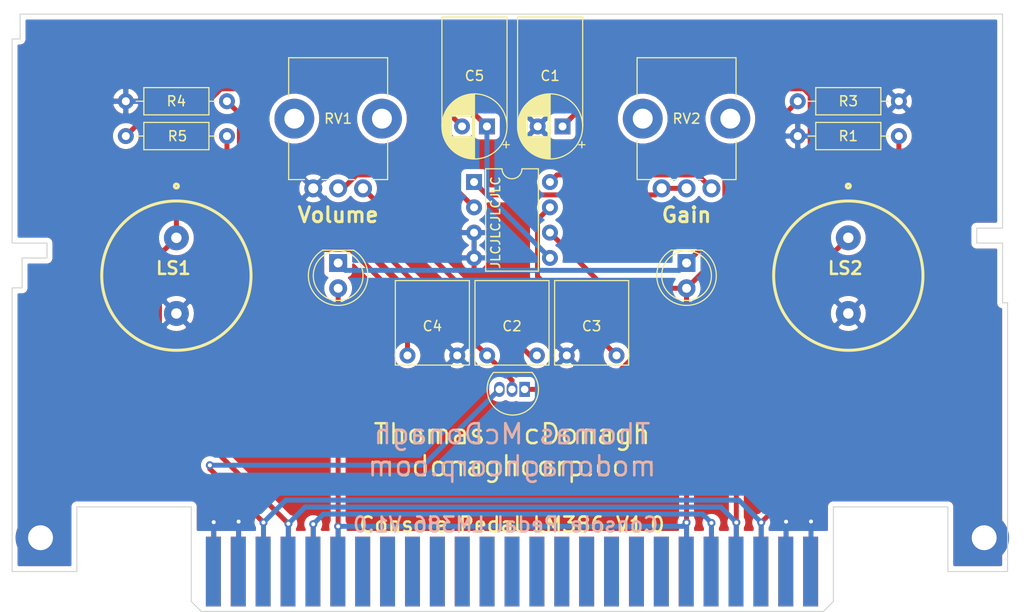
<source format=kicad_pcb>
(kicad_pcb (version 20171130) (host pcbnew "(5.1.7)-1")

  (general
    (thickness 1.6)
    (drawings 35)
    (tracks 124)
    (zones 0)
    (modules 20)
    (nets 15)
  )

  (page A4)
  (layers
    (0 F.Cu signal hide)
    (31 B.Cu signal)
    (32 B.Adhes user)
    (33 F.Adhes user)
    (34 B.Paste user)
    (35 F.Paste user)
    (36 B.SilkS user)
    (37 F.SilkS user)
    (38 B.Mask user hide)
    (39 F.Mask user hide)
    (40 Dwgs.User user)
    (41 Cmts.User user)
    (42 Eco1.User user)
    (43 Eco2.User user)
    (44 Edge.Cuts user)
    (45 Margin user)
    (46 B.CrtYd user)
    (47 F.CrtYd user)
    (48 B.Fab user)
    (49 F.Fab user hide)
  )

  (setup
    (last_trace_width 0.5)
    (user_trace_width 0.5)
    (trace_clearance 0.2)
    (zone_clearance 0.5)
    (zone_45_only no)
    (trace_min 0.2)
    (via_size 0.8)
    (via_drill 0.4)
    (via_min_size 0.4)
    (via_min_drill 0.3)
    (uvia_size 0.3)
    (uvia_drill 0.1)
    (uvias_allowed no)
    (uvia_min_size 0.2)
    (uvia_min_drill 0.1)
    (edge_width 0.05)
    (segment_width 0.2)
    (pcb_text_width 0.3)
    (pcb_text_size 1.5 1.5)
    (mod_edge_width 0.12)
    (mod_text_size 1 1)
    (mod_text_width 0.15)
    (pad_size 1.6 1.6)
    (pad_drill 0.8)
    (pad_to_mask_clearance 0)
    (aux_axis_origin 0 0)
    (visible_elements 7FFFFF7F)
    (pcbplotparams
      (layerselection 0x010fc_ffffffff)
      (usegerberextensions false)
      (usegerberattributes false)
      (usegerberadvancedattributes true)
      (creategerberjobfile true)
      (excludeedgelayer true)
      (linewidth 0.100000)
      (plotframeref false)
      (viasonmask false)
      (mode 1)
      (useauxorigin false)
      (hpglpennumber 1)
      (hpglpenspeed 20)
      (hpglpendiameter 15.000000)
      (psnegative false)
      (psa4output false)
      (plotreference true)
      (plotvalue true)
      (plotinvisibletext false)
      (padsonsilk false)
      (subtractmaskfromsilk false)
      (outputformat 1)
      (mirror false)
      (drillshape 0)
      (scaleselection 1)
      (outputdirectory "Gerbers/"))
  )

  (net 0 "")
  (net 1 GND)
  (net 2 /LEDPower)
  (net 3 /Input)
  (net 4 /Output)
  (net 5 +9V)
  (net 6 "Net-(D1-Pad1)")
  (net 7 "Net-(C2-Pad2)")
  (net 8 "Net-(C2-Pad1)")
  (net 9 "Net-(C3-Pad1)")
  (net 10 "Net-(C4-Pad2)")
  (net 11 "Net-(C5-Pad1)")
  (net 12 "Net-(RV1-Pad2)")
  (net 13 "Net-(RV2-Pad1)")
  (net 14 "Net-(RV2-Pad2)")

  (net_class Default "This is the default net class."
    (clearance 0.2)
    (trace_width 0.25)
    (via_dia 0.8)
    (via_drill 0.4)
    (uvia_dia 0.3)
    (uvia_drill 0.1)
    (add_net +9V)
    (add_net /Input)
    (add_net /LEDPower)
    (add_net /Output)
    (add_net GND)
    (add_net "Net-(C2-Pad1)")
    (add_net "Net-(C2-Pad2)")
    (add_net "Net-(C3-Pad1)")
    (add_net "Net-(C4-Pad2)")
    (add_net "Net-(C5-Pad1)")
    (add_net "Net-(D1-Pad1)")
    (add_net "Net-(RV1-Pad2)")
    (add_net "Net-(RV2-Pad1)")
    (add_net "Net-(RV2-Pad2)")
  )

  (module LED_THT:LED_D5.0mm (layer F.Cu) (tedit 5995936A) (tstamp 5FA843C0)
    (at 115.25 95 270)
    (descr "LED, diameter 5.0mm, 2 pins, http://cdn-reichelt.de/documents/datenblatt/A500/LL-504BC2E-009.pdf")
    (tags "LED diameter 5.0mm 2 pins")
    (path /5FA93C7E)
    (fp_text reference D1 (at 1.27 -3.96 90) (layer F.SilkS) hide
      (effects (font (size 1 1) (thickness 0.15)))
    )
    (fp_text value LED (at 1.27 3.96 90) (layer F.Fab)
      (effects (font (size 1 1) (thickness 0.15)))
    )
    (fp_circle (center 1.27 0) (end 3.77 0) (layer F.Fab) (width 0.1))
    (fp_circle (center 1.27 0) (end 3.77 0) (layer F.SilkS) (width 0.12))
    (fp_line (start -1.23 -1.469694) (end -1.23 1.469694) (layer F.Fab) (width 0.1))
    (fp_line (start -1.29 -1.545) (end -1.29 1.545) (layer F.SilkS) (width 0.12))
    (fp_line (start -1.95 -3.25) (end -1.95 3.25) (layer F.CrtYd) (width 0.05))
    (fp_line (start -1.95 3.25) (end 4.5 3.25) (layer F.CrtYd) (width 0.05))
    (fp_line (start 4.5 3.25) (end 4.5 -3.25) (layer F.CrtYd) (width 0.05))
    (fp_line (start 4.5 -3.25) (end -1.95 -3.25) (layer F.CrtYd) (width 0.05))
    (fp_arc (start 1.27 0) (end -1.23 -1.469694) (angle 299.1) (layer F.Fab) (width 0.1))
    (fp_arc (start 1.27 0) (end -1.29 -1.54483) (angle 148.9) (layer F.SilkS) (width 0.12))
    (fp_arc (start 1.27 0) (end -1.29 1.54483) (angle -148.9) (layer F.SilkS) (width 0.12))
    (fp_text user %R (at 1.25 0 90) (layer F.Fab)
      (effects (font (size 0.8 0.8) (thickness 0.2)))
    )
    (pad 1 thru_hole rect (at 0 0 270) (size 1.8 1.8) (drill 0.9) (layers *.Cu *.Mask)
      (net 6 "Net-(D1-Pad1)"))
    (pad 2 thru_hole circle (at 2.54 0 270) (size 1.8 1.8) (drill 0.9) (layers *.Cu *.Mask)
      (net 2 /LEDPower))
    (model ${KISYS3DMOD}/LED_THT.3dshapes/LED_D5.0mm.wrl
      (at (xyz 0 0 0))
      (scale (xyz 1 1 1))
      (rotate (xyz 0 0 0))
    )
  )

  (module LED_THT:LED_D5.0mm (layer F.Cu) (tedit 5995936A) (tstamp 5FA842F1)
    (at 150.25 95 270)
    (descr "LED, diameter 5.0mm, 2 pins, http://cdn-reichelt.de/documents/datenblatt/A500/LL-504BC2E-009.pdf")
    (tags "LED diameter 5.0mm 2 pins")
    (path /5FA94A27)
    (fp_text reference D2 (at 1.27 -3.96 90) (layer F.SilkS) hide
      (effects (font (size 1 1) (thickness 0.15)))
    )
    (fp_text value LED (at 1.27 3.96 90) (layer F.Fab)
      (effects (font (size 1 1) (thickness 0.15)))
    )
    (fp_line (start 4.5 -3.25) (end -1.95 -3.25) (layer F.CrtYd) (width 0.05))
    (fp_line (start 4.5 3.25) (end 4.5 -3.25) (layer F.CrtYd) (width 0.05))
    (fp_line (start -1.95 3.25) (end 4.5 3.25) (layer F.CrtYd) (width 0.05))
    (fp_line (start -1.95 -3.25) (end -1.95 3.25) (layer F.CrtYd) (width 0.05))
    (fp_line (start -1.29 -1.545) (end -1.29 1.545) (layer F.SilkS) (width 0.12))
    (fp_line (start -1.23 -1.469694) (end -1.23 1.469694) (layer F.Fab) (width 0.1))
    (fp_circle (center 1.27 0) (end 3.77 0) (layer F.SilkS) (width 0.12))
    (fp_circle (center 1.27 0) (end 3.77 0) (layer F.Fab) (width 0.1))
    (fp_text user %R (at 1.25 0 90) (layer F.Fab)
      (effects (font (size 0.8 0.8) (thickness 0.2)))
    )
    (fp_arc (start 1.27 0) (end -1.29 1.54483) (angle -148.9) (layer F.SilkS) (width 0.12))
    (fp_arc (start 1.27 0) (end -1.29 -1.54483) (angle 148.9) (layer F.SilkS) (width 0.12))
    (fp_arc (start 1.27 0) (end -1.23 -1.469694) (angle 299.1) (layer F.Fab) (width 0.1))
    (pad 2 thru_hole circle (at 2.54 0 270) (size 1.8 1.8) (drill 0.9) (layers *.Cu *.Mask)
      (net 2 /LEDPower))
    (pad 1 thru_hole rect (at 0 0 270) (size 1.8 1.8) (drill 0.9) (layers *.Cu *.Mask)
      (net 6 "Net-(D1-Pad1)"))
    (model ${KISYS3DMOD}/LED_THT.3dshapes/LED_D5.0mm.wrl
      (at (xyz 0 0 0))
      (scale (xyz 1 1 1))
      (rotate (xyz 0 0 0))
    )
  )

  (module libraries:N64-Connector (layer F.Cu) (tedit 5FA77CC1) (tstamp 5FA844EB)
    (at 132.715 126)
    (path /5FAA85D7)
    (fp_text reference J1 (at 0 5.4) (layer F.SilkS) hide
      (effects (font (size 1 1) (thickness 0.15)))
    )
    (fp_text value Conn_02x25_Counter_Clockwise (at 0 6.9) (layer F.Fab)
      (effects (font (size 1 1) (thickness 0.15)))
    )
    (fp_text user Back (at -15.275 -6.62) (layer B.SilkS) hide
      (effects (font (size 2 2) (thickness 0.3)) (justify mirror))
    )
    (fp_text user Front (at -15.6 -6.62) (layer F.SilkS) hide
      (effects (font (size 2 2) (thickness 0.3)))
    )
    (pad 1 connect rect (at -30 0) (size 1.5 7) (layers F.Cu F.Mask)
      (net 1 GND))
    (pad 2 connect rect (at -27.5 0) (size 1.5 7) (layers F.Cu F.Mask)
      (net 1 GND))
    (pad 3 connect rect (at -25 0) (size 1.5 7) (layers F.Cu F.Mask)
      (net 3 /Input))
    (pad 4 connect rect (at -22.5 0) (size 1.5 7) (layers F.Cu F.Mask)
      (net 4 /Output))
    (pad 5 connect rect (at -20 0) (size 1.5 7) (layers F.Cu F.Mask)
      (net 5 +9V))
    (pad 6 connect rect (at -17.5 0) (size 1.5 7) (layers F.Cu F.Mask)
      (net 2 /LEDPower))
    (pad 7 connect rect (at -15 0) (size 1.5 7) (layers F.Cu F.Mask))
    (pad 8 connect rect (at -12.5 0) (size 1.5 7) (layers F.Cu F.Mask))
    (pad 9 connect rect (at -10 0) (size 1.5 7) (layers F.Cu F.Mask))
    (pad 10 connect rect (at -7.5 0) (size 1.5 7) (layers F.Cu F.Mask))
    (pad 11 connect rect (at -5 0) (size 1.5 7) (layers F.Cu F.Mask))
    (pad 12 connect rect (at -2.5 0) (size 1.5 7) (layers F.Cu F.Mask))
    (pad 13 connect rect (at 0 0) (size 1.5 7) (layers F.Cu F.Mask))
    (pad 14 connect rect (at 2.5 0) (size 1.5 7) (layers F.Cu F.Mask))
    (pad 15 connect rect (at 5 0) (size 1.5 7) (layers F.Cu F.Mask))
    (pad 16 connect rect (at 7.5 0) (size 1.5 7) (layers F.Cu F.Mask))
    (pad 17 connect rect (at 10 0) (size 1.5 7) (layers F.Cu F.Mask))
    (pad 18 connect rect (at 12.5 0) (size 1.5 7) (layers F.Cu F.Mask))
    (pad 19 connect rect (at 15 0) (size 1.5 7) (layers F.Cu F.Mask))
    (pad 20 connect rect (at 17.5 0) (size 1.5 7) (layers F.Cu F.Mask)
      (net 2 /LEDPower))
    (pad 21 connect rect (at 20 0) (size 1.5 7) (layers F.Cu F.Mask)
      (net 5 +9V))
    (pad 22 connect rect (at 22.5 0) (size 1.5 7) (layers F.Cu F.Mask)
      (net 4 /Output))
    (pad 23 connect rect (at 25 0) (size 1.5 7) (layers F.Cu F.Mask)
      (net 3 /Input))
    (pad 24 connect rect (at 27.5 0) (size 1.5 7) (layers F.Cu F.Mask)
      (net 1 GND))
    (pad 25 connect rect (at 30 0) (size 1.5 7) (layers F.Cu F.Mask)
      (net 1 GND))
    (pad 26 connect rect (at -30 0) (size 1.5 7) (layers B.Cu B.Mask)
      (net 1 GND))
    (pad 27 connect rect (at -27.5 0) (size 1.5 7) (layers B.Cu B.Mask)
      (net 1 GND))
    (pad 28 connect rect (at -25 0) (size 1.5 7) (layers B.Cu B.Mask)
      (net 3 /Input))
    (pad 29 connect rect (at -22.5 0) (size 1.5 7) (layers B.Cu B.Mask)
      (net 4 /Output))
    (pad 30 connect rect (at -20 0) (size 1.5 7) (layers B.Cu B.Mask)
      (net 5 +9V))
    (pad 31 connect rect (at -17.5 0) (size 1.5 7) (layers B.Cu B.Mask)
      (net 2 /LEDPower))
    (pad 32 connect rect (at -15 0) (size 1.5 7) (layers B.Cu B.Mask))
    (pad 33 connect rect (at -12.5 0) (size 1.5 7) (layers B.Cu B.Mask))
    (pad 34 connect rect (at -10 0) (size 1.5 7) (layers B.Cu B.Mask))
    (pad 35 connect rect (at -7.5 0) (size 1.5 7) (layers B.Cu B.Mask))
    (pad 36 connect rect (at -5 0) (size 1.5 7) (layers B.Cu B.Mask))
    (pad 37 connect rect (at -2.5 0) (size 1.5 7) (layers B.Cu B.Mask))
    (pad 38 connect rect (at 0 0) (size 1.5 7) (layers B.Cu B.Mask))
    (pad 39 connect rect (at 2.5 0) (size 1.5 7) (layers B.Cu B.Mask))
    (pad 40 connect rect (at 5 0) (size 1.5 7) (layers B.Cu B.Mask))
    (pad 41 connect rect (at 7.5 0) (size 1.5 7) (layers B.Cu B.Mask))
    (pad 42 connect rect (at 10 0) (size 1.5 7) (layers B.Cu B.Mask))
    (pad 43 connect rect (at 12.5 0) (size 1.5 7) (layers B.Cu B.Mask))
    (pad 44 connect rect (at 15 0) (size 1.5 7) (layers B.Cu B.Mask))
    (pad 45 connect rect (at 17.5 0) (size 1.5 7) (layers B.Cu B.Mask)
      (net 2 /LEDPower))
    (pad 46 connect rect (at 20 0) (size 1.5 7) (layers B.Cu B.Mask)
      (net 5 +9V))
    (pad 47 connect rect (at 22.5 0) (size 1.5 7) (layers B.Cu B.Mask)
      (net 4 /Output))
    (pad 48 connect rect (at 25 0) (size 1.5 7) (layers B.Cu B.Mask)
      (net 3 /Input))
    (pad 49 connect rect (at 27.5 0) (size 1.5 7) (layers B.Cu B.Mask)
      (net 1 GND))
    (pad 50 connect rect (at 30 0) (size 1.5 7) (layers B.Cu B.Mask)
      (net 1 GND))
  )

  (module MountingHole:MountingHole_2.5mm_Pad (layer F.Cu) (tedit 5FD51072) (tstamp 5FD57994)
    (at 85.35 122.6)
    (descr "Mounting Hole 2.5mm")
    (tags "mounting hole 2.5mm")
    (path /5FD7729C)
    (attr virtual)
    (fp_text reference H1 (at 0 -0.045) (layer F.SilkS) hide
      (effects (font (size 1 1) (thickness 0.15)))
    )
    (fp_text value MountingHole_Pad (at 0 3.5) (layer F.Fab)
      (effects (font (size 1 1) (thickness 0.15)))
    )
    (fp_circle (center 0 0) (end 2.5 0) (layer Cmts.User) (width 0.15))
    (fp_circle (center 0 0) (end 2.75 0) (layer F.CrtYd) (width 0.05))
    (fp_text user %R (at 0.3 0) (layer F.Fab)
      (effects (font (size 1 1) (thickness 0.15)))
    )
    (pad 1 thru_hole circle (at 0 0) (size 5 5) (drill 2.5) (layers *.Cu *.Mask)
      (net 1 GND) (zone_connect 2))
  )

  (module MountingHole:MountingHole_2.5mm_Pad (layer F.Cu) (tedit 5FD51084) (tstamp 5FD5799C)
    (at 180.15 122.6)
    (descr "Mounting Hole 2.5mm")
    (tags "mounting hole 2.5mm")
    (path /5FD78F6F)
    (attr virtual)
    (fp_text reference H2 (at 0 -0.045) (layer F.SilkS) hide
      (effects (font (size 1 1) (thickness 0.15)))
    )
    (fp_text value MountingHole_Pad (at 0 3.5) (layer F.Fab)
      (effects (font (size 1 1) (thickness 0.15)))
    )
    (fp_circle (center 0 0) (end 2.75 0) (layer F.CrtYd) (width 0.05))
    (fp_circle (center 0 0) (end 2.5 0) (layer Cmts.User) (width 0.15))
    (fp_text user %R (at 0.3 0) (layer F.Fab)
      (effects (font (size 1 1) (thickness 0.15)))
    )
    (pad 1 thru_hole circle (at 0 0) (size 5 5) (drill 2.5) (layers *.Cu *.Mask)
      (net 1 GND) (zone_connect 2))
  )

  (module Resistor_THT:R_Axial_DIN0207_L6.3mm_D2.5mm_P10.16mm_Horizontal (layer F.Cu) (tedit 5AE5139B) (tstamp 602895AA)
    (at 171.58 78.75 180)
    (descr "Resistor, Axial_DIN0207 series, Axial, Horizontal, pin pitch=10.16mm, 0.25W = 1/4W, length*diameter=6.3*2.5mm^2, http://cdn-reichelt.de/documents/datenblatt/B400/1_4W%23YAG.pdf")
    (tags "Resistor Axial_DIN0207 series Axial Horizontal pin pitch 10.16mm 0.25W = 1/4W length 6.3mm diameter 2.5mm")
    (path /5FA964BB)
    (fp_text reference R3 (at 5.08 0) (layer F.SilkS)
      (effects (font (size 1 1) (thickness 0.15)))
    )
    (fp_text value 100K (at 5.08 2.37) (layer F.Fab)
      (effects (font (size 1 1) (thickness 0.15)))
    )
    (fp_line (start 1.93 -1.25) (end 1.93 1.25) (layer F.Fab) (width 0.1))
    (fp_line (start 1.93 1.25) (end 8.23 1.25) (layer F.Fab) (width 0.1))
    (fp_line (start 8.23 1.25) (end 8.23 -1.25) (layer F.Fab) (width 0.1))
    (fp_line (start 8.23 -1.25) (end 1.93 -1.25) (layer F.Fab) (width 0.1))
    (fp_line (start 0 0) (end 1.93 0) (layer F.Fab) (width 0.1))
    (fp_line (start 10.16 0) (end 8.23 0) (layer F.Fab) (width 0.1))
    (fp_line (start 1.81 -1.37) (end 1.81 1.37) (layer F.SilkS) (width 0.12))
    (fp_line (start 1.81 1.37) (end 8.35 1.37) (layer F.SilkS) (width 0.12))
    (fp_line (start 8.35 1.37) (end 8.35 -1.37) (layer F.SilkS) (width 0.12))
    (fp_line (start 8.35 -1.37) (end 1.81 -1.37) (layer F.SilkS) (width 0.12))
    (fp_line (start 1.04 0) (end 1.81 0) (layer F.SilkS) (width 0.12))
    (fp_line (start 9.12 0) (end 8.35 0) (layer F.SilkS) (width 0.12))
    (fp_line (start -1.05 -1.5) (end -1.05 1.5) (layer F.CrtYd) (width 0.05))
    (fp_line (start -1.05 1.5) (end 11.21 1.5) (layer F.CrtYd) (width 0.05))
    (fp_line (start 11.21 1.5) (end 11.21 -1.5) (layer F.CrtYd) (width 0.05))
    (fp_line (start 11.21 -1.5) (end -1.05 -1.5) (layer F.CrtYd) (width 0.05))
    (fp_text user %R (at 5.08 0) (layer F.Fab)
      (effects (font (size 1 1) (thickness 0.15)))
    )
    (pad 1 thru_hole circle (at 0 0 180) (size 1.6 1.6) (drill 0.8) (layers *.Cu *.Mask)
      (net 1 GND))
    (pad 2 thru_hole oval (at 10.16 0 180) (size 1.6 1.6) (drill 0.8) (layers *.Cu *.Mask)
      (net 6 "Net-(D1-Pad1)"))
    (model ${KISYS3DMOD}/Resistor_THT.3dshapes/R_Axial_DIN0207_L6.3mm_D2.5mm_P10.16mm_Horizontal.wrl
      (at (xyz 0 0 0))
      (scale (xyz 1 1 1))
      (rotate (xyz 0 0 0))
    )
  )

  (module libraries:C_Flat_L7.2_H6.5 (layer F.Cu) (tedit 602331CB) (tstamp 60A15670)
    (at 135.215 103.886 180)
    (descr "C, Rect series, Radial, pin pitch=5.00mm, , length*width=7.2*2.5mm^2, Capacitor, http://www.wima.com/EN/WIMA_FKS_2.pdf")
    (tags "C Rect series Radial pin pitch 5.00mm  length 7.2mm width 2.5mm Capacitor")
    (path /60A2DE49)
    (fp_text reference C2 (at 2.5 2.54) (layer F.SilkS)
      (effects (font (size 1 1) (thickness 0.15)))
    )
    (fp_text value 47nF (at 2.5 8.128) (layer F.Fab)
      (effects (font (size 1 1) (thickness 0.15)))
    )
    (fp_text user %R (at 2.5 3.81) (layer F.Fab)
      (effects (font (size 1 1) (thickness 0.15)))
    )
    (fp_line (start 6.35 -1.5) (end -1.35 -1.5) (layer F.CrtYd) (width 0.05))
    (fp_line (start 6.35 7.25) (end 6.35 -1.5) (layer F.CrtYd) (width 0.05))
    (fp_line (start -1.35 7.25) (end 6.35 7.25) (layer F.CrtYd) (width 0.05))
    (fp_line (start -1.35 -1.5) (end -1.35 7.25) (layer F.CrtYd) (width 0.05))
    (fp_line (start 6.22 -1.37) (end 6.22 7.12) (layer F.SilkS) (width 0.12))
    (fp_line (start -1.22 -1.37) (end -1.22 7.12) (layer F.SilkS) (width 0.12))
    (fp_line (start -1.22 7.12) (end 6.22 7.12) (layer F.SilkS) (width 0.12))
    (fp_line (start -1.22 -1.37) (end 6.22 -1.37) (layer F.SilkS) (width 0.12))
    (fp_line (start 6.1 -1.25) (end -1.1 -1.25) (layer F.Fab) (width 0.1))
    (fp_line (start 6.1 7) (end 6.1 -1.25) (layer F.Fab) (width 0.1))
    (fp_line (start -1.1 7) (end 6.1 7) (layer F.Fab) (width 0.1))
    (fp_line (start -1.1 -1.25) (end -1.1 7) (layer F.Fab) (width 0.1))
    (pad 2 thru_hole circle (at 5 -0.4 180) (size 1.6 1.6) (drill 0.8) (layers *.Cu *.Mask)
      (net 7 "Net-(C2-Pad2)"))
    (pad 1 thru_hole circle (at 0 -0.4 180) (size 1.6 1.6) (drill 0.8) (layers *.Cu *.Mask)
      (net 8 "Net-(C2-Pad1)"))
    (model ${KISYS3DMOD}/Capacitor_THT.3dshapes/C_Rect_L7.2mm_W2.5mm_P5.00mm_FKS2_FKP2_MKS2_MKP2.wrl
      (at (xyz 0 0 0))
      (scale (xyz 1 1 1))
      (rotate (xyz 0 0 0))
    )
  )

  (module libraries:C_Flat_L7.2_H6.5 (layer F.Cu) (tedit 602331CB) (tstamp 60A0F061)
    (at 143.215 103.886 180)
    (descr "C, Rect series, Radial, pin pitch=5.00mm, , length*width=7.2*2.5mm^2, Capacitor, http://www.wima.com/EN/WIMA_FKS_2.pdf")
    (tags "C Rect series Radial pin pitch 5.00mm  length 7.2mm width 2.5mm Capacitor")
    (path /60A3FA26)
    (fp_text reference C3 (at 2.5 2.54) (layer F.SilkS)
      (effects (font (size 1 1) (thickness 0.15)))
    )
    (fp_text value 100nF (at 2.5 8.128) (layer F.Fab)
      (effects (font (size 1 1) (thickness 0.15)))
    )
    (fp_line (start -1.1 -1.25) (end -1.1 7) (layer F.Fab) (width 0.1))
    (fp_line (start -1.1 7) (end 6.1 7) (layer F.Fab) (width 0.1))
    (fp_line (start 6.1 7) (end 6.1 -1.25) (layer F.Fab) (width 0.1))
    (fp_line (start 6.1 -1.25) (end -1.1 -1.25) (layer F.Fab) (width 0.1))
    (fp_line (start -1.22 -1.37) (end 6.22 -1.37) (layer F.SilkS) (width 0.12))
    (fp_line (start -1.22 7.12) (end 6.22 7.12) (layer F.SilkS) (width 0.12))
    (fp_line (start -1.22 -1.37) (end -1.22 7.12) (layer F.SilkS) (width 0.12))
    (fp_line (start 6.22 -1.37) (end 6.22 7.12) (layer F.SilkS) (width 0.12))
    (fp_line (start -1.35 -1.5) (end -1.35 7.25) (layer F.CrtYd) (width 0.05))
    (fp_line (start -1.35 7.25) (end 6.35 7.25) (layer F.CrtYd) (width 0.05))
    (fp_line (start 6.35 7.25) (end 6.35 -1.5) (layer F.CrtYd) (width 0.05))
    (fp_line (start 6.35 -1.5) (end -1.35 -1.5) (layer F.CrtYd) (width 0.05))
    (fp_text user %R (at 2.5 3.81) (layer F.Fab)
      (effects (font (size 1 1) (thickness 0.15)))
    )
    (pad 1 thru_hole circle (at 0 -0.4 180) (size 1.6 1.6) (drill 0.8) (layers *.Cu *.Mask)
      (net 9 "Net-(C3-Pad1)"))
    (pad 2 thru_hole circle (at 5 -0.4 180) (size 1.6 1.6) (drill 0.8) (layers *.Cu *.Mask)
      (net 1 GND))
    (model ${KISYS3DMOD}/Capacitor_THT.3dshapes/C_Rect_L7.2mm_W2.5mm_P5.00mm_FKS2_FKP2_MKS2_MKP2.wrl
      (at (xyz 0 0 0))
      (scale (xyz 1 1 1))
      (rotate (xyz 0 0 0))
    )
  )

  (module libraries:C_Flat_L7.2_H6.5 (layer F.Cu) (tedit 602331CB) (tstamp 60A0F074)
    (at 127.215 103.886 180)
    (descr "C, Rect series, Radial, pin pitch=5.00mm, , length*width=7.2*2.5mm^2, Capacitor, http://www.wima.com/EN/WIMA_FKS_2.pdf")
    (tags "C Rect series Radial pin pitch 5.00mm  length 7.2mm width 2.5mm Capacitor")
    (path /60A46EA2)
    (fp_text reference C4 (at 2.5 2.54) (layer F.SilkS)
      (effects (font (size 1 1) (thickness 0.15)))
    )
    (fp_text value 47nF (at 2.5 8.128) (layer F.Fab)
      (effects (font (size 1 1) (thickness 0.15)))
    )
    (fp_line (start -1.1 -1.25) (end -1.1 7) (layer F.Fab) (width 0.1))
    (fp_line (start -1.1 7) (end 6.1 7) (layer F.Fab) (width 0.1))
    (fp_line (start 6.1 7) (end 6.1 -1.25) (layer F.Fab) (width 0.1))
    (fp_line (start 6.1 -1.25) (end -1.1 -1.25) (layer F.Fab) (width 0.1))
    (fp_line (start -1.22 -1.37) (end 6.22 -1.37) (layer F.SilkS) (width 0.12))
    (fp_line (start -1.22 7.12) (end 6.22 7.12) (layer F.SilkS) (width 0.12))
    (fp_line (start -1.22 -1.37) (end -1.22 7.12) (layer F.SilkS) (width 0.12))
    (fp_line (start 6.22 -1.37) (end 6.22 7.12) (layer F.SilkS) (width 0.12))
    (fp_line (start -1.35 -1.5) (end -1.35 7.25) (layer F.CrtYd) (width 0.05))
    (fp_line (start -1.35 7.25) (end 6.35 7.25) (layer F.CrtYd) (width 0.05))
    (fp_line (start 6.35 7.25) (end 6.35 -1.5) (layer F.CrtYd) (width 0.05))
    (fp_line (start 6.35 -1.5) (end -1.35 -1.5) (layer F.CrtYd) (width 0.05))
    (fp_text user %R (at 2.5 3.81) (layer F.Fab)
      (effects (font (size 1 1) (thickness 0.15)))
    )
    (pad 1 thru_hole circle (at 0 -0.4 180) (size 1.6 1.6) (drill 0.8) (layers *.Cu *.Mask)
      (net 1 GND))
    (pad 2 thru_hole circle (at 5 -0.4 180) (size 1.6 1.6) (drill 0.8) (layers *.Cu *.Mask)
      (net 10 "Net-(C4-Pad2)"))
    (model ${KISYS3DMOD}/Capacitor_THT.3dshapes/C_Rect_L7.2mm_W2.5mm_P5.00mm_FKS2_FKP2_MKS2_MKP2.wrl
      (at (xyz 0 0 0))
      (scale (xyz 1 1 1))
      (rotate (xyz 0 0 0))
    )
  )

  (module CVS-1508:CVS-1508 (layer F.Cu) (tedit 60A07BFB) (tstamp 60A0F14A)
    (at 99 96.27)
    (descr CVS-1508)
    (tags "Loudspeaker or Buzzer")
    (path /60A4AE3D)
    (fp_text reference LS1 (at -0.301 -0.751) (layer F.SilkS)
      (effects (font (size 1.27 1.27) (thickness 0.254)))
    )
    (fp_text value Speaker (at -0.301 -0.751) (layer F.SilkS) hide
      (effects (font (size 1.27 1.27) (thickness 0.254)))
    )
    (fp_circle (center 0 0) (end 0 7.5) (layer F.SilkS) (width 0.3))
    (fp_circle (center 0 0) (end 0 7.5) (layer F.Fab) (width 0.3))
    (fp_circle (center 0 -9) (end 0 -8.948) (layer F.SilkS) (width 0.3))
    (fp_text user %R (at -0.301 -0.751) (layer F.Fab)
      (effects (font (size 1.27 1.27) (thickness 0.254)))
    )
    (pad 2 thru_hole circle (at 0 3.8) (size 2.5 2.5) (drill 1.05) (layers *.Cu *.Mask)
      (net 1 GND))
    (pad 1 thru_hole circle (at 0 -3.8) (size 2.5 2.5) (drill 1.05) (layers *.Cu *.Mask)
      (net 4 /Output))
    (model CVS-1508.stp
      (at (xyz 0 0 0))
      (scale (xyz 1 1 1))
      (rotate (xyz 0 0 0))
    )
  )

  (module CVS-1508:CVS-1508 (layer F.Cu) (tedit 60A07BFB) (tstamp 60A140B6)
    (at 166.5 96.27)
    (descr CVS-1508)
    (tags "Loudspeaker or Buzzer")
    (path /60A4B738)
    (fp_text reference LS2 (at -0.301 -0.751) (layer F.SilkS)
      (effects (font (size 1.27 1.27) (thickness 0.254)))
    )
    (fp_text value Speaker (at -0.301 -0.751) (layer F.SilkS) hide
      (effects (font (size 1.27 1.27) (thickness 0.254)))
    )
    (fp_text user %R (at -0.301 -0.751) (layer F.Fab)
      (effects (font (size 1.27 1.27) (thickness 0.254)))
    )
    (fp_circle (center 0 -9) (end 0 -8.948) (layer F.SilkS) (width 0.3))
    (fp_circle (center 0 0) (end 0 7.5) (layer F.Fab) (width 0.3))
    (fp_circle (center 0 0) (end 0 7.5) (layer F.SilkS) (width 0.3))
    (pad 1 thru_hole circle (at 0 -3.8) (size 2.5 2.5) (drill 1.05) (layers *.Cu *.Mask)
      (net 4 /Output))
    (pad 2 thru_hole circle (at 0 3.8) (size 2.5 2.5) (drill 1.05) (layers *.Cu *.Mask)
      (net 1 GND))
    (model CVS-1508.stp
      (at (xyz 0 0 0))
      (scale (xyz 1 1 1))
      (rotate (xyz 0 0 0))
    )
  )

  (module Package_TO_SOT_THT:TO-92L_Inline (layer F.Cu) (tedit 5A279A44) (tstamp 60A0F165)
    (at 133.985 107.696 180)
    (descr "TO-92L leads in-line (large body variant of TO-92), also known as TO-226, wide, drill 0.75mm (see https://www.diodes.com/assets/Package-Files/TO92L.pdf and http://www.ti.com/lit/an/snoa059/snoa059.pdf)")
    (tags "TO-92L Inline Wide transistor")
    (path /60A275E8)
    (fp_text reference Q1 (at 1.19 -3.56) (layer F.SilkS) hide
      (effects (font (size 1 1) (thickness 0.15)))
    )
    (fp_text value MPF102 (at 1.19 2.79) (layer F.Fab)
      (effects (font (size 1 1) (thickness 0.15)))
    )
    (fp_line (start 3.95 1.85) (end -1.55 1.85) (layer F.CrtYd) (width 0.05))
    (fp_line (start 3.95 1.85) (end 3.95 -2.75) (layer F.CrtYd) (width 0.05))
    (fp_line (start -1.55 -2.75) (end -1.55 1.85) (layer F.CrtYd) (width 0.05))
    (fp_line (start -1.55 -2.75) (end 3.95 -2.75) (layer F.CrtYd) (width 0.05))
    (fp_line (start -0.7 1.6) (end 3.05 1.6) (layer F.Fab) (width 0.1))
    (fp_line (start -0.75 1.7) (end 3.1 1.7) (layer F.SilkS) (width 0.12))
    (fp_text user %R (at 1.19 0) (layer F.Fab)
      (effects (font (size 1 1) (thickness 0.15)))
    )
    (fp_arc (start 1.19 0) (end -0.75 1.7) (angle 262.164354) (layer F.SilkS) (width 0.12))
    (fp_arc (start 1.19 0) (end 1.19 -2.48) (angle 129.9527847) (layer F.Fab) (width 0.1))
    (fp_arc (start 1.19 0) (end 1.19 -2.48) (angle -130.2499344) (layer F.Fab) (width 0.1))
    (pad 2 thru_hole oval (at 1.27 0 180) (size 1.05 1.5) (drill 0.75) (layers *.Cu *.Mask)
      (net 7 "Net-(C2-Pad2)"))
    (pad 3 thru_hole oval (at 2.54 0 180) (size 1.05 1.5) (drill 0.75) (layers *.Cu *.Mask)
      (net 3 /Input))
    (pad 1 thru_hole rect (at 0 0 180) (size 1.05 1.5) (drill 0.75) (layers *.Cu *.Mask)
      (net 2 /LEDPower))
    (model ${KISYS3DMOD}/Package_TO_SOT_THT.3dshapes/TO-92L_Inline.wrl
      (at (xyz 0 0 0))
      (scale (xyz 1 1 1))
      (rotate (xyz 0 0 0))
    )
  )

  (module Resistor_THT:R_Axial_DIN0207_L6.3mm_D2.5mm_P10.16mm_Horizontal (layer F.Cu) (tedit 5AE5139B) (tstamp 60A0F17C)
    (at 171.58 82.25 180)
    (descr "Resistor, Axial_DIN0207 series, Axial, Horizontal, pin pitch=10.16mm, 0.25W = 1/4W, length*diameter=6.3*2.5mm^2, http://cdn-reichelt.de/documents/datenblatt/B400/1_4W%23YAG.pdf")
    (tags "Resistor Axial_DIN0207 series Axial Horizontal pin pitch 10.16mm 0.25W = 1/4W length 6.3mm diameter 2.5mm")
    (path /60A28E48)
    (fp_text reference R1 (at 5.08 -0.001001) (layer F.SilkS)
      (effects (font (size 1 1) (thickness 0.15)))
    )
    (fp_text value 1.5M (at 5.08 2.37) (layer F.Fab)
      (effects (font (size 1 1) (thickness 0.15)))
    )
    (fp_text user %R (at 5.08 0) (layer F.Fab)
      (effects (font (size 1 1) (thickness 0.15)))
    )
    (fp_line (start 1.93 -1.25) (end 1.93 1.25) (layer F.Fab) (width 0.1))
    (fp_line (start 1.93 1.25) (end 8.23 1.25) (layer F.Fab) (width 0.1))
    (fp_line (start 8.23 1.25) (end 8.23 -1.25) (layer F.Fab) (width 0.1))
    (fp_line (start 8.23 -1.25) (end 1.93 -1.25) (layer F.Fab) (width 0.1))
    (fp_line (start 0 0) (end 1.93 0) (layer F.Fab) (width 0.1))
    (fp_line (start 10.16 0) (end 8.23 0) (layer F.Fab) (width 0.1))
    (fp_line (start 1.81 -1.37) (end 1.81 1.37) (layer F.SilkS) (width 0.12))
    (fp_line (start 1.81 1.37) (end 8.35 1.37) (layer F.SilkS) (width 0.12))
    (fp_line (start 8.35 1.37) (end 8.35 -1.37) (layer F.SilkS) (width 0.12))
    (fp_line (start 8.35 -1.37) (end 1.81 -1.37) (layer F.SilkS) (width 0.12))
    (fp_line (start 1.04 0) (end 1.81 0) (layer F.SilkS) (width 0.12))
    (fp_line (start 9.12 0) (end 8.35 0) (layer F.SilkS) (width 0.12))
    (fp_line (start -1.05 -1.5) (end -1.05 1.5) (layer F.CrtYd) (width 0.05))
    (fp_line (start -1.05 1.5) (end 11.21 1.5) (layer F.CrtYd) (width 0.05))
    (fp_line (start 11.21 1.5) (end 11.21 -1.5) (layer F.CrtYd) (width 0.05))
    (fp_line (start 11.21 -1.5) (end -1.05 -1.5) (layer F.CrtYd) (width 0.05))
    (pad 2 thru_hole oval (at 10.16 0 180) (size 1.6 1.6) (drill 0.8) (layers *.Cu *.Mask)
      (net 1 GND))
    (pad 1 thru_hole circle (at 0 0 180) (size 1.6 1.6) (drill 0.8) (layers *.Cu *.Mask)
      (net 3 /Input))
    (model ${KISYS3DMOD}/Resistor_THT.3dshapes/R_Axial_DIN0207_L6.3mm_D2.5mm_P10.16mm_Horizontal.wrl
      (at (xyz 0 0 0))
      (scale (xyz 1 1 1))
      (rotate (xyz 0 0 0))
    )
  )

  (module Resistor_THT:R_Axial_DIN0207_L6.3mm_D2.5mm_P10.16mm_Horizontal (layer F.Cu) (tedit 5AE5139B) (tstamp 60A0F193)
    (at 104.08 78.75 180)
    (descr "Resistor, Axial_DIN0207 series, Axial, Horizontal, pin pitch=10.16mm, 0.25W = 1/4W, length*diameter=6.3*2.5mm^2, http://cdn-reichelt.de/documents/datenblatt/B400/1_4W%23YAG.pdf")
    (tags "Resistor Axial_DIN0207 series Axial Horizontal pin pitch 10.16mm 0.25W = 1/4W length 6.3mm diameter 2.5mm")
    (path /60A2CBC1)
    (fp_text reference R4 (at 5.084999 -0.001001) (layer F.SilkS)
      (effects (font (size 1 1) (thickness 0.15)))
    )
    (fp_text value 3.9K (at 5.08 2.37) (layer F.Fab)
      (effects (font (size 1 1) (thickness 0.15)))
    )
    (fp_line (start 11.21 -1.5) (end -1.05 -1.5) (layer F.CrtYd) (width 0.05))
    (fp_line (start 11.21 1.5) (end 11.21 -1.5) (layer F.CrtYd) (width 0.05))
    (fp_line (start -1.05 1.5) (end 11.21 1.5) (layer F.CrtYd) (width 0.05))
    (fp_line (start -1.05 -1.5) (end -1.05 1.5) (layer F.CrtYd) (width 0.05))
    (fp_line (start 9.12 0) (end 8.35 0) (layer F.SilkS) (width 0.12))
    (fp_line (start 1.04 0) (end 1.81 0) (layer F.SilkS) (width 0.12))
    (fp_line (start 8.35 -1.37) (end 1.81 -1.37) (layer F.SilkS) (width 0.12))
    (fp_line (start 8.35 1.37) (end 8.35 -1.37) (layer F.SilkS) (width 0.12))
    (fp_line (start 1.81 1.37) (end 8.35 1.37) (layer F.SilkS) (width 0.12))
    (fp_line (start 1.81 -1.37) (end 1.81 1.37) (layer F.SilkS) (width 0.12))
    (fp_line (start 10.16 0) (end 8.23 0) (layer F.Fab) (width 0.1))
    (fp_line (start 0 0) (end 1.93 0) (layer F.Fab) (width 0.1))
    (fp_line (start 8.23 -1.25) (end 1.93 -1.25) (layer F.Fab) (width 0.1))
    (fp_line (start 8.23 1.25) (end 8.23 -1.25) (layer F.Fab) (width 0.1))
    (fp_line (start 1.93 1.25) (end 8.23 1.25) (layer F.Fab) (width 0.1))
    (fp_line (start 1.93 -1.25) (end 1.93 1.25) (layer F.Fab) (width 0.1))
    (fp_text user %R (at 5.08 0) (layer F.Fab)
      (effects (font (size 1 1) (thickness 0.15)))
    )
    (pad 1 thru_hole circle (at 0 0 180) (size 1.6 1.6) (drill 0.8) (layers *.Cu *.Mask)
      (net 7 "Net-(C2-Pad2)"))
    (pad 2 thru_hole oval (at 10.16 0 180) (size 1.6 1.6) (drill 0.8) (layers *.Cu *.Mask)
      (net 1 GND))
    (model ${KISYS3DMOD}/Resistor_THT.3dshapes/R_Axial_DIN0207_L6.3mm_D2.5mm_P10.16mm_Horizontal.wrl
      (at (xyz 0 0 0))
      (scale (xyz 1 1 1))
      (rotate (xyz 0 0 0))
    )
  )

  (module Resistor_THT:R_Axial_DIN0207_L6.3mm_D2.5mm_P10.16mm_Horizontal (layer F.Cu) (tedit 5AE5139B) (tstamp 60A0F1AA)
    (at 93.92 82.25)
    (descr "Resistor, Axial_DIN0207 series, Axial, Horizontal, pin pitch=10.16mm, 0.25W = 1/4W, length*diameter=6.3*2.5mm^2, http://cdn-reichelt.de/documents/datenblatt/B400/1_4W%23YAG.pdf")
    (tags "Resistor Axial_DIN0207 series Axial Horizontal pin pitch 10.16mm 0.25W = 1/4W length 6.3mm diameter 2.5mm")
    (path /60A462F6)
    (fp_text reference R5 (at 5.186999 0.012999) (layer F.SilkS)
      (effects (font (size 1 1) (thickness 0.15)))
    )
    (fp_text value 10 (at 5.08 2.37) (layer F.Fab)
      (effects (font (size 1 1) (thickness 0.15)))
    )
    (fp_line (start 11.21 -1.5) (end -1.05 -1.5) (layer F.CrtYd) (width 0.05))
    (fp_line (start 11.21 1.5) (end 11.21 -1.5) (layer F.CrtYd) (width 0.05))
    (fp_line (start -1.05 1.5) (end 11.21 1.5) (layer F.CrtYd) (width 0.05))
    (fp_line (start -1.05 -1.5) (end -1.05 1.5) (layer F.CrtYd) (width 0.05))
    (fp_line (start 9.12 0) (end 8.35 0) (layer F.SilkS) (width 0.12))
    (fp_line (start 1.04 0) (end 1.81 0) (layer F.SilkS) (width 0.12))
    (fp_line (start 8.35 -1.37) (end 1.81 -1.37) (layer F.SilkS) (width 0.12))
    (fp_line (start 8.35 1.37) (end 8.35 -1.37) (layer F.SilkS) (width 0.12))
    (fp_line (start 1.81 1.37) (end 8.35 1.37) (layer F.SilkS) (width 0.12))
    (fp_line (start 1.81 -1.37) (end 1.81 1.37) (layer F.SilkS) (width 0.12))
    (fp_line (start 10.16 0) (end 8.23 0) (layer F.Fab) (width 0.1))
    (fp_line (start 0 0) (end 1.93 0) (layer F.Fab) (width 0.1))
    (fp_line (start 8.23 -1.25) (end 1.93 -1.25) (layer F.Fab) (width 0.1))
    (fp_line (start 8.23 1.25) (end 8.23 -1.25) (layer F.Fab) (width 0.1))
    (fp_line (start 1.93 1.25) (end 8.23 1.25) (layer F.Fab) (width 0.1))
    (fp_line (start 1.93 -1.25) (end 1.93 1.25) (layer F.Fab) (width 0.1))
    (fp_text user %R (at 5.08 0) (layer F.Fab)
      (effects (font (size 1 1) (thickness 0.15)))
    )
    (pad 1 thru_hole circle (at 0 0) (size 1.6 1.6) (drill 0.8) (layers *.Cu *.Mask)
      (net 11 "Net-(C5-Pad1)"))
    (pad 2 thru_hole oval (at 10.16 0) (size 1.6 1.6) (drill 0.8) (layers *.Cu *.Mask)
      (net 10 "Net-(C4-Pad2)"))
    (model ${KISYS3DMOD}/Resistor_THT.3dshapes/R_Axial_DIN0207_L6.3mm_D2.5mm_P10.16mm_Horizontal.wrl
      (at (xyz 0 0 0))
      (scale (xyz 1 1 1))
      (rotate (xyz 0 0 0))
    )
  )

  (module Potentiometer_THT:Potentiometer_Bourns_PTV09A-1_Single_Vertical (layer F.Cu) (tedit 5A3D4993) (tstamp 60A0F1C6)
    (at 117.75 87.5 90)
    (descr "Potentiometer, vertical, Bourns PTV09A-1 Single, http://www.bourns.com/docs/Product-Datasheets/ptv09.pdf")
    (tags "Potentiometer vertical Bourns PTV09A-1 Single")
    (path /60A399BC)
    (fp_text reference RV1 (at 7 -2.5 180) (layer F.SilkS)
      (effects (font (size 1 1) (thickness 0.15)))
    )
    (fp_text value 10K-B (at 6.05 5.15 90) (layer F.Fab)
      (effects (font (size 1 1) (thickness 0.15)))
    )
    (fp_line (start 13.25 -9.15) (end -1.15 -9.15) (layer F.CrtYd) (width 0.05))
    (fp_line (start 13.25 4.15) (end 13.25 -9.15) (layer F.CrtYd) (width 0.05))
    (fp_line (start -1.15 4.15) (end 13.25 4.15) (layer F.CrtYd) (width 0.05))
    (fp_line (start -1.15 -9.15) (end -1.15 4.15) (layer F.CrtYd) (width 0.05))
    (fp_line (start 13.12 -7.47) (end 13.12 2.47) (layer F.SilkS) (width 0.12))
    (fp_line (start 0.88 0.87) (end 0.88 2.47) (layer F.SilkS) (width 0.12))
    (fp_line (start 0.88 -1.629) (end 0.88 -0.87) (layer F.SilkS) (width 0.12))
    (fp_line (start 0.88 -4.129) (end 0.88 -3.37) (layer F.SilkS) (width 0.12))
    (fp_line (start 0.88 -7.47) (end 0.88 -5.871) (layer F.SilkS) (width 0.12))
    (fp_line (start 9.255 2.47) (end 13.12 2.47) (layer F.SilkS) (width 0.12))
    (fp_line (start 0.88 2.47) (end 4.745 2.47) (layer F.SilkS) (width 0.12))
    (fp_line (start 9.255 -7.47) (end 13.12 -7.47) (layer F.SilkS) (width 0.12))
    (fp_line (start 0.88 -7.47) (end 4.745 -7.47) (layer F.SilkS) (width 0.12))
    (fp_line (start 13 -7.35) (end 1 -7.35) (layer F.Fab) (width 0.1))
    (fp_line (start 13 2.35) (end 13 -7.35) (layer F.Fab) (width 0.1))
    (fp_line (start 1 2.35) (end 13 2.35) (layer F.Fab) (width 0.1))
    (fp_line (start 1 -7.35) (end 1 2.35) (layer F.Fab) (width 0.1))
    (fp_circle (center 7.5 -2.5) (end 10.5 -2.5) (layer F.Fab) (width 0.1))
    (fp_text user %R (at 2 -2.5) (layer F.Fab)
      (effects (font (size 1 1) (thickness 0.15)))
    )
    (pad 3 thru_hole circle (at 0 -5 90) (size 1.8 1.8) (drill 1) (layers *.Cu *.Mask)
      (net 1 GND))
    (pad 2 thru_hole circle (at 0 -2.5 90) (size 1.8 1.8) (drill 1) (layers *.Cu *.Mask)
      (net 12 "Net-(RV1-Pad2)"))
    (pad 1 thru_hole circle (at 0 0 90) (size 1.8 1.8) (drill 1) (layers *.Cu *.Mask)
      (net 8 "Net-(C2-Pad1)"))
    (pad "" np_thru_hole circle (at 7 -6.9 90) (size 4 4) (drill 2) (layers *.Cu *.Mask))
    (pad "" np_thru_hole circle (at 7 1.9 90) (size 4 4) (drill 2) (layers *.Cu *.Mask))
    (model ${KISYS3DMOD}/Potentiometer_THT.3dshapes/Potentiometer_Bourns_PTV09A-1_Single_Vertical.wrl
      (at (xyz 0 0 0))
      (scale (xyz 1 1 1))
      (rotate (xyz 0 0 0))
    )
  )

  (module Potentiometer_THT:Potentiometer_Bourns_PTV09A-1_Single_Vertical (layer F.Cu) (tedit 5A3D4993) (tstamp 60A0F1E2)
    (at 152.75 87.5 90)
    (descr "Potentiometer, vertical, Bourns PTV09A-1 Single, http://www.bourns.com/docs/Product-Datasheets/ptv09.pdf")
    (tags "Potentiometer vertical Bourns PTV09A-1 Single")
    (path /60A413CF)
    (fp_text reference RV2 (at 7 -2.5 180) (layer F.SilkS)
      (effects (font (size 1 1) (thickness 0.15)))
    )
    (fp_text value 1K-B (at 6.05 5.15 90) (layer F.Fab)
      (effects (font (size 1 1) (thickness 0.15)))
    )
    (fp_text user %R (at 2 -2.5) (layer F.Fab)
      (effects (font (size 1 1) (thickness 0.15)))
    )
    (fp_circle (center 7.5 -2.5) (end 10.5 -2.5) (layer F.Fab) (width 0.1))
    (fp_line (start 1 -7.35) (end 1 2.35) (layer F.Fab) (width 0.1))
    (fp_line (start 1 2.35) (end 13 2.35) (layer F.Fab) (width 0.1))
    (fp_line (start 13 2.35) (end 13 -7.35) (layer F.Fab) (width 0.1))
    (fp_line (start 13 -7.35) (end 1 -7.35) (layer F.Fab) (width 0.1))
    (fp_line (start 0.88 -7.47) (end 4.745 -7.47) (layer F.SilkS) (width 0.12))
    (fp_line (start 9.255 -7.47) (end 13.12 -7.47) (layer F.SilkS) (width 0.12))
    (fp_line (start 0.88 2.47) (end 4.745 2.47) (layer F.SilkS) (width 0.12))
    (fp_line (start 9.255 2.47) (end 13.12 2.47) (layer F.SilkS) (width 0.12))
    (fp_line (start 0.88 -7.47) (end 0.88 -5.871) (layer F.SilkS) (width 0.12))
    (fp_line (start 0.88 -4.129) (end 0.88 -3.37) (layer F.SilkS) (width 0.12))
    (fp_line (start 0.88 -1.629) (end 0.88 -0.87) (layer F.SilkS) (width 0.12))
    (fp_line (start 0.88 0.87) (end 0.88 2.47) (layer F.SilkS) (width 0.12))
    (fp_line (start 13.12 -7.47) (end 13.12 2.47) (layer F.SilkS) (width 0.12))
    (fp_line (start -1.15 -9.15) (end -1.15 4.15) (layer F.CrtYd) (width 0.05))
    (fp_line (start -1.15 4.15) (end 13.25 4.15) (layer F.CrtYd) (width 0.05))
    (fp_line (start 13.25 4.15) (end 13.25 -9.15) (layer F.CrtYd) (width 0.05))
    (fp_line (start 13.25 -9.15) (end -1.15 -9.15) (layer F.CrtYd) (width 0.05))
    (pad "" np_thru_hole circle (at 7 1.9 90) (size 4 4) (drill 2) (layers *.Cu *.Mask))
    (pad "" np_thru_hole circle (at 7 -6.9 90) (size 4 4) (drill 2) (layers *.Cu *.Mask))
    (pad 1 thru_hole circle (at 0 0 90) (size 1.8 1.8) (drill 1) (layers *.Cu *.Mask)
      (net 13 "Net-(RV2-Pad1)"))
    (pad 2 thru_hole circle (at 0 -2.5 90) (size 1.8 1.8) (drill 1) (layers *.Cu *.Mask)
      (net 14 "Net-(RV2-Pad2)"))
    (pad 3 thru_hole circle (at 0 -5 90) (size 1.8 1.8) (drill 1) (layers *.Cu *.Mask)
      (net 14 "Net-(RV2-Pad2)"))
    (model ${KISYS3DMOD}/Potentiometer_THT.3dshapes/Potentiometer_Bourns_PTV09A-1_Single_Vertical.wrl
      (at (xyz 0 0 0))
      (scale (xyz 1 1 1))
      (rotate (xyz 0 0 0))
    )
  )

  (module Package_DIP:DIP-8_W7.62mm (layer F.Cu) (tedit 5A02E8C5) (tstamp 60A123CF)
    (at 128.905 86.868)
    (descr "8-lead though-hole mounted DIP package, row spacing 7.62 mm (300 mils)")
    (tags "THT DIP DIL PDIP 2.54mm 7.62mm 300mil")
    (path /60A3CA50)
    (fp_text reference U1 (at 3.81 -2.33) (layer F.SilkS) hide
      (effects (font (size 1 1) (thickness 0.15)))
    )
    (fp_text value LM386 (at 3.81 9.95) (layer F.Fab)
      (effects (font (size 1 1) (thickness 0.15)))
    )
    (fp_line (start 8.7 -1.55) (end -1.1 -1.55) (layer F.CrtYd) (width 0.05))
    (fp_line (start 8.7 9.15) (end 8.7 -1.55) (layer F.CrtYd) (width 0.05))
    (fp_line (start -1.1 9.15) (end 8.7 9.15) (layer F.CrtYd) (width 0.05))
    (fp_line (start -1.1 -1.55) (end -1.1 9.15) (layer F.CrtYd) (width 0.05))
    (fp_line (start 6.46 -1.33) (end 4.81 -1.33) (layer F.SilkS) (width 0.12))
    (fp_line (start 6.46 8.95) (end 6.46 -1.33) (layer F.SilkS) (width 0.12))
    (fp_line (start 1.16 8.95) (end 6.46 8.95) (layer F.SilkS) (width 0.12))
    (fp_line (start 1.16 -1.33) (end 1.16 8.95) (layer F.SilkS) (width 0.12))
    (fp_line (start 2.81 -1.33) (end 1.16 -1.33) (layer F.SilkS) (width 0.12))
    (fp_line (start 0.635 -0.27) (end 1.635 -1.27) (layer F.Fab) (width 0.1))
    (fp_line (start 0.635 8.89) (end 0.635 -0.27) (layer F.Fab) (width 0.1))
    (fp_line (start 6.985 8.89) (end 0.635 8.89) (layer F.Fab) (width 0.1))
    (fp_line (start 6.985 -1.27) (end 6.985 8.89) (layer F.Fab) (width 0.1))
    (fp_line (start 1.635 -1.27) (end 6.985 -1.27) (layer F.Fab) (width 0.1))
    (fp_arc (start 3.81 -1.33) (end 2.81 -1.33) (angle -180) (layer F.SilkS) (width 0.12))
    (fp_text user %R (at 3.81 3.81) (layer F.Fab)
      (effects (font (size 1 1) (thickness 0.15)))
    )
    (pad 1 thru_hole rect (at 0 0) (size 1.6 1.6) (drill 0.8) (layers *.Cu *.Mask)
      (net 14 "Net-(RV2-Pad2)"))
    (pad 5 thru_hole oval (at 7.62 7.62) (size 1.6 1.6) (drill 0.8) (layers *.Cu *.Mask)
      (net 11 "Net-(C5-Pad1)"))
    (pad 2 thru_hole oval (at 0 2.54) (size 1.6 1.6) (drill 0.8) (layers *.Cu *.Mask)
      (net 12 "Net-(RV1-Pad2)"))
    (pad 6 thru_hole oval (at 7.62 5.08) (size 1.6 1.6) (drill 0.8) (layers *.Cu *.Mask)
      (net 2 /LEDPower))
    (pad 3 thru_hole oval (at 0 5.08) (size 1.6 1.6) (drill 0.8) (layers *.Cu *.Mask)
      (net 1 GND))
    (pad 7 thru_hole oval (at 7.62 2.54) (size 1.6 1.6) (drill 0.8) (layers *.Cu *.Mask)
      (net 9 "Net-(C3-Pad1)"))
    (pad 4 thru_hole oval (at 0 7.62) (size 1.6 1.6) (drill 0.8) (layers *.Cu *.Mask)
      (net 1 GND))
    (pad 8 thru_hole oval (at 7.62 0) (size 1.6 1.6) (drill 0.8) (layers *.Cu *.Mask)
      (net 13 "Net-(RV2-Pad1)"))
    (model ${KISYS3DMOD}/Package_DIP.3dshapes/DIP-8_W7.62mm.wrl
      (at (xyz 0 0 0))
      (scale (xyz 1 1 1))
      (rotate (xyz 0 0 0))
    )
  )

  (module libraries:CP_Radial_D6.3mm_P2.50mm (layer F.Cu) (tedit 60A086B4) (tstamp 60A11B5A)
    (at 137.795 81.28 180)
    (descr "CP, Radial series, Radial, pin pitch=2.50mm, , diameter=6.3mm, Electrolytic Capacitor")
    (tags "CP Radial series Radial pin pitch 2.50mm  diameter 6.3mm Electrolytic Capacitor")
    (path /60A21796)
    (fp_text reference C1 (at 1.25 5.08) (layer F.SilkS)
      (effects (font (size 1 1) (thickness 0.15)))
    )
    (fp_text value 100uF (at 1.25 4.4) (layer F.Fab)
      (effects (font (size 1 1) (thickness 0.15)))
    )
    (fp_text user %R (at 1.25 0) (layer F.Fab)
      (effects (font (size 1 1) (thickness 0.15)))
    )
    (fp_line (start -1.935241 -2.154) (end -1.935241 -1.524) (layer F.SilkS) (width 0.12))
    (fp_line (start -2.250241 -1.839) (end -1.620241 -1.839) (layer F.SilkS) (width 0.12))
    (fp_line (start 4.491 -0.402) (end 4.491 0.402) (layer F.SilkS) (width 0.12))
    (fp_line (start 4.451 -0.633) (end 4.451 0.633) (layer F.SilkS) (width 0.12))
    (fp_line (start 4.411 -0.802) (end 4.411 0.802) (layer F.SilkS) (width 0.12))
    (fp_line (start 4.371 -0.94) (end 4.371 0.94) (layer F.SilkS) (width 0.12))
    (fp_line (start 4.331 -1.059) (end 4.331 1.059) (layer F.SilkS) (width 0.12))
    (fp_line (start 4.291 -1.165) (end 4.291 1.165) (layer F.SilkS) (width 0.12))
    (fp_line (start 4.251 -1.262) (end 4.251 1.262) (layer F.SilkS) (width 0.12))
    (fp_line (start 4.211 -1.35) (end 4.211 1.35) (layer F.SilkS) (width 0.12))
    (fp_line (start 4.171 -1.432) (end 4.171 1.432) (layer F.SilkS) (width 0.12))
    (fp_line (start 4.131 -1.509) (end 4.131 1.509) (layer F.SilkS) (width 0.12))
    (fp_line (start 4.091 -1.581) (end 4.091 1.581) (layer F.SilkS) (width 0.12))
    (fp_line (start 4.051 -1.65) (end 4.051 1.65) (layer F.SilkS) (width 0.12))
    (fp_line (start 4.011 -1.714) (end 4.011 1.714) (layer F.SilkS) (width 0.12))
    (fp_line (start 3.971 -1.776) (end 3.971 1.776) (layer F.SilkS) (width 0.12))
    (fp_line (start 3.931 -1.834) (end 3.931 1.834) (layer F.SilkS) (width 0.12))
    (fp_line (start 3.891 -1.89) (end 3.891 1.89) (layer F.SilkS) (width 0.12))
    (fp_line (start 3.851 -1.944) (end 3.851 1.944) (layer F.SilkS) (width 0.12))
    (fp_line (start 3.811 -1.995) (end 3.811 1.995) (layer F.SilkS) (width 0.12))
    (fp_line (start 3.771 -2.044) (end 3.771 2.044) (layer F.SilkS) (width 0.12))
    (fp_line (start 3.731 -2.092) (end 3.731 2.092) (layer F.SilkS) (width 0.12))
    (fp_line (start 3.691 -2.137) (end 3.691 2.137) (layer F.SilkS) (width 0.12))
    (fp_line (start 3.651 -2.182) (end 3.651 2.182) (layer F.SilkS) (width 0.12))
    (fp_line (start 3.611 -2.224) (end 3.611 2.224) (layer F.SilkS) (width 0.12))
    (fp_line (start 3.571 -2.265) (end 3.571 2.265) (layer F.SilkS) (width 0.12))
    (fp_line (start 3.531 1.04) (end 3.531 2.305) (layer F.SilkS) (width 0.12))
    (fp_line (start 3.531 -2.305) (end 3.531 -1.04) (layer F.SilkS) (width 0.12))
    (fp_line (start 3.491 1.04) (end 3.491 2.343) (layer F.SilkS) (width 0.12))
    (fp_line (start 3.491 -2.343) (end 3.491 -1.04) (layer F.SilkS) (width 0.12))
    (fp_line (start 3.451 1.04) (end 3.451 2.38) (layer F.SilkS) (width 0.12))
    (fp_line (start 3.451 -2.38) (end 3.451 -1.04) (layer F.SilkS) (width 0.12))
    (fp_line (start 3.411 1.04) (end 3.411 2.416) (layer F.SilkS) (width 0.12))
    (fp_line (start 3.411 -2.416) (end 3.411 -1.04) (layer F.SilkS) (width 0.12))
    (fp_line (start 3.371 1.04) (end 3.371 2.45) (layer F.SilkS) (width 0.12))
    (fp_line (start 3.371 -2.45) (end 3.371 -1.04) (layer F.SilkS) (width 0.12))
    (fp_line (start 3.331 1.04) (end 3.331 2.484) (layer F.SilkS) (width 0.12))
    (fp_line (start 3.331 -2.484) (end 3.331 -1.04) (layer F.SilkS) (width 0.12))
    (fp_line (start 3.291 1.04) (end 3.291 2.516) (layer F.SilkS) (width 0.12))
    (fp_line (start 3.291 -2.516) (end 3.291 -1.04) (layer F.SilkS) (width 0.12))
    (fp_line (start 3.251 1.04) (end 3.251 2.548) (layer F.SilkS) (width 0.12))
    (fp_line (start 3.251 -2.548) (end 3.251 -1.04) (layer F.SilkS) (width 0.12))
    (fp_line (start 3.211 1.04) (end 3.211 2.578) (layer F.SilkS) (width 0.12))
    (fp_line (start 3.211 -2.578) (end 3.211 -1.04) (layer F.SilkS) (width 0.12))
    (fp_line (start 3.171 1.04) (end 3.171 2.607) (layer F.SilkS) (width 0.12))
    (fp_line (start 3.171 -2.607) (end 3.171 -1.04) (layer F.SilkS) (width 0.12))
    (fp_line (start 3.131 1.04) (end 3.131 2.636) (layer F.SilkS) (width 0.12))
    (fp_line (start 3.131 -2.636) (end 3.131 -1.04) (layer F.SilkS) (width 0.12))
    (fp_line (start 3.091 1.04) (end 3.091 2.664) (layer F.SilkS) (width 0.12))
    (fp_line (start 3.091 -2.664) (end 3.091 -1.04) (layer F.SilkS) (width 0.12))
    (fp_line (start 3.051 1.04) (end 3.051 2.69) (layer F.SilkS) (width 0.12))
    (fp_line (start 3.051 -2.69) (end 3.051 -1.04) (layer F.SilkS) (width 0.12))
    (fp_line (start 3.011 1.04) (end 3.011 2.716) (layer F.SilkS) (width 0.12))
    (fp_line (start 3.011 -2.716) (end 3.011 -1.04) (layer F.SilkS) (width 0.12))
    (fp_line (start 2.971 1.04) (end 2.971 2.742) (layer F.SilkS) (width 0.12))
    (fp_line (start 2.971 -2.742) (end 2.971 -1.04) (layer F.SilkS) (width 0.12))
    (fp_line (start 2.931 1.04) (end 2.931 2.766) (layer F.SilkS) (width 0.12))
    (fp_line (start 2.931 -2.766) (end 2.931 -1.04) (layer F.SilkS) (width 0.12))
    (fp_line (start 2.891 1.04) (end 2.891 2.79) (layer F.SilkS) (width 0.12))
    (fp_line (start 2.891 -2.79) (end 2.891 -1.04) (layer F.SilkS) (width 0.12))
    (fp_line (start 2.851 1.04) (end 2.851 2.812) (layer F.SilkS) (width 0.12))
    (fp_line (start 2.851 -2.812) (end 2.851 -1.04) (layer F.SilkS) (width 0.12))
    (fp_line (start 2.811 1.04) (end 2.811 2.834) (layer F.SilkS) (width 0.12))
    (fp_line (start 2.811 -2.834) (end 2.811 -1.04) (layer F.SilkS) (width 0.12))
    (fp_line (start 2.771 1.04) (end 2.771 2.856) (layer F.SilkS) (width 0.12))
    (fp_line (start 2.771 -2.856) (end 2.771 -1.04) (layer F.SilkS) (width 0.12))
    (fp_line (start 2.731 1.04) (end 2.731 2.876) (layer F.SilkS) (width 0.12))
    (fp_line (start 2.731 -2.876) (end 2.731 -1.04) (layer F.SilkS) (width 0.12))
    (fp_line (start 2.691 1.04) (end 2.691 2.896) (layer F.SilkS) (width 0.12))
    (fp_line (start 2.691 -2.896) (end 2.691 -1.04) (layer F.SilkS) (width 0.12))
    (fp_line (start 2.651 1.04) (end 2.651 2.916) (layer F.SilkS) (width 0.12))
    (fp_line (start 2.651 -2.916) (end 2.651 -1.04) (layer F.SilkS) (width 0.12))
    (fp_line (start 2.611 1.04) (end 2.611 2.934) (layer F.SilkS) (width 0.12))
    (fp_line (start 2.611 -2.934) (end 2.611 -1.04) (layer F.SilkS) (width 0.12))
    (fp_line (start 2.571 1.04) (end 2.571 2.952) (layer F.SilkS) (width 0.12))
    (fp_line (start 2.571 -2.952) (end 2.571 -1.04) (layer F.SilkS) (width 0.12))
    (fp_line (start 2.531 1.04) (end 2.531 2.97) (layer F.SilkS) (width 0.12))
    (fp_line (start 2.531 -2.97) (end 2.531 -1.04) (layer F.SilkS) (width 0.12))
    (fp_line (start 2.491 1.04) (end 2.491 2.986) (layer F.SilkS) (width 0.12))
    (fp_line (start 2.491 -2.986) (end 2.491 -1.04) (layer F.SilkS) (width 0.12))
    (fp_line (start 2.451 1.04) (end 2.451 3.002) (layer F.SilkS) (width 0.12))
    (fp_line (start 2.451 -3.002) (end 2.451 -1.04) (layer F.SilkS) (width 0.12))
    (fp_line (start 2.411 1.04) (end 2.411 3.018) (layer F.SilkS) (width 0.12))
    (fp_line (start 2.411 -3.018) (end 2.411 -1.04) (layer F.SilkS) (width 0.12))
    (fp_line (start 2.371 1.04) (end 2.371 3.033) (layer F.SilkS) (width 0.12))
    (fp_line (start 2.371 -3.033) (end 2.371 -1.04) (layer F.SilkS) (width 0.12))
    (fp_line (start 2.331 1.04) (end 2.331 3.047) (layer F.SilkS) (width 0.12))
    (fp_line (start 2.331 -3.047) (end 2.331 -1.04) (layer F.SilkS) (width 0.12))
    (fp_line (start 2.291 1.04) (end 2.291 3.061) (layer F.SilkS) (width 0.12))
    (fp_line (start 2.291 -3.061) (end 2.291 -1.04) (layer F.SilkS) (width 0.12))
    (fp_line (start 2.251 1.04) (end 2.251 3.074) (layer F.SilkS) (width 0.12))
    (fp_line (start 2.251 -3.074) (end 2.251 -1.04) (layer F.SilkS) (width 0.12))
    (fp_line (start 2.211 1.04) (end 2.211 3.086) (layer F.SilkS) (width 0.12))
    (fp_line (start 2.211 -3.086) (end 2.211 -1.04) (layer F.SilkS) (width 0.12))
    (fp_line (start 2.171 1.04) (end 2.171 3.098) (layer F.SilkS) (width 0.12))
    (fp_line (start 2.171 -3.098) (end 2.171 -1.04) (layer F.SilkS) (width 0.12))
    (fp_line (start 2.131 1.04) (end 2.131 3.11) (layer F.SilkS) (width 0.12))
    (fp_line (start 2.131 -3.11) (end 2.131 -1.04) (layer F.SilkS) (width 0.12))
    (fp_line (start 2.091 1.04) (end 2.091 3.121) (layer F.SilkS) (width 0.12))
    (fp_line (start 2.091 -3.121) (end 2.091 -1.04) (layer F.SilkS) (width 0.12))
    (fp_line (start 2.051 1.04) (end 2.051 3.131) (layer F.SilkS) (width 0.12))
    (fp_line (start 2.051 -3.131) (end 2.051 -1.04) (layer F.SilkS) (width 0.12))
    (fp_line (start 2.011 1.04) (end 2.011 3.141) (layer F.SilkS) (width 0.12))
    (fp_line (start 2.011 -3.141) (end 2.011 -1.04) (layer F.SilkS) (width 0.12))
    (fp_line (start 1.971 1.04) (end 1.971 3.15) (layer F.SilkS) (width 0.12))
    (fp_line (start 1.971 -3.15) (end 1.971 -1.04) (layer F.SilkS) (width 0.12))
    (fp_line (start 1.93 1.04) (end 1.93 3.159) (layer F.SilkS) (width 0.12))
    (fp_line (start 1.93 -3.159) (end 1.93 -1.04) (layer F.SilkS) (width 0.12))
    (fp_line (start 1.89 1.04) (end 1.89 3.167) (layer F.SilkS) (width 0.12))
    (fp_line (start 1.89 -3.167) (end 1.89 -1.04) (layer F.SilkS) (width 0.12))
    (fp_line (start 1.85 1.04) (end 1.85 3.175) (layer F.SilkS) (width 0.12))
    (fp_line (start 1.85 -3.175) (end 1.85 -1.04) (layer F.SilkS) (width 0.12))
    (fp_line (start 1.81 1.04) (end 1.81 3.182) (layer F.SilkS) (width 0.12))
    (fp_line (start 1.81 -3.182) (end 1.81 -1.04) (layer F.SilkS) (width 0.12))
    (fp_line (start 1.77 1.04) (end 1.77 3.189) (layer F.SilkS) (width 0.12))
    (fp_line (start 1.77 -3.189) (end 1.77 -1.04) (layer F.SilkS) (width 0.12))
    (fp_line (start 1.73 1.04) (end 1.73 3.195) (layer F.SilkS) (width 0.12))
    (fp_line (start 1.73 -3.195) (end 1.73 -1.04) (layer F.SilkS) (width 0.12))
    (fp_line (start 1.69 1.04) (end 1.69 3.201) (layer F.SilkS) (width 0.12))
    (fp_line (start 1.69 -3.201) (end 1.69 -1.04) (layer F.SilkS) (width 0.12))
    (fp_line (start 1.65 1.04) (end 1.65 3.206) (layer F.SilkS) (width 0.12))
    (fp_line (start 1.65 -3.206) (end 1.65 -1.04) (layer F.SilkS) (width 0.12))
    (fp_line (start 1.61 1.04) (end 1.61 3.211) (layer F.SilkS) (width 0.12))
    (fp_line (start 1.61 -3.211) (end 1.61 -1.04) (layer F.SilkS) (width 0.12))
    (fp_line (start 1.57 1.04) (end 1.57 3.215) (layer F.SilkS) (width 0.12))
    (fp_line (start 1.57 -3.215) (end 1.57 -1.04) (layer F.SilkS) (width 0.12))
    (fp_line (start 1.53 1.04) (end 1.53 3.218) (layer F.SilkS) (width 0.12))
    (fp_line (start 1.53 -3.218) (end 1.53 -1.04) (layer F.SilkS) (width 0.12))
    (fp_line (start 1.49 1.04) (end 1.49 3.222) (layer F.SilkS) (width 0.12))
    (fp_line (start 1.49 -3.222) (end 1.49 -1.04) (layer F.SilkS) (width 0.12))
    (fp_line (start 1.45 -3.224) (end 1.45 3.224) (layer F.SilkS) (width 0.12))
    (fp_line (start 1.41 -3.227) (end 1.41 3.227) (layer F.SilkS) (width 0.12))
    (fp_line (start 1.37 -3.228) (end 1.37 3.228) (layer F.SilkS) (width 0.12))
    (fp_line (start 1.33 -3.23) (end 1.33 3.23) (layer F.SilkS) (width 0.12))
    (fp_line (start 1.29 -3.23) (end 1.29 3.23) (layer F.SilkS) (width 0.12))
    (fp_line (start 1.25 -3.23) (end 1.25 3.23) (layer F.SilkS) (width 0.12))
    (fp_line (start -1.128972 -1.6885) (end -1.128972 -1.0585) (layer F.Fab) (width 0.1))
    (fp_line (start -1.443972 -1.3735) (end -0.813972 -1.3735) (layer F.Fab) (width 0.1))
    (fp_circle (center 1.25 0) (end 4.65 0) (layer F.CrtYd) (width 0.05))
    (fp_circle (center 1.25 0) (end 4.52 0) (layer F.SilkS) (width 0.12))
    (fp_circle (center 1.25 0) (end 4.4 0) (layer F.Fab) (width 0.1))
    (fp_line (start -2.02 0) (end -2.02 11) (layer F.SilkS) (width 0.12))
    (fp_line (start 4.52 11) (end 4.52 0) (layer F.SilkS) (width 0.12))
    (fp_line (start -2.02 11) (end 4.52 11) (layer F.SilkS) (width 0.12))
    (pad 2 thru_hole circle (at 2.5 0 180) (size 1.6 1.6) (drill 0.8) (layers *.Cu *.Mask)
      (net 1 GND))
    (pad 1 thru_hole rect (at 0 0 180) (size 1.6 1.6) (drill 0.8) (layers *.Cu *.Mask)
      (net 2 /LEDPower))
    (model ${KISYS3DMOD}/Capacitor_THT.3dshapes/CP_Radial_D6.3mm_P2.50mm.wrl
      (at (xyz 0 0 0))
      (scale (xyz 1 1 1))
      (rotate (xyz 0 0 0))
    )
  )

  (module libraries:CP_Radial_D6.3mm_P2.50mm (layer F.Cu) (tedit 60A086B4) (tstamp 60A11BF0)
    (at 130.195 81.28 180)
    (descr "CP, Radial series, Radial, pin pitch=2.50mm, , diameter=6.3mm, Electrolytic Capacitor")
    (tags "CP Radial series Radial pin pitch 2.50mm  diameter 6.3mm Electrolytic Capacitor")
    (path /60A48FDF)
    (fp_text reference C5 (at 1.25 5.08) (layer F.SilkS)
      (effects (font (size 1 1) (thickness 0.15)))
    )
    (fp_text value 220uF (at 1.25 4.4) (layer F.Fab)
      (effects (font (size 1 1) (thickness 0.15)))
    )
    (fp_line (start -2.02 11) (end 4.52 11) (layer F.SilkS) (width 0.12))
    (fp_line (start 4.52 11) (end 4.52 0) (layer F.SilkS) (width 0.12))
    (fp_line (start -2.02 0) (end -2.02 11) (layer F.SilkS) (width 0.12))
    (fp_circle (center 1.25 0) (end 4.4 0) (layer F.Fab) (width 0.1))
    (fp_circle (center 1.25 0) (end 4.52 0) (layer F.SilkS) (width 0.12))
    (fp_circle (center 1.25 0) (end 4.65 0) (layer F.CrtYd) (width 0.05))
    (fp_line (start -1.443972 -1.3735) (end -0.813972 -1.3735) (layer F.Fab) (width 0.1))
    (fp_line (start -1.128972 -1.6885) (end -1.128972 -1.0585) (layer F.Fab) (width 0.1))
    (fp_line (start 1.25 -3.23) (end 1.25 3.23) (layer F.SilkS) (width 0.12))
    (fp_line (start 1.29 -3.23) (end 1.29 3.23) (layer F.SilkS) (width 0.12))
    (fp_line (start 1.33 -3.23) (end 1.33 3.23) (layer F.SilkS) (width 0.12))
    (fp_line (start 1.37 -3.228) (end 1.37 3.228) (layer F.SilkS) (width 0.12))
    (fp_line (start 1.41 -3.227) (end 1.41 3.227) (layer F.SilkS) (width 0.12))
    (fp_line (start 1.45 -3.224) (end 1.45 3.224) (layer F.SilkS) (width 0.12))
    (fp_line (start 1.49 -3.222) (end 1.49 -1.04) (layer F.SilkS) (width 0.12))
    (fp_line (start 1.49 1.04) (end 1.49 3.222) (layer F.SilkS) (width 0.12))
    (fp_line (start 1.53 -3.218) (end 1.53 -1.04) (layer F.SilkS) (width 0.12))
    (fp_line (start 1.53 1.04) (end 1.53 3.218) (layer F.SilkS) (width 0.12))
    (fp_line (start 1.57 -3.215) (end 1.57 -1.04) (layer F.SilkS) (width 0.12))
    (fp_line (start 1.57 1.04) (end 1.57 3.215) (layer F.SilkS) (width 0.12))
    (fp_line (start 1.61 -3.211) (end 1.61 -1.04) (layer F.SilkS) (width 0.12))
    (fp_line (start 1.61 1.04) (end 1.61 3.211) (layer F.SilkS) (width 0.12))
    (fp_line (start 1.65 -3.206) (end 1.65 -1.04) (layer F.SilkS) (width 0.12))
    (fp_line (start 1.65 1.04) (end 1.65 3.206) (layer F.SilkS) (width 0.12))
    (fp_line (start 1.69 -3.201) (end 1.69 -1.04) (layer F.SilkS) (width 0.12))
    (fp_line (start 1.69 1.04) (end 1.69 3.201) (layer F.SilkS) (width 0.12))
    (fp_line (start 1.73 -3.195) (end 1.73 -1.04) (layer F.SilkS) (width 0.12))
    (fp_line (start 1.73 1.04) (end 1.73 3.195) (layer F.SilkS) (width 0.12))
    (fp_line (start 1.77 -3.189) (end 1.77 -1.04) (layer F.SilkS) (width 0.12))
    (fp_line (start 1.77 1.04) (end 1.77 3.189) (layer F.SilkS) (width 0.12))
    (fp_line (start 1.81 -3.182) (end 1.81 -1.04) (layer F.SilkS) (width 0.12))
    (fp_line (start 1.81 1.04) (end 1.81 3.182) (layer F.SilkS) (width 0.12))
    (fp_line (start 1.85 -3.175) (end 1.85 -1.04) (layer F.SilkS) (width 0.12))
    (fp_line (start 1.85 1.04) (end 1.85 3.175) (layer F.SilkS) (width 0.12))
    (fp_line (start 1.89 -3.167) (end 1.89 -1.04) (layer F.SilkS) (width 0.12))
    (fp_line (start 1.89 1.04) (end 1.89 3.167) (layer F.SilkS) (width 0.12))
    (fp_line (start 1.93 -3.159) (end 1.93 -1.04) (layer F.SilkS) (width 0.12))
    (fp_line (start 1.93 1.04) (end 1.93 3.159) (layer F.SilkS) (width 0.12))
    (fp_line (start 1.971 -3.15) (end 1.971 -1.04) (layer F.SilkS) (width 0.12))
    (fp_line (start 1.971 1.04) (end 1.971 3.15) (layer F.SilkS) (width 0.12))
    (fp_line (start 2.011 -3.141) (end 2.011 -1.04) (layer F.SilkS) (width 0.12))
    (fp_line (start 2.011 1.04) (end 2.011 3.141) (layer F.SilkS) (width 0.12))
    (fp_line (start 2.051 -3.131) (end 2.051 -1.04) (layer F.SilkS) (width 0.12))
    (fp_line (start 2.051 1.04) (end 2.051 3.131) (layer F.SilkS) (width 0.12))
    (fp_line (start 2.091 -3.121) (end 2.091 -1.04) (layer F.SilkS) (width 0.12))
    (fp_line (start 2.091 1.04) (end 2.091 3.121) (layer F.SilkS) (width 0.12))
    (fp_line (start 2.131 -3.11) (end 2.131 -1.04) (layer F.SilkS) (width 0.12))
    (fp_line (start 2.131 1.04) (end 2.131 3.11) (layer F.SilkS) (width 0.12))
    (fp_line (start 2.171 -3.098) (end 2.171 -1.04) (layer F.SilkS) (width 0.12))
    (fp_line (start 2.171 1.04) (end 2.171 3.098) (layer F.SilkS) (width 0.12))
    (fp_line (start 2.211 -3.086) (end 2.211 -1.04) (layer F.SilkS) (width 0.12))
    (fp_line (start 2.211 1.04) (end 2.211 3.086) (layer F.SilkS) (width 0.12))
    (fp_line (start 2.251 -3.074) (end 2.251 -1.04) (layer F.SilkS) (width 0.12))
    (fp_line (start 2.251 1.04) (end 2.251 3.074) (layer F.SilkS) (width 0.12))
    (fp_line (start 2.291 -3.061) (end 2.291 -1.04) (layer F.SilkS) (width 0.12))
    (fp_line (start 2.291 1.04) (end 2.291 3.061) (layer F.SilkS) (width 0.12))
    (fp_line (start 2.331 -3.047) (end 2.331 -1.04) (layer F.SilkS) (width 0.12))
    (fp_line (start 2.331 1.04) (end 2.331 3.047) (layer F.SilkS) (width 0.12))
    (fp_line (start 2.371 -3.033) (end 2.371 -1.04) (layer F.SilkS) (width 0.12))
    (fp_line (start 2.371 1.04) (end 2.371 3.033) (layer F.SilkS) (width 0.12))
    (fp_line (start 2.411 -3.018) (end 2.411 -1.04) (layer F.SilkS) (width 0.12))
    (fp_line (start 2.411 1.04) (end 2.411 3.018) (layer F.SilkS) (width 0.12))
    (fp_line (start 2.451 -3.002) (end 2.451 -1.04) (layer F.SilkS) (width 0.12))
    (fp_line (start 2.451 1.04) (end 2.451 3.002) (layer F.SilkS) (width 0.12))
    (fp_line (start 2.491 -2.986) (end 2.491 -1.04) (layer F.SilkS) (width 0.12))
    (fp_line (start 2.491 1.04) (end 2.491 2.986) (layer F.SilkS) (width 0.12))
    (fp_line (start 2.531 -2.97) (end 2.531 -1.04) (layer F.SilkS) (width 0.12))
    (fp_line (start 2.531 1.04) (end 2.531 2.97) (layer F.SilkS) (width 0.12))
    (fp_line (start 2.571 -2.952) (end 2.571 -1.04) (layer F.SilkS) (width 0.12))
    (fp_line (start 2.571 1.04) (end 2.571 2.952) (layer F.SilkS) (width 0.12))
    (fp_line (start 2.611 -2.934) (end 2.611 -1.04) (layer F.SilkS) (width 0.12))
    (fp_line (start 2.611 1.04) (end 2.611 2.934) (layer F.SilkS) (width 0.12))
    (fp_line (start 2.651 -2.916) (end 2.651 -1.04) (layer F.SilkS) (width 0.12))
    (fp_line (start 2.651 1.04) (end 2.651 2.916) (layer F.SilkS) (width 0.12))
    (fp_line (start 2.691 -2.896) (end 2.691 -1.04) (layer F.SilkS) (width 0.12))
    (fp_line (start 2.691 1.04) (end 2.691 2.896) (layer F.SilkS) (width 0.12))
    (fp_line (start 2.731 -2.876) (end 2.731 -1.04) (layer F.SilkS) (width 0.12))
    (fp_line (start 2.731 1.04) (end 2.731 2.876) (layer F.SilkS) (width 0.12))
    (fp_line (start 2.771 -2.856) (end 2.771 -1.04) (layer F.SilkS) (width 0.12))
    (fp_line (start 2.771 1.04) (end 2.771 2.856) (layer F.SilkS) (width 0.12))
    (fp_line (start 2.811 -2.834) (end 2.811 -1.04) (layer F.SilkS) (width 0.12))
    (fp_line (start 2.811 1.04) (end 2.811 2.834) (layer F.SilkS) (width 0.12))
    (fp_line (start 2.851 -2.812) (end 2.851 -1.04) (layer F.SilkS) (width 0.12))
    (fp_line (start 2.851 1.04) (end 2.851 2.812) (layer F.SilkS) (width 0.12))
    (fp_line (start 2.891 -2.79) (end 2.891 -1.04) (layer F.SilkS) (width 0.12))
    (fp_line (start 2.891 1.04) (end 2.891 2.79) (layer F.SilkS) (width 0.12))
    (fp_line (start 2.931 -2.766) (end 2.931 -1.04) (layer F.SilkS) (width 0.12))
    (fp_line (start 2.931 1.04) (end 2.931 2.766) (layer F.SilkS) (width 0.12))
    (fp_line (start 2.971 -2.742) (end 2.971 -1.04) (layer F.SilkS) (width 0.12))
    (fp_line (start 2.971 1.04) (end 2.971 2.742) (layer F.SilkS) (width 0.12))
    (fp_line (start 3.011 -2.716) (end 3.011 -1.04) (layer F.SilkS) (width 0.12))
    (fp_line (start 3.011 1.04) (end 3.011 2.716) (layer F.SilkS) (width 0.12))
    (fp_line (start 3.051 -2.69) (end 3.051 -1.04) (layer F.SilkS) (width 0.12))
    (fp_line (start 3.051 1.04) (end 3.051 2.69) (layer F.SilkS) (width 0.12))
    (fp_line (start 3.091 -2.664) (end 3.091 -1.04) (layer F.SilkS) (width 0.12))
    (fp_line (start 3.091 1.04) (end 3.091 2.664) (layer F.SilkS) (width 0.12))
    (fp_line (start 3.131 -2.636) (end 3.131 -1.04) (layer F.SilkS) (width 0.12))
    (fp_line (start 3.131 1.04) (end 3.131 2.636) (layer F.SilkS) (width 0.12))
    (fp_line (start 3.171 -2.607) (end 3.171 -1.04) (layer F.SilkS) (width 0.12))
    (fp_line (start 3.171 1.04) (end 3.171 2.607) (layer F.SilkS) (width 0.12))
    (fp_line (start 3.211 -2.578) (end 3.211 -1.04) (layer F.SilkS) (width 0.12))
    (fp_line (start 3.211 1.04) (end 3.211 2.578) (layer F.SilkS) (width 0.12))
    (fp_line (start 3.251 -2.548) (end 3.251 -1.04) (layer F.SilkS) (width 0.12))
    (fp_line (start 3.251 1.04) (end 3.251 2.548) (layer F.SilkS) (width 0.12))
    (fp_line (start 3.291 -2.516) (end 3.291 -1.04) (layer F.SilkS) (width 0.12))
    (fp_line (start 3.291 1.04) (end 3.291 2.516) (layer F.SilkS) (width 0.12))
    (fp_line (start 3.331 -2.484) (end 3.331 -1.04) (layer F.SilkS) (width 0.12))
    (fp_line (start 3.331 1.04) (end 3.331 2.484) (layer F.SilkS) (width 0.12))
    (fp_line (start 3.371 -2.45) (end 3.371 -1.04) (layer F.SilkS) (width 0.12))
    (fp_line (start 3.371 1.04) (end 3.371 2.45) (layer F.SilkS) (width 0.12))
    (fp_line (start 3.411 -2.416) (end 3.411 -1.04) (layer F.SilkS) (width 0.12))
    (fp_line (start 3.411 1.04) (end 3.411 2.416) (layer F.SilkS) (width 0.12))
    (fp_line (start 3.451 -2.38) (end 3.451 -1.04) (layer F.SilkS) (width 0.12))
    (fp_line (start 3.451 1.04) (end 3.451 2.38) (layer F.SilkS) (width 0.12))
    (fp_line (start 3.491 -2.343) (end 3.491 -1.04) (layer F.SilkS) (width 0.12))
    (fp_line (start 3.491 1.04) (end 3.491 2.343) (layer F.SilkS) (width 0.12))
    (fp_line (start 3.531 -2.305) (end 3.531 -1.04) (layer F.SilkS) (width 0.12))
    (fp_line (start 3.531 1.04) (end 3.531 2.305) (layer F.SilkS) (width 0.12))
    (fp_line (start 3.571 -2.265) (end 3.571 2.265) (layer F.SilkS) (width 0.12))
    (fp_line (start 3.611 -2.224) (end 3.611 2.224) (layer F.SilkS) (width 0.12))
    (fp_line (start 3.651 -2.182) (end 3.651 2.182) (layer F.SilkS) (width 0.12))
    (fp_line (start 3.691 -2.137) (end 3.691 2.137) (layer F.SilkS) (width 0.12))
    (fp_line (start 3.731 -2.092) (end 3.731 2.092) (layer F.SilkS) (width 0.12))
    (fp_line (start 3.771 -2.044) (end 3.771 2.044) (layer F.SilkS) (width 0.12))
    (fp_line (start 3.811 -1.995) (end 3.811 1.995) (layer F.SilkS) (width 0.12))
    (fp_line (start 3.851 -1.944) (end 3.851 1.944) (layer F.SilkS) (width 0.12))
    (fp_line (start 3.891 -1.89) (end 3.891 1.89) (layer F.SilkS) (width 0.12))
    (fp_line (start 3.931 -1.834) (end 3.931 1.834) (layer F.SilkS) (width 0.12))
    (fp_line (start 3.971 -1.776) (end 3.971 1.776) (layer F.SilkS) (width 0.12))
    (fp_line (start 4.011 -1.714) (end 4.011 1.714) (layer F.SilkS) (width 0.12))
    (fp_line (start 4.051 -1.65) (end 4.051 1.65) (layer F.SilkS) (width 0.12))
    (fp_line (start 4.091 -1.581) (end 4.091 1.581) (layer F.SilkS) (width 0.12))
    (fp_line (start 4.131 -1.509) (end 4.131 1.509) (layer F.SilkS) (width 0.12))
    (fp_line (start 4.171 -1.432) (end 4.171 1.432) (layer F.SilkS) (width 0.12))
    (fp_line (start 4.211 -1.35) (end 4.211 1.35) (layer F.SilkS) (width 0.12))
    (fp_line (start 4.251 -1.262) (end 4.251 1.262) (layer F.SilkS) (width 0.12))
    (fp_line (start 4.291 -1.165) (end 4.291 1.165) (layer F.SilkS) (width 0.12))
    (fp_line (start 4.331 -1.059) (end 4.331 1.059) (layer F.SilkS) (width 0.12))
    (fp_line (start 4.371 -0.94) (end 4.371 0.94) (layer F.SilkS) (width 0.12))
    (fp_line (start 4.411 -0.802) (end 4.411 0.802) (layer F.SilkS) (width 0.12))
    (fp_line (start 4.451 -0.633) (end 4.451 0.633) (layer F.SilkS) (width 0.12))
    (fp_line (start 4.491 -0.402) (end 4.491 0.402) (layer F.SilkS) (width 0.12))
    (fp_line (start -2.250241 -1.839) (end -1.620241 -1.839) (layer F.SilkS) (width 0.12))
    (fp_line (start -1.935241 -2.154) (end -1.935241 -1.524) (layer F.SilkS) (width 0.12))
    (fp_text user %R (at 1.25 0) (layer F.Fab)
      (effects (font (size 1 1) (thickness 0.15)))
    )
    (pad 1 thru_hole rect (at 0 0 180) (size 1.6 1.6) (drill 0.8) (layers *.Cu *.Mask)
      (net 11 "Net-(C5-Pad1)"))
    (pad 2 thru_hole circle (at 2.5 0 180) (size 1.6 1.6) (drill 0.8) (layers *.Cu *.Mask)
      (net 4 /Output))
    (model ${KISYS3DMOD}/Capacitor_THT.3dshapes/CP_Radial_D6.3mm_P2.50mm.wrl
      (at (xyz 0 0 0))
      (scale (xyz 1 1 1))
      (rotate (xyz 0 0 0))
    )
  )

  (gr_text Gain (at 150.25 90.17) (layer F.SilkS)
    (effects (font (size 1.5 1.5) (thickness 0.3)))
  )
  (gr_text "Volume\n" (at 115.25 90.17) (layer F.SilkS)
    (effects (font (size 1.5 1.5) (thickness 0.3)))
  )
  (gr_text JLCJLCJLCJLC (at 131.064 90.932 90) (layer F.SilkS)
    (effects (font (size 0.9 0.9) (thickness 0.15)))
  )
  (gr_line (start 182 70) (end 83.3 70) (layer Edge.Cuts) (width 0.1) (tstamp 5FD3BF22))
  (gr_line (start 182 70) (end 182 91.5) (layer Edge.Cuts) (width 0.1))
  (gr_line (start 182 91.5) (end 179.4 91.5) (layer Edge.Cuts) (width 0.1))
  (gr_line (start 179.4 93) (end 179.4 91.5) (layer Edge.Cuts) (width 0.1))
  (gr_line (start 182 93) (end 179.4 93) (layer Edge.Cuts) (width 0.1))
  (gr_line (start 83.3 72.5) (end 83.3 70) (layer Edge.Cuts) (width 0.1))
  (gr_line (start 82.5 72.5) (end 83.3 72.5) (layer Edge.Cuts) (width 0.1))
  (gr_line (start 82.5 93) (end 82.5 72.5) (layer Edge.Cuts) (width 0.1))
  (gr_line (start 86 93) (end 82.5 93) (layer Edge.Cuts) (width 0.1))
  (gr_text "Console Pedal LM386 V1.0" (at 132.08 121.285) (layer B.SilkS)
    (effects (font (size 1.5 1.5) (thickness 0.25)) (justify mirror))
  )
  (gr_text "Console Pedal LM386 V1.0" (at 132.715 121.285) (layer F.SilkS)
    (effects (font (size 1.5 1.5) (thickness 0.25)))
  )
  (gr_text "Thomas McDonagh\nmcdonaghcorp.com" (at 132.715 113.792) (layer B.SilkS)
    (effects (font (size 2 2) (thickness 0.25)) (justify mirror))
  )
  (gr_text "Thomas McDonagh\nmcdonaghcorp.com" (at 132.715 113.792) (layer F.SilkS)
    (effects (font (size 2 2) (thickness 0.25)))
  )
  (gr_line (start 182 93) (end 182 99) (layer Edge.Cuts) (width 0.1))
  (gr_line (start 182.5 99) (end 182 99) (layer Edge.Cuts) (width 0.1))
  (gr_line (start 182.5 126) (end 182.5 99) (layer Edge.Cuts) (width 0.1))
  (gr_line (start 182.5 126) (end 176.5 126) (layer Edge.Cuts) (width 0.1))
  (gr_line (start 176.5 119.5) (end 176.5 126) (layer Edge.Cuts) (width 0.1))
  (gr_line (start 176.5 119.5) (end 165 119.5) (layer Edge.Cuts) (width 0.1))
  (gr_line (start 165 129) (end 165 119.5) (layer Edge.Cuts) (width 0.1))
  (gr_line (start 165 129) (end 164 130) (layer Edge.Cuts) (width 0.1))
  (gr_line (start 86 94.5) (end 86 93) (layer Edge.Cuts) (width 0.1))
  (gr_line (start 83.5 94.5) (end 86 94.5) (layer Edge.Cuts) (width 0.1))
  (gr_line (start 83.5 97.5) (end 83.5 94.5) (layer Edge.Cuts) (width 0.1))
  (gr_line (start 82.5 97.5) (end 83.5 97.5) (layer Edge.Cuts) (width 0.1))
  (gr_line (start 82.5 126) (end 82.5 97.5) (layer Edge.Cuts) (width 0.1))
  (gr_line (start 89 126) (end 82.5 126) (layer Edge.Cuts) (width 0.1))
  (gr_line (start 89 119.5) (end 89 126) (layer Edge.Cuts) (width 0.1))
  (gr_line (start 100.5 119.5) (end 89 119.5) (layer Edge.Cuts) (width 0.1))
  (gr_line (start 100.5 129) (end 100.5 119.5) (layer Edge.Cuts) (width 0.1))
  (gr_line (start 100.5 129) (end 101.5 130) (layer Edge.Cuts) (width 0.1))
  (gr_line (start 164 130) (end 101.5 130) (layer Edge.Cuts) (width 0.1) (tstamp 5FA845BD))

  (segment (start 105.25 126) (end 105.25 120.979) (width 0.5) (layer F.Cu) (net 1) (tstamp 5FA842A8) (status 10))
  (via (at 105.25 120.979) (size 0.8) (drill 0.4) (layers F.Cu B.Cu) (net 1) (tstamp 5FA845BA))
  (segment (start 105.25 126) (end 105.25 120.979) (width 0.5) (layer B.Cu) (net 1) (tstamp 5FA842AB) (status 10))
  (segment (start 160.25 126) (end 160.25 120.988) (width 0.5) (layer F.Cu) (net 1) (tstamp 5FA8428D) (status 10))
  (via (at 160.25 120.988) (size 0.8) (drill 0.4) (layers F.Cu B.Cu) (net 1) (tstamp 5FA845B7))
  (segment (start 160.25 126) (end 160.25 120.988) (width 0.5) (layer B.Cu) (net 1) (tstamp 5FA8427E) (status 10))
  (segment (start 157.384969 118.122969) (end 160.25 120.988) (width 0.5) (layer B.Cu) (net 1) (tstamp 5FA8429C))
  (segment (start 108.106031 118.122969) (end 157.384969 118.122969) (width 0.5) (layer B.Cu) (net 1) (tstamp 5FA84299))
  (segment (start 105.25 120.979) (end 108.106031 118.122969) (width 0.5) (layer B.Cu) (net 1) (tstamp 5FA84287))
  (segment (start 102.75 126) (end 102.75 121.038) (width 0.5) (layer F.Cu) (net 1) (status 10))
  (via (at 102.75 121.038) (size 0.8) (drill 0.4) (layers F.Cu B.Cu) (net 1))
  (segment (start 102.75 126) (end 102.75 121.038) (width 0.5) (layer B.Cu) (net 1) (status 10))
  (segment (start 162.75 126) (end 162.75 120.967) (width 0.5) (layer F.Cu) (net 1) (status 10))
  (via (at 162.75 120.967) (size 0.8) (drill 0.4) (layers F.Cu B.Cu) (net 1))
  (segment (start 162.75 120.967) (end 162.75 126) (width 0.5) (layer B.Cu) (net 1) (status 20))
  (segment (start 162.729 120.988) (end 162.75 120.967) (width 0.5) (layer B.Cu) (net 1))
  (segment (start 160.25 120.988) (end 162.729 120.988) (width 0.5) (layer B.Cu) (net 1))
  (segment (start 105.191 121.038) (end 105.25 120.979) (width 0.5) (layer B.Cu) (net 1))
  (segment (start 102.75 121.038) (end 105.191 121.038) (width 0.5) (layer B.Cu) (net 1))
  (segment (start 115.25 126) (end 115.25 121.454) (width 0.5) (layer F.Cu) (net 2) (tstamp 5FA84230) (status 10))
  (via (at 115.25 121.454) (size 0.8) (drill 0.4) (layers F.Cu B.Cu) (net 2) (tstamp 5FA845B1))
  (segment (start 115.25 126) (end 115.25 121.454) (width 0.5) (layer B.Cu) (net 2) (tstamp 5FA8422A) (status 10))
  (segment (start 150.25 126) (end 150.25 121.073) (width 0.5) (layer F.Cu) (net 2) (tstamp 5FA8418B) (status 10))
  (via (at 150.25 121.073) (size 0.8) (drill 0.4) (layers F.Cu B.Cu) (net 2) (tstamp 5FA845AE))
  (segment (start 150.25 121.073) (end 150.25 126) (width 0.5) (layer B.Cu) (net 2) (tstamp 5FA8421B) (status 20))
  (segment (start 149.869 121.454) (end 150.25 121.073) (width 0.5) (layer B.Cu) (net 2) (tstamp 5FA841B5))
  (segment (start 115.25 121.454) (end 149.869 121.454) (width 0.5) (layer B.Cu) (net 2) (tstamp 5FA84194))
  (segment (start 150.25 97.54) (end 150.25 121.073) (width 0.5) (layer F.Cu) (net 2) (status 10))
  (segment (start 115.25 121.454) (end 115.25 97.54) (width 0.5) (layer F.Cu) (net 2) (status 20))
  (segment (start 142.117 97.54) (end 136.525 91.948) (width 0.5) (layer F.Cu) (net 2))
  (segment (start 150.25 97.54) (end 142.117 97.54) (width 0.5) (layer F.Cu) (net 2))
  (segment (start 150.25 99.101002) (end 150.25 97.54) (width 0.5) (layer F.Cu) (net 2))
  (segment (start 141.655002 107.696) (end 150.25 99.101002) (width 0.5) (layer F.Cu) (net 2))
  (segment (start 133.985 107.696) (end 141.655002 107.696) (width 0.5) (layer F.Cu) (net 2))
  (segment (start 162.670001 85.119999) (end 150.25 97.54) (width 0.5) (layer F.Cu) (net 2))
  (segment (start 162.670001 78.149999) (end 162.670001 85.119999) (width 0.5) (layer F.Cu) (net 2))
  (segment (start 162.020001 77.499999) (end 162.670001 78.149999) (width 0.5) (layer F.Cu) (net 2))
  (segment (start 141.575001 77.499999) (end 162.020001 77.499999) (width 0.5) (layer F.Cu) (net 2))
  (segment (start 137.795 81.28) (end 141.575001 77.499999) (width 0.5) (layer F.Cu) (net 2))
  (segment (start 107.75 126) (end 107.75 121.066) (width 0.5) (layer F.Cu) (net 3) (tstamp 5FA841A6) (status 10))
  (via (at 107.75 121.066) (size 0.8) (drill 0.4) (layers F.Cu B.Cu) (net 3) (tstamp 5FA845A8))
  (segment (start 107.75 121.066) (end 107.75 126) (width 0.5) (layer B.Cu) (net 3) (tstamp 5FA841D6) (status 20))
  (segment (start 157.75 126) (end 157.75 121.066) (width 0.5) (layer F.Cu) (net 3) (tstamp 5FA8421E) (status 10))
  (via (at 157.75 121.066) (size 0.8) (drill 0.4) (layers F.Cu B.Cu) (net 3) (tstamp 5FA845A2))
  (segment (start 157.75 121.066) (end 157.75 126) (width 0.5) (layer B.Cu) (net 3) (tstamp 5FA841BB) (status 20))
  (segment (start 155.506979 118.822979) (end 157.75 121.066) (width 0.5) (layer B.Cu) (net 3) (tstamp 5FA841EB))
  (segment (start 109.993021 118.822979) (end 155.506979 118.822979) (width 0.5) (layer B.Cu) (net 3) (tstamp 5FA841F4))
  (segment (start 107.75 121.066) (end 109.993021 118.822979) (width 0.5) (layer B.Cu) (net 3) (tstamp 5FA841C1))
  (segment (start 157.734 121.05) (end 157.75 121.066) (width 0.5) (layer F.Cu) (net 3))
  (segment (start 171.58 107.236) (end 157.75 121.066) (width 0.5) (layer F.Cu) (net 3))
  (segment (start 171.58 82.25) (end 171.58 107.236) (width 0.5) (layer F.Cu) (net 3))
  (segment (start 107.75 121.066) (end 102.362 115.678) (width 0.5) (layer F.Cu) (net 3))
  (segment (start 102.362 115.678) (end 102.362 115.316) (width 0.5) (layer F.Cu) (net 3))
  (segment (start 102.362 115.316) (end 102.362 115.316) (width 0.5) (layer F.Cu) (net 3) (tstamp 60A1644D))
  (via (at 102.362 115.316) (size 0.8) (drill 0.4) (layers F.Cu B.Cu) (net 3))
  (segment (start 123.825 115.316) (end 131.445 107.696) (width 0.5) (layer B.Cu) (net 3))
  (segment (start 102.362 115.316) (end 123.825 115.316) (width 0.5) (layer B.Cu) (net 3))
  (segment (start 110.25 126) (end 110.25 121.195) (width 0.5) (layer F.Cu) (net 4) (tstamp 5FA841A9) (status 10))
  (via (at 110.25 121.195) (size 0.8) (drill 0.4) (layers F.Cu B.Cu) (net 4) (tstamp 5FA84599))
  (segment (start 110.25 121.195) (end 110.25 126) (width 0.5) (layer B.Cu) (net 4) (tstamp 5FA841D3) (status 20))
  (segment (start 155.25 126) (end 155.25 121.068) (width 0.5) (layer F.Cu) (net 4) (tstamp 5FA841AF) (status 10))
  (via (at 155.25 121.068) (size 0.8) (drill 0.4) (layers F.Cu B.Cu) (net 4) (tstamp 5FA8459F))
  (segment (start 155.25 121.068) (end 155.25 126) (width 0.5) (layer B.Cu) (net 4) (tstamp 5FA84206) (status 20))
  (segment (start 153.704989 119.522989) (end 155.25 121.068) (width 0.5) (layer B.Cu) (net 4) (tstamp 5FA8420C))
  (segment (start 111.922011 119.522989) (end 153.704989 119.522989) (width 0.5) (layer B.Cu) (net 4) (tstamp 5FA841DF))
  (segment (start 110.25 121.195) (end 111.922011 119.522989) (width 0.5) (layer B.Cu) (net 4) (tstamp 5FA841A3))
  (segment (start 110.25 121.045) (end 110.25 121.195) (width 0.5) (layer F.Cu) (net 4))
  (segment (start 155.25 103.72) (end 155.25 121.068) (width 0.5) (layer F.Cu) (net 4))
  (segment (start 166.5 92.47) (end 155.25 103.72) (width 0.5) (layer F.Cu) (net 4))
  (segment (start 97.299999 108.244999) (end 110.25 121.195) (width 0.5) (layer F.Cu) (net 4))
  (segment (start 97.299999 94.170001) (end 97.299999 108.244999) (width 0.5) (layer F.Cu) (net 4))
  (segment (start 99 92.47) (end 97.299999 94.170001) (width 0.5) (layer F.Cu) (net 4))
  (segment (start 99 81.979998) (end 99 92.47) (width 0.5) (layer F.Cu) (net 4))
  (segment (start 103.479999 77.499999) (end 99 81.979998) (width 0.5) (layer F.Cu) (net 4))
  (segment (start 123.914999 77.499999) (end 103.479999 77.499999) (width 0.5) (layer F.Cu) (net 4))
  (segment (start 127.695 81.28) (end 123.914999 77.499999) (width 0.5) (layer F.Cu) (net 4))
  (segment (start 112.75 126) (end 112.75 121.235) (width 0.5) (layer F.Cu) (net 5) (tstamp 5FA841E5) (status 10))
  (via (at 112.75 121.235) (size 0.8) (drill 0.4) (layers F.Cu B.Cu) (net 5) (tstamp 5FA84596))
  (segment (start 112.75 121.235) (end 112.75 126) (width 0.5) (layer B.Cu) (net 5) (tstamp 5FA841CD) (status 20))
  (segment (start 152.75 126) (end 152.75 121.108) (width 0.5) (layer F.Cu) (net 5) (tstamp 5FA841E2) (status 10))
  (via (at 152.75 121.108) (size 0.8) (drill 0.4) (layers F.Cu B.Cu) (net 5) (tstamp 5FA8459C))
  (segment (start 152.75 121.108) (end 152.75 126) (width 0.5) (layer B.Cu) (net 5) (tstamp 5FA84200) (status 20))
  (segment (start 151.864999 120.222999) (end 152.75 121.108) (width 0.5) (layer B.Cu) (net 5) (tstamp 5FA8419D))
  (segment (start 113.762001 120.222999) (end 151.864999 120.222999) (width 0.5) (layer B.Cu) (net 5) (tstamp 5FA841CA))
  (segment (start 112.75 121.235) (end 113.762001 120.222999) (width 0.5) (layer B.Cu) (net 5) (tstamp 5FA841FD))
  (segment (start 154.100001 86.069999) (end 161.42 78.75) (width 0.5) (layer F.Cu) (net 6))
  (segment (start 154.100001 91.149999) (end 154.100001 86.069999) (width 0.5) (layer F.Cu) (net 6))
  (segment (start 150.25 95) (end 154.100001 91.149999) (width 0.5) (layer F.Cu) (net 6))
  (segment (start 149.511999 95.738001) (end 150.25 95) (width 0.5) (layer B.Cu) (net 6))
  (segment (start 115.988001 95.738001) (end 149.511999 95.738001) (width 0.5) (layer B.Cu) (net 6))
  (segment (start 115.25 95) (end 115.988001 95.738001) (width 0.5) (layer B.Cu) (net 6))
  (segment (start 132.715 106.786) (end 130.215 104.286) (width 0.5) (layer F.Cu) (net 7))
  (segment (start 132.715 107.696) (end 132.715 106.786) (width 0.5) (layer F.Cu) (net 7))
  (segment (start 105.330001 80.000001) (end 104.08 78.75) (width 0.5) (layer F.Cu) (net 7))
  (segment (start 112.253989 92.949989) (end 105.330001 86.026001) (width 0.5) (layer F.Cu) (net 7))
  (segment (start 118.878989 92.949989) (end 112.253989 92.949989) (width 0.5) (layer F.Cu) (net 7))
  (segment (start 105.330001 86.026001) (end 105.330001 80.000001) (width 0.5) (layer F.Cu) (net 7))
  (segment (start 130.215 104.286) (end 118.878989 92.949989) (width 0.5) (layer F.Cu) (net 7))
  (segment (start 134.536 104.286) (end 135.215 104.286) (width 0.5) (layer F.Cu) (net 8))
  (segment (start 117.75 87.5) (end 134.536 104.286) (width 0.5) (layer F.Cu) (net 8))
  (segment (start 135.274999 96.345999) (end 143.215 104.286) (width 0.5) (layer F.Cu) (net 9))
  (segment (start 135.274999 90.658001) (end 135.274999 96.345999) (width 0.5) (layer F.Cu) (net 9))
  (segment (start 136.525 89.408) (end 135.274999 90.658001) (width 0.5) (layer F.Cu) (net 9))
  (segment (start 116.510001 93.649999) (end 111.074001 93.649999) (width 0.5) (layer F.Cu) (net 10))
  (segment (start 122.215 99.354998) (end 116.510001 93.649999) (width 0.5) (layer F.Cu) (net 10))
  (segment (start 122.215 104.286) (end 122.215 99.354998) (width 0.5) (layer F.Cu) (net 10))
  (segment (start 104.08 86.655998) (end 104.08 82.25) (width 0.5) (layer F.Cu) (net 10))
  (segment (start 111.074001 93.649999) (end 104.08 86.655998) (width 0.5) (layer F.Cu) (net 10))
  (segment (start 125.714989 76.799989) (end 99.370011 76.799989) (width 0.5) (layer F.Cu) (net 11))
  (segment (start 99.370011 76.799989) (end 93.92 82.25) (width 0.5) (layer F.Cu) (net 11))
  (segment (start 130.195 81.28) (end 125.714989 76.799989) (width 0.5) (layer F.Cu) (net 11))
  (segment (start 130.195 88.158) (end 136.525 94.488) (width 0.5) (layer B.Cu) (net 11))
  (segment (start 130.195 81.28) (end 130.195 88.158) (width 0.5) (layer B.Cu) (net 11))
  (segment (start 125.646999 86.149999) (end 128.905 89.408) (width 0.5) (layer F.Cu) (net 12))
  (segment (start 117.101999 86.149999) (end 125.646999 86.149999) (width 0.5) (layer F.Cu) (net 12))
  (segment (start 115.751998 87.5) (end 117.101999 86.149999) (width 0.5) (layer F.Cu) (net 12))
  (segment (start 115.25 87.5) (end 115.751998 87.5) (width 0.5) (layer F.Cu) (net 12))
  (segment (start 151.399999 86.149999) (end 152.75 87.5) (width 0.5) (layer F.Cu) (net 13))
  (segment (start 137.243001 86.149999) (end 151.399999 86.149999) (width 0.5) (layer F.Cu) (net 13))
  (segment (start 136.525 86.868) (end 137.243001 86.149999) (width 0.5) (layer F.Cu) (net 13))
  (segment (start 130.194999 88.157999) (end 128.905 86.868) (width 0.5) (layer F.Cu) (net 14))
  (segment (start 147.092001 88.157999) (end 130.194999 88.157999) (width 0.5) (layer F.Cu) (net 14))
  (segment (start 147.75 87.5) (end 147.092001 88.157999) (width 0.5) (layer F.Cu) (net 14))
  (segment (start 150.25 87.5) (end 147.75 87.5) (width 0.5) (layer F.Cu) (net 14))

  (zone (net 0) (net_name "") (layer F.Mask) (tstamp 60A16475) (hatch edge 0.508)
    (connect_pads (clearance 0.508))
    (min_thickness 0.254)
    (fill yes (arc_segments 32) (thermal_gap 0.508) (thermal_bridge_width 0.508))
    (polygon
      (pts
        (xy 165.608 130.556) (xy 100.076 130.556) (xy 100.076 122.936) (xy 165.608 122.936)
      )
    )
    (filled_polygon
      (pts
        (xy 165 129) (xy 164 130) (xy 101.5 130) (xy 100.5 129) (xy 100.5 123.063)
        (xy 165 123.063)
      )
    )
  )
  (zone (net 0) (net_name "") (layer F.Mask) (tstamp 60A16472) (hatch edge 0.508)
    (connect_pads (clearance 0.508))
    (min_thickness 0.254)
    (fill yes (arc_segments 32) (thermal_gap 0.508) (thermal_bridge_width 0.508))
    (polygon
      (pts
        (xy 86.614 119.38) (xy 89.154 119.38) (xy 89.154 126.238) (xy 82.296 126.238) (xy 82.296 97.79)
        (xy 86.614 97.79)
      )
    )
    (filled_polygon
      (pts
        (xy 86.487 119.38) (xy 86.48944 119.404776) (xy 86.496667 119.428601) (xy 86.508403 119.450557) (xy 86.524197 119.469803)
        (xy 86.543443 119.485597) (xy 86.565399 119.497333) (xy 86.589224 119.50456) (xy 86.614 119.507) (xy 89 119.507)
        (xy 89 126) (xy 82.5 126) (xy 82.5 97.917) (xy 86.487 97.917)
      )
    )
  )
  (zone (net 0) (net_name "") (layer F.Mask) (tstamp 60A1646F) (hatch edge 0.508)
    (connect_pads (clearance 0.508))
    (min_thickness 0.254)
    (fill yes (arc_segments 32) (thermal_gap 0.508) (thermal_bridge_width 0.508))
    (polygon
      (pts
        (xy 182.626 126.238) (xy 176.276 126.238) (xy 176.276 119.634) (xy 179.578 119.634) (xy 179.578 99.314)
        (xy 182.626 99.314)
      )
    )
    (filled_polygon
      (pts
        (xy 182.499 126) (xy 176.5 126) (xy 176.5 119.761) (xy 179.578 119.761) (xy 179.602776 119.75856)
        (xy 179.626601 119.751333) (xy 179.648557 119.739597) (xy 179.667803 119.723803) (xy 179.683597 119.704557) (xy 179.695333 119.682601)
        (xy 179.70256 119.658776) (xy 179.705 119.634) (xy 179.705 99.441) (xy 182.499 99.441)
      )
    )
  )
  (zone (net 0) (net_name "") (layer B.Mask) (tstamp 60A1646C) (hatch edge 0.508)
    (connect_pads (clearance 0.508))
    (min_thickness 0.254)
    (fill yes (arc_segments 32) (thermal_gap 0.508) (thermal_bridge_width 0.508))
    (polygon
      (pts
        (xy 165.608 130.556) (xy 100.076 130.556) (xy 100.076 122.936) (xy 165.608 122.936)
      )
    )
    (filled_polygon
      (pts
        (xy 165 129) (xy 164 130) (xy 101.5 130) (xy 100.5 129) (xy 100.5 123.063)
        (xy 165 123.063)
      )
    )
  )
  (zone (net 0) (net_name "") (layer B.Mask) (tstamp 60A16469) (hatch edge 0.508)
    (connect_pads (clearance 0.508))
    (min_thickness 0.254)
    (fill yes (arc_segments 32) (thermal_gap 0.508) (thermal_bridge_width 0.508))
    (polygon
      (pts
        (xy 86.614 119.38) (xy 89.154 119.38) (xy 89.154 126.238) (xy 82.296 126.238) (xy 82.296 97.79)
        (xy 86.614 97.79)
      )
    )
    (filled_polygon
      (pts
        (xy 86.487 119.38) (xy 86.48944 119.404776) (xy 86.496667 119.428601) (xy 86.508403 119.450557) (xy 86.524197 119.469803)
        (xy 86.543443 119.485597) (xy 86.565399 119.497333) (xy 86.589224 119.50456) (xy 86.614 119.507) (xy 89 119.507)
        (xy 89 126) (xy 82.5 126) (xy 82.5 97.917) (xy 86.487 97.917)
      )
    )
  )
  (zone (net 0) (net_name "") (layer B.Mask) (tstamp 60A16466) (hatch edge 0.508)
    (connect_pads (clearance 0.508))
    (min_thickness 0.254)
    (fill yes (arc_segments 32) (thermal_gap 0.508) (thermal_bridge_width 0.508))
    (polygon
      (pts
        (xy 182.626 126.238) (xy 176.276 126.238) (xy 176.276 119.634) (xy 179.578 119.634) (xy 179.578 99.314)
        (xy 182.626 99.314)
      )
    )
    (filled_polygon
      (pts
        (xy 182.499 126) (xy 176.5 126) (xy 176.5 119.761) (xy 179.578 119.761) (xy 179.602776 119.75856)
        (xy 179.626601 119.751333) (xy 179.648557 119.739597) (xy 179.667803 119.723803) (xy 179.683597 119.704557) (xy 179.695333 119.682601)
        (xy 179.70256 119.658776) (xy 179.705 119.634) (xy 179.705 99.441) (xy 182.499 99.441)
      )
    )
  )
  (zone (net 1) (net_name GND) (layer B.Cu) (tstamp 60A16463) (hatch edge 0.508)
    (connect_pads (clearance 0.5))
    (min_thickness 0.254)
    (fill yes (arc_segments 32) (thermal_gap 0.508) (thermal_bridge_width 0.508))
    (polygon
      (pts
        (xy 184.15 127) (xy 175.26 127) (xy 175.26 120.65) (xy 166.37 120.65) (xy 166.37 121.92)
        (xy 99.06 121.92) (xy 99.06 120.65) (xy 90.17 120.65) (xy 90.17 127) (xy 81.28 127)
        (xy 81.28 68.58) (xy 184.15 68.58)
      )
    )
    (filled_polygon
      (pts
        (xy 181.323001 90.823) (xy 179.433252 90.823) (xy 179.4 90.819725) (xy 179.366748 90.823) (xy 179.267285 90.832796)
        (xy 179.13967 90.871508) (xy 179.022059 90.934372) (xy 178.918973 91.018973) (xy 178.834372 91.122059) (xy 178.771508 91.23967)
        (xy 178.732796 91.367285) (xy 178.719725 91.5) (xy 178.723001 91.533262) (xy 178.723 92.966747) (xy 178.719725 93)
        (xy 178.732796 93.132715) (xy 178.771508 93.26033) (xy 178.834372 93.377941) (xy 178.918973 93.481027) (xy 179.022059 93.565628)
        (xy 179.13967 93.628492) (xy 179.267285 93.667204) (xy 179.4 93.680275) (xy 179.433252 93.677) (xy 181.323 93.677)
        (xy 181.323001 98.966738) (xy 181.319725 99) (xy 181.332796 99.132715) (xy 181.371508 99.26033) (xy 181.434372 99.377941)
        (xy 181.518973 99.481027) (xy 181.622059 99.565628) (xy 181.73967 99.628492) (xy 181.823001 99.65377) (xy 181.823 125.323)
        (xy 177.177 125.323) (xy 177.177 119.533252) (xy 177.180275 119.5) (xy 177.167204 119.367285) (xy 177.128492 119.23967)
        (xy 177.065628 119.122059) (xy 176.981027 119.018973) (xy 176.877941 118.934372) (xy 176.76033 118.871508) (xy 176.632715 118.832796)
        (xy 176.533252 118.823) (xy 176.5 118.819725) (xy 176.466748 118.823) (xy 165.033252 118.823) (xy 165 118.819725)
        (xy 164.966748 118.823) (xy 164.867285 118.832796) (xy 164.73967 118.871508) (xy 164.622059 118.934372) (xy 164.518973 119.018973)
        (xy 164.434372 119.122059) (xy 164.371508 119.23967) (xy 164.332796 119.367285) (xy 164.319725 119.5) (xy 164.323001 119.533262)
        (xy 164.323001 121.793) (xy 158.627 121.793) (xy 158.627 121.602027) (xy 158.660115 121.552467) (xy 158.737533 121.365565)
        (xy 158.777 121.167151) (xy 158.777 120.964849) (xy 158.737533 120.766435) (xy 158.660115 120.579533) (xy 158.547723 120.411326)
        (xy 158.404674 120.268277) (xy 158.236467 120.155885) (xy 158.049565 120.078467) (xy 157.991103 120.066838) (xy 156.157576 118.233311)
        (xy 156.130112 118.199846) (xy 155.996571 118.090252) (xy 155.844216 118.008817) (xy 155.678901 117.958669) (xy 155.550058 117.945979)
        (xy 155.506979 117.941736) (xy 155.4639 117.945979) (xy 110.0361 117.945979) (xy 109.993021 117.941736) (xy 109.821098 117.958669)
        (xy 109.655784 118.008817) (xy 109.503429 118.090252) (xy 109.369888 118.199846) (xy 109.342424 118.233311) (xy 107.508897 120.066838)
        (xy 107.450435 120.078467) (xy 107.263533 120.155885) (xy 107.095326 120.268277) (xy 106.952277 120.411326) (xy 106.839885 120.579533)
        (xy 106.762467 120.766435) (xy 106.723 120.964849) (xy 106.723 121.167151) (xy 106.762467 121.365565) (xy 106.839885 121.552467)
        (xy 106.873 121.602027) (xy 106.873 121.793) (xy 101.177 121.793) (xy 101.177 119.533252) (xy 101.180275 119.5)
        (xy 101.167204 119.367285) (xy 101.128492 119.23967) (xy 101.065628 119.122059) (xy 100.981027 119.018973) (xy 100.877941 118.934372)
        (xy 100.76033 118.871508) (xy 100.632715 118.832796) (xy 100.533252 118.823) (xy 100.5 118.819725) (xy 100.466748 118.823)
        (xy 89.033252 118.823) (xy 89 118.819725) (xy 88.966748 118.823) (xy 88.867285 118.832796) (xy 88.73967 118.871508)
        (xy 88.622059 118.934372) (xy 88.518973 119.018973) (xy 88.434372 119.122059) (xy 88.371508 119.23967) (xy 88.332796 119.367285)
        (xy 88.319725 119.5) (xy 88.323 119.533252) (xy 88.323001 125.323) (xy 83.177 125.323) (xy 83.177 115.214849)
        (xy 101.335 115.214849) (xy 101.335 115.417151) (xy 101.374467 115.615565) (xy 101.451885 115.802467) (xy 101.564277 115.970674)
        (xy 101.707326 116.113723) (xy 101.875533 116.226115) (xy 102.062435 116.303533) (xy 102.260849 116.343) (xy 102.463151 116.343)
        (xy 102.661565 116.303533) (xy 102.848467 116.226115) (xy 102.898027 116.193) (xy 123.781921 116.193) (xy 123.825 116.197243)
        (xy 123.868079 116.193) (xy 123.996922 116.18031) (xy 124.162237 116.130162) (xy 124.314592 116.048727) (xy 124.448133 115.939133)
        (xy 124.475597 115.905668) (xy 131.31545 109.065815) (xy 131.445 109.078574) (xy 131.67083 109.056332) (xy 131.887983 108.990459)
        (xy 132.08 108.887825) (xy 132.272016 108.990459) (xy 132.489169 109.056332) (xy 132.715 109.078574) (xy 132.94083 109.056332)
        (xy 133.151948 108.99229) (xy 133.218897 109.028075) (xy 133.337087 109.063927) (xy 133.46 109.076033) (xy 134.51 109.076033)
        (xy 134.632913 109.063927) (xy 134.751103 109.028075) (xy 134.860028 108.969853) (xy 134.955501 108.891501) (xy 135.033853 108.796028)
        (xy 135.092075 108.687103) (xy 135.127927 108.568913) (xy 135.140033 108.446) (xy 135.140033 106.946) (xy 135.127927 106.823087)
        (xy 135.092075 106.704897) (xy 135.033853 106.595972) (xy 134.955501 106.500499) (xy 134.860028 106.422147) (xy 134.751103 106.363925)
        (xy 134.632913 106.328073) (xy 134.51 106.315967) (xy 133.46 106.315967) (xy 133.337087 106.328073) (xy 133.218897 106.363925)
        (xy 133.151948 106.39971) (xy 132.940831 106.335668) (xy 132.715 106.313426) (xy 132.48917 106.335668) (xy 132.272017 106.401541)
        (xy 132.08 106.504175) (xy 131.887984 106.401541) (xy 131.670831 106.335668) (xy 131.445 106.313426) (xy 131.21917 106.335668)
        (xy 131.002017 106.401541) (xy 130.801887 106.508512) (xy 130.626473 106.652472) (xy 130.482513 106.827886) (xy 130.375541 107.028016)
        (xy 130.309668 107.245169) (xy 130.293 107.414405) (xy 130.293 107.607735) (xy 123.461735 114.439) (xy 102.898027 114.439)
        (xy 102.848467 114.405885) (xy 102.661565 114.328467) (xy 102.463151 114.289) (xy 102.260849 114.289) (xy 102.062435 114.328467)
        (xy 101.875533 114.405885) (xy 101.707326 114.518277) (xy 101.564277 114.661326) (xy 101.451885 114.829533) (xy 101.374467 115.016435)
        (xy 101.335 115.214849) (xy 83.177 115.214849) (xy 83.177 104.145453) (xy 120.788 104.145453) (xy 120.788 104.426547)
        (xy 120.842838 104.702241) (xy 120.950409 104.961938) (xy 121.106576 105.19566) (xy 121.30534 105.394424) (xy 121.539062 105.550591)
        (xy 121.798759 105.658162) (xy 122.074453 105.713) (xy 122.355547 105.713) (xy 122.631241 105.658162) (xy 122.890938 105.550591)
        (xy 123.12466 105.394424) (xy 123.240382 105.278702) (xy 126.401903 105.278702) (xy 126.473486 105.522671) (xy 126.728996 105.643571)
        (xy 127.003184 105.7123) (xy 127.285512 105.726217) (xy 127.56513 105.684787) (xy 127.831292 105.589603) (xy 127.956514 105.522671)
        (xy 128.028097 105.278702) (xy 127.215 104.465605) (xy 126.401903 105.278702) (xy 123.240382 105.278702) (xy 123.323424 105.19566)
        (xy 123.479591 104.961938) (xy 123.587162 104.702241) (xy 123.642 104.426547) (xy 123.642 104.356512) (xy 125.774783 104.356512)
        (xy 125.816213 104.63613) (xy 125.911397 104.902292) (xy 125.978329 105.027514) (xy 126.222298 105.099097) (xy 127.035395 104.286)
        (xy 127.394605 104.286) (xy 128.207702 105.099097) (xy 128.451671 105.027514) (xy 128.572571 104.772004) (xy 128.6413 104.497816)
        (xy 128.655217 104.215488) (xy 128.644841 104.145453) (xy 128.788 104.145453) (xy 128.788 104.426547) (xy 128.842838 104.702241)
        (xy 128.950409 104.961938) (xy 129.106576 105.19566) (xy 129.30534 105.394424) (xy 129.539062 105.550591) (xy 129.798759 105.658162)
        (xy 130.074453 105.713) (xy 130.355547 105.713) (xy 130.631241 105.658162) (xy 130.890938 105.550591) (xy 131.12466 105.394424)
        (xy 131.323424 105.19566) (xy 131.479591 104.961938) (xy 131.587162 104.702241) (xy 131.642 104.426547) (xy 131.642 104.145453)
        (xy 133.788 104.145453) (xy 133.788 104.426547) (xy 133.842838 104.702241) (xy 133.950409 104.961938) (xy 134.106576 105.19566)
        (xy 134.30534 105.394424) (xy 134.539062 105.550591) (xy 134.798759 105.658162) (xy 135.074453 105.713) (xy 135.355547 105.713)
        (xy 135.631241 105.658162) (xy 135.890938 105.550591) (xy 136.12466 105.394424) (xy 136.240382 105.278702) (xy 137.401903 105.278702)
        (xy 137.473486 105.522671) (xy 137.728996 105.643571) (xy 138.003184 105.7123) (xy 138.285512 105.726217) (xy 138.56513 105.684787)
        (xy 138.831292 105.589603) (xy 138.956514 105.522671) (xy 139.028097 105.278702) (xy 138.215 104.465605) (xy 137.401903 105.278702)
        (xy 136.240382 105.278702) (xy 136.323424 105.19566) (xy 136.479591 104.961938) (xy 136.587162 104.702241) (xy 136.642 104.426547)
        (xy 136.642 104.356512) (xy 136.774783 104.356512) (xy 136.816213 104.63613) (xy 136.911397 104.902292) (xy 136.978329 105.027514)
        (xy 137.222298 105.099097) (xy 138.035395 104.286) (xy 138.394605 104.286) (xy 139.207702 105.099097) (xy 139.451671 105.027514)
        (xy 139.572571 104.772004) (xy 139.6413 104.497816) (xy 139.655217 104.215488) (xy 139.644841 104.145453) (xy 141.788 104.145453)
        (xy 141.788 104.426547) (xy 141.842838 104.702241) (xy 141.950409 104.961938) (xy 142.106576 105.19566) (xy 142.30534 105.394424)
        (xy 142.539062 105.550591) (xy 142.798759 105.658162) (xy 143.074453 105.713) (xy 143.355547 105.713) (xy 143.631241 105.658162)
        (xy 143.890938 105.550591) (xy 144.12466 105.394424) (xy 144.323424 105.19566) (xy 144.479591 104.961938) (xy 144.587162 104.702241)
        (xy 144.642 104.426547) (xy 144.642 104.145453) (xy 144.587162 103.869759) (xy 144.479591 103.610062) (xy 144.323424 103.37634)
        (xy 144.12466 103.177576) (xy 143.890938 103.021409) (xy 143.631241 102.913838) (xy 143.355547 102.859) (xy 143.074453 102.859)
        (xy 142.798759 102.913838) (xy 142.539062 103.021409) (xy 142.30534 103.177576) (xy 142.106576 103.37634) (xy 141.950409 103.610062)
        (xy 141.842838 103.869759) (xy 141.788 104.145453) (xy 139.644841 104.145453) (xy 139.613787 103.93587) (xy 139.518603 103.669708)
        (xy 139.451671 103.544486) (xy 139.207702 103.472903) (xy 138.394605 104.286) (xy 138.035395 104.286) (xy 137.222298 103.472903)
        (xy 136.978329 103.544486) (xy 136.857429 103.799996) (xy 136.7887 104.074184) (xy 136.774783 104.356512) (xy 136.642 104.356512)
        (xy 136.642 104.145453) (xy 136.587162 103.869759) (xy 136.479591 103.610062) (xy 136.323424 103.37634) (xy 136.240382 103.293298)
        (xy 137.401903 103.293298) (xy 138.215 104.106395) (xy 139.028097 103.293298) (xy 138.956514 103.049329) (xy 138.701004 102.928429)
        (xy 138.426816 102.8597) (xy 138.144488 102.845783) (xy 137.86487 102.887213) (xy 137.598708 102.982397) (xy 137.473486 103.049329)
        (xy 137.401903 103.293298) (xy 136.240382 103.293298) (xy 136.12466 103.177576) (xy 135.890938 103.021409) (xy 135.631241 102.913838)
        (xy 135.355547 102.859) (xy 135.074453 102.859) (xy 134.798759 102.913838) (xy 134.539062 103.021409) (xy 134.30534 103.177576)
        (xy 134.106576 103.37634) (xy 133.950409 103.610062) (xy 133.842838 103.869759) (xy 133.788 104.145453) (xy 131.642 104.145453)
        (xy 131.587162 103.869759) (xy 131.479591 103.610062) (xy 131.323424 103.37634) (xy 131.12466 103.177576) (xy 130.890938 103.021409)
        (xy 130.631241 102.913838) (xy 130.355547 102.859) (xy 130.074453 102.859) (xy 129.798759 102.913838) (xy 129.539062 103.021409)
        (xy 129.30534 103.177576) (xy 129.106576 103.37634) (xy 128.950409 103.610062) (xy 128.842838 103.869759) (xy 128.788 104.145453)
        (xy 128.644841 104.145453) (xy 128.613787 103.93587) (xy 128.518603 103.669708) (xy 128.451671 103.544486) (xy 128.207702 103.472903)
        (xy 127.394605 104.286) (xy 127.035395 104.286) (xy 126.222298 103.472903) (xy 125.978329 103.544486) (xy 125.857429 103.799996)
        (xy 125.7887 104.074184) (xy 125.774783 104.356512) (xy 123.642 104.356512) (xy 123.642 104.145453) (xy 123.587162 103.869759)
        (xy 123.479591 103.610062) (xy 123.323424 103.37634) (xy 123.240382 103.293298) (xy 126.401903 103.293298) (xy 127.215 104.106395)
        (xy 128.028097 103.293298) (xy 127.956514 103.049329) (xy 127.701004 102.928429) (xy 127.426816 102.8597) (xy 127.144488 102.845783)
        (xy 126.86487 102.887213) (xy 126.598708 102.982397) (xy 126.473486 103.049329) (xy 126.401903 103.293298) (xy 123.240382 103.293298)
        (xy 123.12466 103.177576) (xy 122.890938 103.021409) (xy 122.631241 102.913838) (xy 122.355547 102.859) (xy 122.074453 102.859)
        (xy 121.798759 102.913838) (xy 121.539062 103.021409) (xy 121.30534 103.177576) (xy 121.106576 103.37634) (xy 120.950409 103.610062)
        (xy 120.842838 103.869759) (xy 120.788 104.145453) (xy 83.177 104.145453) (xy 83.177 101.383605) (xy 97.866 101.383605)
        (xy 97.991914 101.673577) (xy 98.324126 101.839433) (xy 98.682312 101.93729) (xy 99.052706 101.963389) (xy 99.421075 101.916725)
        (xy 99.773262 101.799094) (xy 100.008086 101.673577) (xy 100.134 101.383605) (xy 165.366 101.383605) (xy 165.491914 101.673577)
        (xy 165.824126 101.839433) (xy 166.182312 101.93729) (xy 166.552706 101.963389) (xy 166.921075 101.916725) (xy 167.273262 101.799094)
        (xy 167.508086 101.673577) (xy 167.634 101.383605) (xy 166.5 100.249605) (xy 165.366 101.383605) (xy 100.134 101.383605)
        (xy 99 100.249605) (xy 97.866 101.383605) (xy 83.177 101.383605) (xy 83.177 100.122706) (xy 97.106611 100.122706)
        (xy 97.153275 100.491075) (xy 97.270906 100.843262) (xy 97.396423 101.078086) (xy 97.686395 101.204) (xy 98.820395 100.07)
        (xy 99.179605 100.07) (xy 100.313605 101.204) (xy 100.603577 101.078086) (xy 100.769433 100.745874) (xy 100.86729 100.387688)
        (xy 100.885961 100.122706) (xy 164.606611 100.122706) (xy 164.653275 100.491075) (xy 164.770906 100.843262) (xy 164.896423 101.078086)
        (xy 165.186395 101.204) (xy 166.320395 100.07) (xy 166.679605 100.07) (xy 167.813605 101.204) (xy 168.103577 101.078086)
        (xy 168.269433 100.745874) (xy 168.36729 100.387688) (xy 168.393389 100.017294) (xy 168.346725 99.648925) (xy 168.229094 99.296738)
        (xy 168.103577 99.061914) (xy 167.813605 98.936) (xy 166.679605 100.07) (xy 166.320395 100.07) (xy 165.186395 98.936)
        (xy 164.896423 99.061914) (xy 164.730567 99.394126) (xy 164.63271 99.752312) (xy 164.606611 100.122706) (xy 100.885961 100.122706)
        (xy 100.893389 100.017294) (xy 100.846725 99.648925) (xy 100.729094 99.296738) (xy 100.603577 99.061914) (xy 100.313605 98.936)
        (xy 99.179605 100.07) (xy 98.820395 100.07) (xy 97.686395 98.936) (xy 97.396423 99.061914) (xy 97.230567 99.394126)
        (xy 97.13271 99.752312) (xy 97.106611 100.122706) (xy 83.177 100.122706) (xy 83.177 98.756395) (xy 97.866 98.756395)
        (xy 99 99.890395) (xy 100.134 98.756395) (xy 100.008086 98.466423) (xy 99.675874 98.300567) (xy 99.317688 98.20271)
        (xy 98.947294 98.176611) (xy 98.578925 98.223275) (xy 98.226738 98.340906) (xy 97.991914 98.466423) (xy 97.866 98.756395)
        (xy 83.177 98.756395) (xy 83.177 98.177) (xy 83.466748 98.177) (xy 83.5 98.180275) (xy 83.533252 98.177)
        (xy 83.632715 98.167204) (xy 83.76033 98.128492) (xy 83.877941 98.065628) (xy 83.981027 97.981027) (xy 84.065628 97.877941)
        (xy 84.128492 97.76033) (xy 84.167204 97.632715) (xy 84.180275 97.5) (xy 84.177 97.466748) (xy 84.177 95.177)
        (xy 85.966748 95.177) (xy 86 95.180275) (xy 86.033252 95.177) (xy 86.132715 95.167204) (xy 86.26033 95.128492)
        (xy 86.377941 95.065628) (xy 86.481027 94.981027) (xy 86.565628 94.877941) (xy 86.628492 94.76033) (xy 86.667204 94.632715)
        (xy 86.680275 94.5) (xy 86.677 94.466748) (xy 86.677 93.033251) (xy 86.680275 93) (xy 86.667204 92.867285)
        (xy 86.628492 92.73967) (xy 86.565628 92.622059) (xy 86.481027 92.518973) (xy 86.377941 92.434372) (xy 86.26033 92.371508)
        (xy 86.132715 92.332796) (xy 86.033252 92.323) (xy 86 92.319725) (xy 85.966748 92.323) (xy 83.177 92.323)
        (xy 83.177 92.285132) (xy 97.123 92.285132) (xy 97.123 92.654868) (xy 97.195132 93.017501) (xy 97.336624 93.359093)
        (xy 97.542039 93.666518) (xy 97.803482 93.927961) (xy 98.110907 94.133376) (xy 98.452499 94.274868) (xy 98.815132 94.347)
        (xy 99.184868 94.347) (xy 99.547501 94.274868) (xy 99.889093 94.133376) (xy 99.939043 94.1) (xy 113.719967 94.1)
        (xy 113.719967 95.9) (xy 113.732073 96.022913) (xy 113.767925 96.141103) (xy 113.826147 96.250028) (xy 113.904499 96.345501)
        (xy 113.999972 96.423853) (xy 114.108897 96.482075) (xy 114.139221 96.491274) (xy 114.063901 96.566594) (xy 113.89679 96.816694)
        (xy 113.781681 97.09459) (xy 113.723 97.389604) (xy 113.723 97.690396) (xy 113.781681 97.98541) (xy 113.89679 98.263306)
        (xy 114.063901 98.513406) (xy 114.276594 98.726099) (xy 114.526694 98.89321) (xy 114.80459 99.008319) (xy 115.099604 99.067)
        (xy 115.400396 99.067) (xy 115.69541 99.008319) (xy 115.973306 98.89321) (xy 116.223406 98.726099) (xy 116.436099 98.513406)
        (xy 116.60321 98.263306) (xy 116.718319 97.98541) (xy 116.777 97.690396) (xy 116.777 97.389604) (xy 116.718319 97.09459)
        (xy 116.60321 96.816694) (xy 116.468443 96.615001) (xy 149.031557 96.615001) (xy 148.89679 96.816694) (xy 148.781681 97.09459)
        (xy 148.723 97.389604) (xy 148.723 97.690396) (xy 148.781681 97.98541) (xy 148.89679 98.263306) (xy 149.063901 98.513406)
        (xy 149.276594 98.726099) (xy 149.526694 98.89321) (xy 149.80459 99.008319) (xy 150.099604 99.067) (xy 150.400396 99.067)
        (xy 150.69541 99.008319) (xy 150.973306 98.89321) (xy 151.178064 98.756395) (xy 165.366 98.756395) (xy 166.5 99.890395)
        (xy 167.634 98.756395) (xy 167.508086 98.466423) (xy 167.175874 98.300567) (xy 166.817688 98.20271) (xy 166.447294 98.176611)
        (xy 166.078925 98.223275) (xy 165.726738 98.340906) (xy 165.491914 98.466423) (xy 165.366 98.756395) (xy 151.178064 98.756395)
        (xy 151.223406 98.726099) (xy 151.436099 98.513406) (xy 151.60321 98.263306) (xy 151.718319 97.98541) (xy 151.777 97.690396)
        (xy 151.777 97.389604) (xy 151.718319 97.09459) (xy 151.60321 96.816694) (xy 151.436099 96.566594) (xy 151.360779 96.491274)
        (xy 151.391103 96.482075) (xy 151.500028 96.423853) (xy 151.595501 96.345501) (xy 151.673853 96.250028) (xy 151.732075 96.141103)
        (xy 151.767927 96.022913) (xy 151.780033 95.9) (xy 151.780033 94.1) (xy 151.767927 93.977087) (xy 151.732075 93.858897)
        (xy 151.673853 93.749972) (xy 151.595501 93.654499) (xy 151.500028 93.576147) (xy 151.391103 93.517925) (xy 151.272913 93.482073)
        (xy 151.15 93.469967) (xy 149.35 93.469967) (xy 149.227087 93.482073) (xy 149.108897 93.517925) (xy 148.999972 93.576147)
        (xy 148.904499 93.654499) (xy 148.826147 93.749972) (xy 148.767925 93.858897) (xy 148.732073 93.977087) (xy 148.719967 94.1)
        (xy 148.719967 94.861001) (xy 137.905763 94.861001) (xy 137.952 94.628547) (xy 137.952 94.347453) (xy 137.897162 94.071759)
        (xy 137.789591 93.812062) (xy 137.633424 93.57834) (xy 137.43466 93.379576) (xy 137.200938 93.223409) (xy 137.18788 93.218)
        (xy 137.200938 93.212591) (xy 137.43466 93.056424) (xy 137.633424 92.85766) (xy 137.789591 92.623938) (xy 137.897162 92.364241)
        (xy 137.912897 92.285132) (xy 164.623 92.285132) (xy 164.623 92.654868) (xy 164.695132 93.017501) (xy 164.836624 93.359093)
        (xy 165.042039 93.666518) (xy 165.303482 93.927961) (xy 165.610907 94.133376) (xy 165.952499 94.274868) (xy 166.315132 94.347)
        (xy 166.684868 94.347) (xy 167.047501 94.274868) (xy 167.389093 94.133376) (xy 167.696518 93.927961) (xy 167.957961 93.666518)
        (xy 168.163376 93.359093) (xy 168.304868 93.017501) (xy 168.377 92.654868) (xy 168.377 92.285132) (xy 168.304868 91.922499)
        (xy 168.163376 91.580907) (xy 167.957961 91.273482) (xy 167.696518 91.012039) (xy 167.389093 90.806624) (xy 167.047501 90.665132)
        (xy 166.684868 90.593) (xy 166.315132 90.593) (xy 165.952499 90.665132) (xy 165.610907 90.806624) (xy 165.303482 91.012039)
        (xy 165.042039 91.273482) (xy 164.836624 91.580907) (xy 164.695132 91.922499) (xy 164.623 92.285132) (xy 137.912897 92.285132)
        (xy 137.952 92.088547) (xy 137.952 91.807453) (xy 137.897162 91.531759) (xy 137.789591 91.272062) (xy 137.633424 91.03834)
        (xy 137.43466 90.839576) (xy 137.200938 90.683409) (xy 137.18788 90.678) (xy 137.200938 90.672591) (xy 137.43466 90.516424)
        (xy 137.633424 90.31766) (xy 137.789591 90.083938) (xy 137.897162 89.824241) (xy 137.952 89.548547) (xy 137.952 89.267453)
        (xy 137.897162 88.991759) (xy 137.789591 88.732062) (xy 137.633424 88.49834) (xy 137.43466 88.299576) (xy 137.200938 88.143409)
        (xy 137.18788 88.138) (xy 137.200938 88.132591) (xy 137.43466 87.976424) (xy 137.633424 87.77766) (xy 137.789591 87.543938)
        (xy 137.870087 87.349604) (xy 146.223 87.349604) (xy 146.223 87.650396) (xy 146.281681 87.94541) (xy 146.39679 88.223306)
        (xy 146.563901 88.473406) (xy 146.776594 88.686099) (xy 147.026694 88.85321) (xy 147.30459 88.968319) (xy 147.599604 89.027)
        (xy 147.900396 89.027) (xy 148.19541 88.968319) (xy 148.473306 88.85321) (xy 148.723406 88.686099) (xy 148.936099 88.473406)
        (xy 149 88.377771) (xy 149.063901 88.473406) (xy 149.276594 88.686099) (xy 149.526694 88.85321) (xy 149.80459 88.968319)
        (xy 150.099604 89.027) (xy 150.400396 89.027) (xy 150.69541 88.968319) (xy 150.973306 88.85321) (xy 151.223406 88.686099)
        (xy 151.436099 88.473406) (xy 151.5 88.377771) (xy 151.563901 88.473406) (xy 151.776594 88.686099) (xy 152.026694 88.85321)
        (xy 152.30459 88.968319) (xy 152.599604 89.027) (xy 152.900396 89.027) (xy 153.19541 88.968319) (xy 153.473306 88.85321)
        (xy 153.723406 88.686099) (xy 153.936099 88.473406) (xy 154.10321 88.223306) (xy 154.218319 87.94541) (xy 154.277 87.650396)
        (xy 154.277 87.349604) (xy 154.218319 87.05459) (xy 154.10321 86.776694) (xy 153.936099 86.526594) (xy 153.723406 86.313901)
        (xy 153.473306 86.14679) (xy 153.19541 86.031681) (xy 152.900396 85.973) (xy 152.599604 85.973) (xy 152.30459 86.031681)
        (xy 152.026694 86.14679) (xy 151.776594 86.313901) (xy 151.563901 86.526594) (xy 151.5 86.622229) (xy 151.436099 86.526594)
        (xy 151.223406 86.313901) (xy 150.973306 86.14679) (xy 150.69541 86.031681) (xy 150.400396 85.973) (xy 150.099604 85.973)
        (xy 149.80459 86.031681) (xy 149.526694 86.14679) (xy 149.276594 86.313901) (xy 149.063901 86.526594) (xy 149 86.622229)
        (xy 148.936099 86.526594) (xy 148.723406 86.313901) (xy 148.473306 86.14679) (xy 148.19541 86.031681) (xy 147.900396 85.973)
        (xy 147.599604 85.973) (xy 147.30459 86.031681) (xy 147.026694 86.14679) (xy 146.776594 86.313901) (xy 146.563901 86.526594)
        (xy 146.39679 86.776694) (xy 146.281681 87.05459) (xy 146.223 87.349604) (xy 137.870087 87.349604) (xy 137.897162 87.284241)
        (xy 137.952 87.008547) (xy 137.952 86.727453) (xy 137.897162 86.451759) (xy 137.789591 86.192062) (xy 137.633424 85.95834)
        (xy 137.43466 85.759576) (xy 137.200938 85.603409) (xy 136.941241 85.495838) (xy 136.665547 85.441) (xy 136.384453 85.441)
        (xy 136.108759 85.495838) (xy 135.849062 85.603409) (xy 135.61534 85.759576) (xy 135.416576 85.95834) (xy 135.260409 86.192062)
        (xy 135.152838 86.451759) (xy 135.098 86.727453) (xy 135.098 87.008547) (xy 135.152838 87.284241) (xy 135.260409 87.543938)
        (xy 135.416576 87.77766) (xy 135.61534 87.976424) (xy 135.849062 88.132591) (xy 135.86212 88.138) (xy 135.849062 88.143409)
        (xy 135.61534 88.299576) (xy 135.416576 88.49834) (xy 135.260409 88.732062) (xy 135.152838 88.991759) (xy 135.098 89.267453)
        (xy 135.098 89.548547) (xy 135.152838 89.824241) (xy 135.260409 90.083938) (xy 135.416576 90.31766) (xy 135.61534 90.516424)
        (xy 135.849062 90.672591) (xy 135.86212 90.678) (xy 135.849062 90.683409) (xy 135.61534 90.839576) (xy 135.416576 91.03834)
        (xy 135.260409 91.272062) (xy 135.152838 91.531759) (xy 135.098 91.807453) (xy 135.098 91.820734) (xy 131.072 87.794735)
        (xy 131.072 82.702449) (xy 131.117913 82.697927) (xy 131.236103 82.662075) (xy 131.345028 82.603853) (xy 131.440501 82.525501)
        (xy 131.518853 82.430028) (xy 131.577075 82.321103) (xy 131.591757 82.272702) (xy 134.481903 82.272702) (xy 134.553486 82.516671)
        (xy 134.808996 82.637571) (xy 135.083184 82.7063) (xy 135.365512 82.720217) (xy 135.64513 82.678787) (xy 135.911292 82.583603)
        (xy 136.036514 82.516671) (xy 136.108097 82.272702) (xy 135.295 81.459605) (xy 134.481903 82.272702) (xy 131.591757 82.272702)
        (xy 131.612927 82.202913) (xy 131.625033 82.08) (xy 131.625033 81.350512) (xy 133.854783 81.350512) (xy 133.896213 81.63013)
        (xy 133.991397 81.896292) (xy 134.058329 82.021514) (xy 134.302298 82.093097) (xy 135.115395 81.28) (xy 135.474605 81.28)
        (xy 136.287702 82.093097) (xy 136.364967 82.070427) (xy 136.364967 82.08) (xy 136.377073 82.202913) (xy 136.412925 82.321103)
        (xy 136.471147 82.430028) (xy 136.549499 82.525501) (xy 136.644972 82.603853) (xy 136.753897 82.662075) (xy 136.872087 82.697927)
        (xy 136.995 82.710033) (xy 138.595 82.710033) (xy 138.717913 82.697927) (xy 138.836103 82.662075) (xy 138.945028 82.603853)
        (xy 139.040501 82.525501) (xy 139.118853 82.430028) (xy 139.177075 82.321103) (xy 139.212927 82.202913) (xy 139.225033 82.08)
        (xy 139.225033 80.48) (xy 139.212927 80.357087) (xy 139.177793 80.241263) (xy 143.223 80.241263) (xy 143.223 80.758737)
        (xy 143.323954 81.266268) (xy 143.521983 81.744351) (xy 143.809476 82.174615) (xy 144.175385 82.540524) (xy 144.605649 82.828017)
        (xy 145.083732 83.026046) (xy 145.591263 83.127) (xy 146.108737 83.127) (xy 146.616268 83.026046) (xy 147.094351 82.828017)
        (xy 147.524615 82.540524) (xy 147.890524 82.174615) (xy 148.178017 81.744351) (xy 148.376046 81.266268) (xy 148.477 80.758737)
        (xy 148.477 80.241263) (xy 152.023 80.241263) (xy 152.023 80.758737) (xy 152.123954 81.266268) (xy 152.321983 81.744351)
        (xy 152.609476 82.174615) (xy 152.975385 82.540524) (xy 153.405649 82.828017) (xy 153.883732 83.026046) (xy 154.391263 83.127)
        (xy 154.908737 83.127) (xy 155.416268 83.026046) (xy 155.894351 82.828017) (xy 156.237041 82.599039) (xy 160.028096 82.599039)
        (xy 160.068754 82.733087) (xy 160.188963 82.98742) (xy 160.356481 83.213414) (xy 160.564869 83.402385) (xy 160.806119 83.54707)
        (xy 161.07096 83.641909) (xy 161.293 83.520624) (xy 161.293 82.377) (xy 161.547 82.377) (xy 161.547 83.520624)
        (xy 161.76904 83.641909) (xy 162.033881 83.54707) (xy 162.275131 83.402385) (xy 162.483519 83.213414) (xy 162.651037 82.98742)
        (xy 162.771246 82.733087) (xy 162.811904 82.599039) (xy 162.689915 82.377) (xy 161.547 82.377) (xy 161.293 82.377)
        (xy 160.150085 82.377) (xy 160.028096 82.599039) (xy 156.237041 82.599039) (xy 156.324615 82.540524) (xy 156.690524 82.174615)
        (xy 156.873373 81.900961) (xy 160.028096 81.900961) (xy 160.150085 82.123) (xy 161.293 82.123) (xy 161.293 80.979376)
        (xy 161.547 80.979376) (xy 161.547 82.123) (xy 162.689915 82.123) (xy 162.697357 82.109453) (xy 170.153 82.109453)
        (xy 170.153 82.390547) (xy 170.207838 82.666241) (xy 170.315409 82.925938) (xy 170.471576 83.15966) (xy 170.67034 83.358424)
        (xy 170.904062 83.514591) (xy 171.163759 83.622162) (xy 171.439453 83.677) (xy 171.720547 83.677) (xy 171.996241 83.622162)
        (xy 172.255938 83.514591) (xy 172.48966 83.358424) (xy 172.688424 83.15966) (xy 172.844591 82.925938) (xy 172.952162 82.666241)
        (xy 173.007 82.390547) (xy 173.007 82.109453) (xy 172.952162 81.833759) (xy 172.844591 81.574062) (xy 172.688424 81.34034)
        (xy 172.48966 81.141576) (xy 172.255938 80.985409) (xy 171.996241 80.877838) (xy 171.720547 80.823) (xy 171.439453 80.823)
        (xy 171.163759 80.877838) (xy 170.904062 80.985409) (xy 170.67034 81.141576) (xy 170.471576 81.34034) (xy 170.315409 81.574062)
        (xy 170.207838 81.833759) (xy 170.153 82.109453) (xy 162.697357 82.109453) (xy 162.811904 81.900961) (xy 162.771246 81.766913)
        (xy 162.651037 81.51258) (xy 162.483519 81.286586) (xy 162.275131 81.097615) (xy 162.033881 80.95293) (xy 161.76904 80.858091)
        (xy 161.547 80.979376) (xy 161.293 80.979376) (xy 161.07096 80.858091) (xy 160.806119 80.95293) (xy 160.564869 81.097615)
        (xy 160.356481 81.286586) (xy 160.188963 81.51258) (xy 160.068754 81.766913) (xy 160.028096 81.900961) (xy 156.873373 81.900961)
        (xy 156.978017 81.744351) (xy 157.176046 81.266268) (xy 157.277 80.758737) (xy 157.277 80.241263) (xy 157.176046 79.733732)
        (xy 156.978017 79.255649) (xy 156.690524 78.825385) (xy 156.474592 78.609453) (xy 159.993 78.609453) (xy 159.993 78.890547)
        (xy 160.047838 79.166241) (xy 160.155409 79.425938) (xy 160.311576 79.65966) (xy 160.51034 79.858424) (xy 160.744062 80.014591)
        (xy 161.003759 80.122162) (xy 161.279453 80.177) (xy 161.560547 80.177) (xy 161.836241 80.122162) (xy 162.095938 80.014591)
        (xy 162.32966 79.858424) (xy 162.445382 79.742702) (xy 170.766903 79.742702) (xy 170.838486 79.986671) (xy 171.093996 80.107571)
        (xy 171.368184 80.1763) (xy 171.650512 80.190217) (xy 171.93013 80.148787) (xy 172.196292 80.053603) (xy 172.321514 79.986671)
        (xy 172.393097 79.742702) (xy 171.58 78.929605) (xy 170.766903 79.742702) (xy 162.445382 79.742702) (xy 162.528424 79.65966)
        (xy 162.684591 79.425938) (xy 162.792162 79.166241) (xy 162.847 78.890547) (xy 162.847 78.820512) (xy 170.139783 78.820512)
        (xy 170.181213 79.10013) (xy 170.276397 79.366292) (xy 170.343329 79.491514) (xy 170.587298 79.563097) (xy 171.400395 78.75)
        (xy 171.759605 78.75) (xy 172.572702 79.563097) (xy 172.816671 79.491514) (xy 172.937571 79.236004) (xy 173.0063 78.961816)
        (xy 173.020217 78.679488) (xy 172.978787 78.39987) (xy 172.883603 78.133708) (xy 172.816671 78.008486) (xy 172.572702 77.936903)
        (xy 171.759605 78.75) (xy 171.400395 78.75) (xy 170.587298 77.936903) (xy 170.343329 78.008486) (xy 170.222429 78.263996)
        (xy 170.1537 78.538184) (xy 170.139783 78.820512) (xy 162.847 78.820512) (xy 162.847 78.609453) (xy 162.792162 78.333759)
        (xy 162.684591 78.074062) (xy 162.528424 77.84034) (xy 162.445382 77.757298) (xy 170.766903 77.757298) (xy 171.58 78.570395)
        (xy 172.393097 77.757298) (xy 172.321514 77.513329) (xy 172.066004 77.392429) (xy 171.791816 77.3237) (xy 171.509488 77.309783)
        (xy 171.22987 77.351213) (xy 170.963708 77.446397) (xy 170.838486 77.513329) (xy 170.766903 77.757298) (xy 162.445382 77.757298)
        (xy 162.32966 77.641576) (xy 162.095938 77.485409) (xy 161.836241 77.377838) (xy 161.560547 77.323) (xy 161.279453 77.323)
        (xy 161.003759 77.377838) (xy 160.744062 77.485409) (xy 160.51034 77.641576) (xy 160.311576 77.84034) (xy 160.155409 78.074062)
        (xy 160.047838 78.333759) (xy 159.993 78.609453) (xy 156.474592 78.609453) (xy 156.324615 78.459476) (xy 155.894351 78.171983)
        (xy 155.416268 77.973954) (xy 154.908737 77.873) (xy 154.391263 77.873) (xy 153.883732 77.973954) (xy 153.405649 78.171983)
        (xy 152.975385 78.459476) (xy 152.609476 78.825385) (xy 152.321983 79.255649) (xy 152.123954 79.733732) (xy 152.023 80.241263)
        (xy 148.477 80.241263) (xy 148.376046 79.733732) (xy 148.178017 79.255649) (xy 147.890524 78.825385) (xy 147.524615 78.459476)
        (xy 147.094351 78.171983) (xy 146.616268 77.973954) (xy 146.108737 77.873) (xy 145.591263 77.873) (xy 145.083732 77.973954)
        (xy 144.605649 78.171983) (xy 144.175385 78.459476) (xy 143.809476 78.825385) (xy 143.521983 79.255649) (xy 143.323954 79.733732)
        (xy 143.223 80.241263) (xy 139.177793 80.241263) (xy 139.177075 80.238897) (xy 139.118853 80.129972) (xy 139.040501 80.034499)
        (xy 138.945028 79.956147) (xy 138.836103 79.897925) (xy 138.717913 79.862073) (xy 138.595 79.849967) (xy 136.995 79.849967)
        (xy 136.872087 79.862073) (xy 136.753897 79.897925) (xy 136.644972 79.956147) (xy 136.549499 80.034499) (xy 136.471147 80.129972)
        (xy 136.412925 80.238897) (xy 136.377073 80.357087) (xy 136.364967 80.48) (xy 136.364967 80.489573) (xy 136.287702 80.466903)
        (xy 135.474605 81.28) (xy 135.115395 81.28) (xy 134.302298 80.466903) (xy 134.058329 80.538486) (xy 133.937429 80.793996)
        (xy 133.8687 81.068184) (xy 133.854783 81.350512) (xy 131.625033 81.350512) (xy 131.625033 80.48) (xy 131.612927 80.357087)
        (xy 131.591758 80.287298) (xy 134.481903 80.287298) (xy 135.295 81.100395) (xy 136.108097 80.287298) (xy 136.036514 80.043329)
        (xy 135.781004 79.922429) (xy 135.506816 79.8537) (xy 135.224488 79.839783) (xy 134.94487 79.881213) (xy 134.678708 79.976397)
        (xy 134.553486 80.043329) (xy 134.481903 80.287298) (xy 131.591758 80.287298) (xy 131.577075 80.238897) (xy 131.518853 80.129972)
        (xy 131.440501 80.034499) (xy 131.345028 79.956147) (xy 131.236103 79.897925) (xy 131.117913 79.862073) (xy 130.995 79.849967)
        (xy 129.395 79.849967) (xy 129.272087 79.862073) (xy 129.153897 79.897925) (xy 129.044972 79.956147) (xy 128.949499 80.034499)
        (xy 128.871147 80.129972) (xy 128.812925 80.238897) (xy 128.780121 80.347037) (xy 128.60466 80.171576) (xy 128.370938 80.015409)
        (xy 128.111241 79.907838) (xy 127.835547 79.853) (xy 127.554453 79.853) (xy 127.278759 79.907838) (xy 127.019062 80.015409)
        (xy 126.78534 80.171576) (xy 126.586576 80.37034) (xy 126.430409 80.604062) (xy 126.322838 80.863759) (xy 126.268 81.139453)
        (xy 126.268 81.420547) (xy 126.322838 81.696241) (xy 126.430409 81.955938) (xy 126.586576 82.18966) (xy 126.78534 82.388424)
        (xy 127.019062 82.544591) (xy 127.278759 82.652162) (xy 127.554453 82.707) (xy 127.835547 82.707) (xy 128.111241 82.652162)
        (xy 128.370938 82.544591) (xy 128.60466 82.388424) (xy 128.780121 82.212963) (xy 128.812925 82.321103) (xy 128.871147 82.430028)
        (xy 128.949499 82.525501) (xy 129.044972 82.603853) (xy 129.153897 82.662075) (xy 129.272087 82.697927) (xy 129.318 82.702449)
        (xy 129.318001 85.437967) (xy 128.105 85.437967) (xy 127.982087 85.450073) (xy 127.863897 85.485925) (xy 127.754972 85.544147)
        (xy 127.659499 85.622499) (xy 127.581147 85.717972) (xy 127.522925 85.826897) (xy 127.487073 85.945087) (xy 127.474967 86.068)
        (xy 127.474967 87.668) (xy 127.487073 87.790913) (xy 127.522925 87.909103) (xy 127.581147 88.018028) (xy 127.659499 88.113501)
        (xy 127.754972 88.191853) (xy 127.863897 88.250075) (xy 127.982087 88.285927) (xy 128.01144 88.288818) (xy 127.99534 88.299576)
        (xy 127.796576 88.49834) (xy 127.640409 88.732062) (xy 127.532838 88.991759) (xy 127.478 89.267453) (xy 127.478 89.548547)
        (xy 127.532838 89.824241) (xy 127.640409 90.083938) (xy 127.796576 90.31766) (xy 127.99534 90.516424) (xy 128.229062 90.672591)
        (xy 128.244404 90.678946) (xy 128.049869 90.795615) (xy 127.841481 90.984586) (xy 127.673963 91.21058) (xy 127.553754 91.464913)
        (xy 127.513096 91.598961) (xy 127.635085 91.821) (xy 128.778 91.821) (xy 128.778 91.801) (xy 129.032 91.801)
        (xy 129.032 91.821) (xy 130.174915 91.821) (xy 130.296904 91.598961) (xy 130.256246 91.464913) (xy 130.136037 91.21058)
        (xy 129.968519 90.984586) (xy 129.760131 90.795615) (xy 129.565596 90.678946) (xy 129.580938 90.672591) (xy 129.81466 90.516424)
        (xy 130.013424 90.31766) (xy 130.169591 90.083938) (xy 130.277162 89.824241) (xy 130.332 89.548547) (xy 130.332 89.535265)
        (xy 135.105663 94.308929) (xy 135.098 94.347453) (xy 135.098 94.628547) (xy 135.144237 94.861001) (xy 130.289636 94.861001)
        (xy 130.296904 94.837039) (xy 130.174915 94.615) (xy 129.032 94.615) (xy 129.032 94.635) (xy 128.778 94.635)
        (xy 128.778 94.615) (xy 127.635085 94.615) (xy 127.513096 94.837039) (xy 127.520364 94.861001) (xy 116.780033 94.861001)
        (xy 116.780033 94.1) (xy 116.767927 93.977087) (xy 116.732075 93.858897) (xy 116.673853 93.749972) (xy 116.595501 93.654499)
        (xy 116.500028 93.576147) (xy 116.391103 93.517925) (xy 116.272913 93.482073) (xy 116.15 93.469967) (xy 114.35 93.469967)
        (xy 114.227087 93.482073) (xy 114.108897 93.517925) (xy 113.999972 93.576147) (xy 113.904499 93.654499) (xy 113.826147 93.749972)
        (xy 113.767925 93.858897) (xy 113.732073 93.977087) (xy 113.719967 94.1) (xy 99.939043 94.1) (xy 100.196518 93.927961)
        (xy 100.457961 93.666518) (xy 100.663376 93.359093) (xy 100.804868 93.017501) (xy 100.877 92.654868) (xy 100.877 92.297039)
        (xy 127.513096 92.297039) (xy 127.553754 92.431087) (xy 127.673963 92.68542) (xy 127.841481 92.911414) (xy 128.049869 93.100385)
        (xy 128.245982 93.218) (xy 128.049869 93.335615) (xy 127.841481 93.524586) (xy 127.673963 93.75058) (xy 127.553754 94.004913)
        (xy 127.513096 94.138961) (xy 127.635085 94.361) (xy 128.778 94.361) (xy 128.778 92.075) (xy 129.032 92.075)
        (xy 129.032 94.361) (xy 130.174915 94.361) (xy 130.296904 94.138961) (xy 130.256246 94.004913) (xy 130.136037 93.75058)
        (xy 129.968519 93.524586) (xy 129.760131 93.335615) (xy 129.564018 93.218) (xy 129.760131 93.100385) (xy 129.968519 92.911414)
        (xy 130.136037 92.68542) (xy 130.256246 92.431087) (xy 130.296904 92.297039) (xy 130.174915 92.075) (xy 129.032 92.075)
        (xy 128.778 92.075) (xy 127.635085 92.075) (xy 127.513096 92.297039) (xy 100.877 92.297039) (xy 100.877 92.285132)
        (xy 100.804868 91.922499) (xy 100.663376 91.580907) (xy 100.457961 91.273482) (xy 100.196518 91.012039) (xy 99.889093 90.806624)
        (xy 99.547501 90.665132) (xy 99.184868 90.593) (xy 98.815132 90.593) (xy 98.452499 90.665132) (xy 98.110907 90.806624)
        (xy 97.803482 91.012039) (xy 97.542039 91.273482) (xy 97.336624 91.580907) (xy 97.195132 91.922499) (xy 97.123 92.285132)
        (xy 83.177 92.285132) (xy 83.177 88.56408) (xy 111.865525 88.56408) (xy 111.949208 88.818261) (xy 112.221775 88.949158)
        (xy 112.514642 89.024365) (xy 112.816553 89.040991) (xy 113.115907 88.998397) (xy 113.401199 88.898222) (xy 113.550792 88.818261)
        (xy 113.634475 88.56408) (xy 112.75 87.679605) (xy 111.865525 88.56408) (xy 83.177 88.56408) (xy 83.177 87.566553)
        (xy 111.209009 87.566553) (xy 111.251603 87.865907) (xy 111.351778 88.151199) (xy 111.431739 88.300792) (xy 111.68592 88.384475)
        (xy 112.570395 87.5) (xy 112.929605 87.5) (xy 113.81408 88.384475) (xy 113.970147 88.333094) (xy 114.063901 88.473406)
        (xy 114.276594 88.686099) (xy 114.526694 88.85321) (xy 114.80459 88.968319) (xy 115.099604 89.027) (xy 115.400396 89.027)
        (xy 115.69541 88.968319) (xy 115.973306 88.85321) (xy 116.223406 88.686099) (xy 116.436099 88.473406) (xy 116.5 88.377771)
        (xy 116.563901 88.473406) (xy 116.776594 88.686099) (xy 117.026694 88.85321) (xy 117.30459 88.968319) (xy 117.599604 89.027)
        (xy 117.900396 89.027) (xy 118.19541 88.968319) (xy 118.473306 88.85321) (xy 118.723406 88.686099) (xy 118.936099 88.473406)
        (xy 119.10321 88.223306) (xy 119.218319 87.94541) (xy 119.277 87.650396) (xy 119.277 87.349604) (xy 119.218319 87.05459)
        (xy 119.10321 86.776694) (xy 118.936099 86.526594) (xy 118.723406 86.313901) (xy 118.473306 86.14679) (xy 118.19541 86.031681)
        (xy 117.900396 85.973) (xy 117.599604 85.973) (xy 117.30459 86.031681) (xy 117.026694 86.14679) (xy 116.776594 86.313901)
        (xy 116.563901 86.526594) (xy 116.5 86.622229) (xy 116.436099 86.526594) (xy 116.223406 86.313901) (xy 115.973306 86.14679)
        (xy 115.69541 86.031681) (xy 115.400396 85.973) (xy 115.099604 85.973) (xy 114.80459 86.031681) (xy 114.526694 86.14679)
        (xy 114.276594 86.313901) (xy 114.063901 86.526594) (xy 113.970147 86.666906) (xy 113.81408 86.615525) (xy 112.929605 87.5)
        (xy 112.570395 87.5) (xy 111.68592 86.615525) (xy 111.431739 86.699208) (xy 111.300842 86.971775) (xy 111.225635 87.264642)
        (xy 111.209009 87.566553) (xy 83.177 87.566553) (xy 83.177 86.43592) (xy 111.865525 86.43592) (xy 112.75 87.320395)
        (xy 113.634475 86.43592) (xy 113.550792 86.181739) (xy 113.278225 86.050842) (xy 112.985358 85.975635) (xy 112.683447 85.959009)
        (xy 112.384093 86.001603) (xy 112.098801 86.101778) (xy 111.949208 86.181739) (xy 111.865525 86.43592) (xy 83.177 86.43592)
        (xy 83.177 82.109453) (xy 92.493 82.109453) (xy 92.493 82.390547) (xy 92.547838 82.666241) (xy 92.655409 82.925938)
        (xy 92.811576 83.15966) (xy 93.01034 83.358424) (xy 93.244062 83.514591) (xy 93.503759 83.622162) (xy 93.779453 83.677)
        (xy 94.060547 83.677) (xy 94.336241 83.622162) (xy 94.595938 83.514591) (xy 94.82966 83.358424) (xy 95.028424 83.15966)
        (xy 95.184591 82.925938) (xy 95.292162 82.666241) (xy 95.347 82.390547) (xy 95.347 82.109453) (xy 102.653 82.109453)
        (xy 102.653 82.390547) (xy 102.707838 82.666241) (xy 102.815409 82.925938) (xy 102.971576 83.15966) (xy 103.17034 83.358424)
        (xy 103.404062 83.514591) (xy 103.663759 83.622162) (xy 103.939453 83.677) (xy 104.220547 83.677) (xy 104.496241 83.622162)
        (xy 104.755938 83.514591) (xy 104.98966 83.358424) (xy 105.188424 83.15966) (xy 105.344591 82.925938) (xy 105.452162 82.666241)
        (xy 105.507 82.390547) (xy 105.507 82.109453) (xy 105.452162 81.833759) (xy 105.344591 81.574062) (xy 105.188424 81.34034)
        (xy 104.98966 81.141576) (xy 104.755938 80.985409) (xy 104.496241 80.877838) (xy 104.220547 80.823) (xy 103.939453 80.823)
        (xy 103.663759 80.877838) (xy 103.404062 80.985409) (xy 103.17034 81.141576) (xy 102.971576 81.34034) (xy 102.815409 81.574062)
        (xy 102.707838 81.833759) (xy 102.653 82.109453) (xy 95.347 82.109453) (xy 95.292162 81.833759) (xy 95.184591 81.574062)
        (xy 95.028424 81.34034) (xy 94.82966 81.141576) (xy 94.595938 80.985409) (xy 94.336241 80.877838) (xy 94.060547 80.823)
        (xy 93.779453 80.823) (xy 93.503759 80.877838) (xy 93.244062 80.985409) (xy 93.01034 81.141576) (xy 92.811576 81.34034)
        (xy 92.655409 81.574062) (xy 92.547838 81.833759) (xy 92.493 82.109453) (xy 83.177 82.109453) (xy 83.177 80.241263)
        (xy 108.223 80.241263) (xy 108.223 80.758737) (xy 108.323954 81.266268) (xy 108.521983 81.744351) (xy 108.809476 82.174615)
        (xy 109.175385 82.540524) (xy 109.605649 82.828017) (xy 110.083732 83.026046) (xy 110.591263 83.127) (xy 111.108737 83.127)
        (xy 111.616268 83.026046) (xy 112.094351 82.828017) (xy 112.524615 82.540524) (xy 112.890524 82.174615) (xy 113.178017 81.744351)
        (xy 113.376046 81.266268) (xy 113.477 80.758737) (xy 113.477 80.241263) (xy 117.023 80.241263) (xy 117.023 80.758737)
        (xy 117.123954 81.266268) (xy 117.321983 81.744351) (xy 117.609476 82.174615) (xy 117.975385 82.540524) (xy 118.405649 82.828017)
        (xy 118.883732 83.026046) (xy 119.391263 83.127) (xy 119.908737 83.127) (xy 120.416268 83.026046) (xy 120.894351 82.828017)
        (xy 121.324615 82.540524) (xy 121.690524 82.174615) (xy 121.978017 81.744351) (xy 122.176046 81.266268) (xy 122.277 80.758737)
        (xy 122.277 80.241263) (xy 122.176046 79.733732) (xy 121.978017 79.255649) (xy 121.690524 78.825385) (xy 121.324615 78.459476)
        (xy 120.894351 78.171983) (xy 120.416268 77.973954) (xy 119.908737 77.873) (xy 119.391263 77.873) (xy 118.883732 77.973954)
        (xy 118.405649 78.171983) (xy 117.975385 78.459476) (xy 117.609476 78.825385) (xy 117.321983 79.255649) (xy 117.123954 79.733732)
        (xy 117.023 80.241263) (xy 113.477 80.241263) (xy 113.376046 79.733732) (xy 113.178017 79.255649) (xy 112.890524 78.825385)
        (xy 112.524615 78.459476) (xy 112.094351 78.171983) (xy 111.616268 77.973954) (xy 111.108737 77.873) (xy 110.591263 77.873)
        (xy 110.083732 77.973954) (xy 109.605649 78.171983) (xy 109.175385 78.459476) (xy 108.809476 78.825385) (xy 108.521983 79.255649)
        (xy 108.323954 79.733732) (xy 108.223 80.241263) (xy 83.177 80.241263) (xy 83.177 79.099039) (xy 92.528096 79.099039)
        (xy 92.568754 79.233087) (xy 92.688963 79.48742) (xy 92.856481 79.713414) (xy 93.064869 79.902385) (xy 93.306119 80.04707)
        (xy 93.57096 80.141909) (xy 93.793 80.020624) (xy 93.793 78.877) (xy 94.047 78.877) (xy 94.047 80.020624)
        (xy 94.26904 80.141909) (xy 94.533881 80.04707) (xy 94.775131 79.902385) (xy 94.983519 79.713414) (xy 95.151037 79.48742)
        (xy 95.271246 79.233087) (xy 95.311904 79.099039) (xy 95.189915 78.877) (xy 94.047 78.877) (xy 93.793 78.877)
        (xy 92.650085 78.877) (xy 92.528096 79.099039) (xy 83.177 79.099039) (xy 83.177 78.400961) (xy 92.528096 78.400961)
        (xy 92.650085 78.623) (xy 93.793 78.623) (xy 93.793 77.479376) (xy 94.047 77.479376) (xy 94.047 78.623)
        (xy 95.189915 78.623) (xy 95.197357 78.609453) (xy 102.653 78.609453) (xy 102.653 78.890547) (xy 102.707838 79.166241)
        (xy 102.815409 79.425938) (xy 102.971576 79.65966) (xy 103.17034 79.858424) (xy 103.404062 80.014591) (xy 103.663759 80.122162)
        (xy 103.939453 80.177) (xy 104.220547 80.177) (xy 104.496241 80.122162) (xy 104.755938 80.014591) (xy 104.98966 79.858424)
        (xy 105.188424 79.65966) (xy 105.344591 79.425938) (xy 105.452162 79.166241) (xy 105.507 78.890547) (xy 105.507 78.609453)
        (xy 105.452162 78.333759) (xy 105.344591 78.074062) (xy 105.188424 77.84034) (xy 104.98966 77.641576) (xy 104.755938 77.485409)
        (xy 104.496241 77.377838) (xy 104.220547 77.323) (xy 103.939453 77.323) (xy 103.663759 77.377838) (xy 103.404062 77.485409)
        (xy 103.17034 77.641576) (xy 102.971576 77.84034) (xy 102.815409 78.074062) (xy 102.707838 78.333759) (xy 102.653 78.609453)
        (xy 95.197357 78.609453) (xy 95.311904 78.400961) (xy 95.271246 78.266913) (xy 95.151037 78.01258) (xy 94.983519 77.786586)
        (xy 94.775131 77.597615) (xy 94.533881 77.45293) (xy 94.26904 77.358091) (xy 94.047 77.479376) (xy 93.793 77.479376)
        (xy 93.57096 77.358091) (xy 93.306119 77.45293) (xy 93.064869 77.597615) (xy 92.856481 77.786586) (xy 92.688963 78.01258)
        (xy 92.568754 78.266913) (xy 92.528096 78.400961) (xy 83.177 78.400961) (xy 83.177 73.177) (xy 83.266748 73.177)
        (xy 83.3 73.180275) (xy 83.333252 73.177) (xy 83.432715 73.167204) (xy 83.56033 73.128492) (xy 83.677941 73.065628)
        (xy 83.781027 72.981027) (xy 83.865628 72.877941) (xy 83.928492 72.76033) (xy 83.967204 72.632715) (xy 83.980275 72.5)
        (xy 83.977 72.466748) (xy 83.977 70.677) (xy 181.323 70.677)
      )
    )
  )
  (zone (net 1) (net_name GND) (layer F.Cu) (tstamp 0) (hatch edge 0.508)
    (connect_pads (clearance 0.5))
    (min_thickness 0.254)
    (fill yes (arc_segments 32) (thermal_gap 0.508) (thermal_bridge_width 0.508))
    (polygon
      (pts
        (xy 184.15 127) (xy 175.26 127) (xy 175.26 120.65) (xy 166.37 120.65) (xy 166.37 121.92)
        (xy 99.06 121.92) (xy 99.06 120.65) (xy 90.17 120.65) (xy 90.17 127) (xy 81.28 127)
        (xy 81.28 68.58) (xy 184.15 68.58)
      )
    )
    (filled_polygon
      (pts
        (xy 181.323001 90.823) (xy 179.433252 90.823) (xy 179.4 90.819725) (xy 179.366748 90.823) (xy 179.267285 90.832796)
        (xy 179.13967 90.871508) (xy 179.022059 90.934372) (xy 178.918973 91.018973) (xy 178.834372 91.122059) (xy 178.771508 91.23967)
        (xy 178.732796 91.367285) (xy 178.719725 91.5) (xy 178.723001 91.533262) (xy 178.723 92.966747) (xy 178.719725 93)
        (xy 178.732796 93.132715) (xy 178.771508 93.26033) (xy 178.834372 93.377941) (xy 178.918973 93.481027) (xy 178.990417 93.53966)
        (xy 179.022059 93.565628) (xy 179.13967 93.628492) (xy 179.267285 93.667204) (xy 179.4 93.680275) (xy 179.433252 93.677)
        (xy 181.323 93.677) (xy 181.323001 98.966738) (xy 181.319725 99) (xy 181.332796 99.132715) (xy 181.371508 99.26033)
        (xy 181.434372 99.377941) (xy 181.518973 99.481027) (xy 181.622059 99.565628) (xy 181.73967 99.628492) (xy 181.823001 99.65377)
        (xy 181.823 125.323) (xy 177.177 125.323) (xy 177.177 119.533252) (xy 177.180275 119.5) (xy 177.167204 119.367285)
        (xy 177.128492 119.23967) (xy 177.065628 119.122059) (xy 176.981027 119.018973) (xy 176.877941 118.934372) (xy 176.76033 118.871508)
        (xy 176.632715 118.832796) (xy 176.533252 118.823) (xy 176.5 118.819725) (xy 176.466748 118.823) (xy 165.033252 118.823)
        (xy 165 118.819725) (xy 164.966748 118.823) (xy 164.867285 118.832796) (xy 164.73967 118.871508) (xy 164.622059 118.934372)
        (xy 164.518973 119.018973) (xy 164.434372 119.122059) (xy 164.371508 119.23967) (xy 164.332796 119.367285) (xy 164.319725 119.5)
        (xy 164.323001 119.533262) (xy 164.323001 121.793) (xy 158.627 121.793) (xy 158.627 121.602027) (xy 158.660115 121.552467)
        (xy 158.737533 121.365565) (xy 158.749162 121.307103) (xy 172.169668 107.886597) (xy 172.203133 107.859133) (xy 172.312727 107.725592)
        (xy 172.394162 107.573237) (xy 172.412655 107.512273) (xy 172.44431 107.407923) (xy 172.461243 107.236) (xy 172.457 107.192921)
        (xy 172.457 83.380247) (xy 172.48966 83.358424) (xy 172.688424 83.15966) (xy 172.844591 82.925938) (xy 172.952162 82.666241)
        (xy 173.007 82.390547) (xy 173.007 82.109453) (xy 172.952162 81.833759) (xy 172.844591 81.574062) (xy 172.688424 81.34034)
        (xy 172.48966 81.141576) (xy 172.255938 80.985409) (xy 171.996241 80.877838) (xy 171.720547 80.823) (xy 171.439453 80.823)
        (xy 171.163759 80.877838) (xy 170.904062 80.985409) (xy 170.67034 81.141576) (xy 170.471576 81.34034) (xy 170.315409 81.574062)
        (xy 170.207838 81.833759) (xy 170.153 82.109453) (xy 170.153 82.390547) (xy 170.207838 82.666241) (xy 170.315409 82.925938)
        (xy 170.471576 83.15966) (xy 170.67034 83.358424) (xy 170.703 83.380247) (xy 170.703001 106.872734) (xy 157.508897 120.066838)
        (xy 157.450435 120.078467) (xy 157.263533 120.155885) (xy 157.095326 120.268277) (xy 156.952277 120.411326) (xy 156.839885 120.579533)
        (xy 156.762467 120.766435) (xy 156.723 120.964849) (xy 156.723 121.167151) (xy 156.762467 121.365565) (xy 156.839885 121.552467)
        (xy 156.873001 121.602029) (xy 156.873001 121.793) (xy 156.127 121.793) (xy 156.127 121.604027) (xy 156.160115 121.554467)
        (xy 156.237533 121.367565) (xy 156.277 121.169151) (xy 156.277 120.966849) (xy 156.237533 120.768435) (xy 156.160115 120.581533)
        (xy 156.127 120.531973) (xy 156.127 104.083265) (xy 158.82666 101.383605) (xy 165.366 101.383605) (xy 165.491914 101.673577)
        (xy 165.824126 101.839433) (xy 166.182312 101.93729) (xy 166.552706 101.963389) (xy 166.921075 101.916725) (xy 167.273262 101.799094)
        (xy 167.508086 101.673577) (xy 167.634 101.383605) (xy 166.5 100.249605) (xy 165.366 101.383605) (xy 158.82666 101.383605)
        (xy 160.087559 100.122706) (xy 164.606611 100.122706) (xy 164.653275 100.491075) (xy 164.770906 100.843262) (xy 164.896423 101.078086)
        (xy 165.186395 101.204) (xy 166.320395 100.07) (xy 166.679605 100.07) (xy 167.813605 101.204) (xy 168.103577 101.078086)
        (xy 168.269433 100.745874) (xy 168.36729 100.387688) (xy 168.393389 100.017294) (xy 168.346725 99.648925) (xy 168.229094 99.296738)
        (xy 168.103577 99.061914) (xy 167.813605 98.936) (xy 166.679605 100.07) (xy 166.320395 100.07) (xy 165.186395 98.936)
        (xy 164.896423 99.061914) (xy 164.730567 99.394126) (xy 164.63271 99.752312) (xy 164.606611 100.122706) (xy 160.087559 100.122706)
        (xy 161.45387 98.756395) (xy 165.366 98.756395) (xy 166.5 99.890395) (xy 167.634 98.756395) (xy 167.508086 98.466423)
        (xy 167.175874 98.300567) (xy 166.817688 98.20271) (xy 166.447294 98.176611) (xy 166.078925 98.223275) (xy 165.726738 98.340906)
        (xy 165.491914 98.466423) (xy 165.366 98.756395) (xy 161.45387 98.756395) (xy 165.940406 94.269859) (xy 165.952499 94.274868)
        (xy 166.315132 94.347) (xy 166.684868 94.347) (xy 167.047501 94.274868) (xy 167.389093 94.133376) (xy 167.696518 93.927961)
        (xy 167.957961 93.666518) (xy 168.163376 93.359093) (xy 168.304868 93.017501) (xy 168.377 92.654868) (xy 168.377 92.285132)
        (xy 168.304868 91.922499) (xy 168.163376 91.580907) (xy 167.957961 91.273482) (xy 167.696518 91.012039) (xy 167.389093 90.806624)
        (xy 167.047501 90.665132) (xy 166.684868 90.593) (xy 166.315132 90.593) (xy 165.952499 90.665132) (xy 165.610907 90.806624)
        (xy 165.303482 91.012039) (xy 165.042039 91.273482) (xy 164.836624 91.580907) (xy 164.695132 91.922499) (xy 164.623 92.285132)
        (xy 164.623 92.654868) (xy 164.695132 93.017501) (xy 164.700141 93.029594) (xy 154.660332 103.069403) (xy 154.626867 103.096867)
        (xy 154.517273 103.230409) (xy 154.439272 103.37634) (xy 154.435838 103.382764) (xy 154.38569 103.548078) (xy 154.368757 103.72)
        (xy 154.373 103.76308) (xy 154.373001 120.531971) (xy 154.339885 120.581533) (xy 154.262467 120.768435) (xy 154.223 120.966849)
        (xy 154.223 121.169151) (xy 154.262467 121.367565) (xy 154.339885 121.554467) (xy 154.373001 121.604029) (xy 154.373001 121.793)
        (xy 153.627 121.793) (xy 153.627 121.644027) (xy 153.660115 121.594467) (xy 153.737533 121.407565) (xy 153.777 121.209151)
        (xy 153.777 121.006849) (xy 153.737533 120.808435) (xy 153.660115 120.621533) (xy 153.547723 120.453326) (xy 153.404674 120.310277)
        (xy 153.236467 120.197885) (xy 153.049565 120.120467) (xy 152.851151 120.081) (xy 152.648849 120.081) (xy 152.450435 120.120467)
        (xy 152.263533 120.197885) (xy 152.095326 120.310277) (xy 151.952277 120.453326) (xy 151.839885 120.621533) (xy 151.762467 120.808435)
        (xy 151.723 121.006849) (xy 151.723 121.209151) (xy 151.762467 121.407565) (xy 151.839885 121.594467) (xy 151.873001 121.644029)
        (xy 151.873001 121.793) (xy 151.127 121.793) (xy 151.127 121.609027) (xy 151.160115 121.559467) (xy 151.237533 121.372565)
        (xy 151.277 121.174151) (xy 151.277 120.971849) (xy 151.237533 120.773435) (xy 151.160115 120.586533) (xy 151.127 120.536973)
        (xy 151.127 99.14408) (xy 151.131243 99.101002) (xy 151.127 99.057923) (xy 151.127 98.790515) (xy 151.223406 98.726099)
        (xy 151.436099 98.513406) (xy 151.60321 98.263306) (xy 151.718319 97.98541) (xy 151.777 97.690396) (xy 151.777 97.389604)
        (xy 151.75438 97.275885) (xy 163.259675 85.770591) (xy 163.293134 85.743132) (xy 163.361025 85.660407) (xy 163.402727 85.609592)
        (xy 163.446945 85.526867) (xy 163.484163 85.457236) (xy 163.520989 85.335837) (xy 163.534311 85.291922) (xy 163.551244 85.119999)
        (xy 163.547001 85.07692) (xy 163.547001 79.742702) (xy 170.766903 79.742702) (xy 170.838486 79.986671) (xy 171.093996 80.107571)
        (xy 171.368184 80.1763) (xy 171.650512 80.190217) (xy 171.93013 80.148787) (xy 172.196292 80.053603) (xy 172.321514 79.986671)
        (xy 172.393097 79.742702) (xy 171.58 78.929605) (xy 170.766903 79.742702) (xy 163.547001 79.742702) (xy 163.547001 78.820512)
        (xy 170.139783 78.820512) (xy 170.181213 79.10013) (xy 170.276397 79.366292) (xy 170.343329 79.491514) (xy 170.587298 79.563097)
        (xy 171.400395 78.75) (xy 171.759605 78.75) (xy 172.572702 79.563097) (xy 172.816671 79.491514) (xy 172.937571 79.236004)
        (xy 173.0063 78.961816) (xy 173.020217 78.679488) (xy 172.978787 78.39987) (xy 172.883603 78.133708) (xy 172.816671 78.008486)
        (xy 172.572702 77.936903) (xy 171.759605 78.75) (xy 171.400395 78.75) (xy 170.587298 77.936903) (xy 170.343329 78.008486)
        (xy 170.222429 78.263996) (xy 170.1537 78.538184) (xy 170.139783 78.820512) (xy 163.547001 78.820512) (xy 163.547001 78.193078)
        (xy 163.551244 78.149999) (xy 163.534311 77.978076) (xy 163.484163 77.812762) (xy 163.454517 77.757298) (xy 170.766903 77.757298)
        (xy 171.58 78.570395) (xy 172.393097 77.757298) (xy 172.321514 77.513329) (xy 172.066004 77.392429) (xy 171.791816 77.3237)
        (xy 171.509488 77.309783) (xy 171.22987 77.351213) (xy 170.963708 77.446397) (xy 170.838486 77.513329) (xy 170.766903 77.757298)
        (xy 163.454517 77.757298) (xy 163.411591 77.676989) (xy 163.402728 77.660407) (xy 163.293134 77.526866) (xy 163.259676 77.499408)
        (xy 162.670597 76.91033) (xy 162.643134 76.876866) (xy 162.509593 76.767272) (xy 162.357238 76.685837) (xy 162.191923 76.635689)
        (xy 162.06308 76.622999) (xy 162.020001 76.618756) (xy 161.976922 76.622999) (xy 141.61808 76.622999) (xy 141.575001 76.618756)
        (xy 141.403078 76.635689) (xy 141.237764 76.685837) (xy 141.085409 76.767272) (xy 140.951868 76.876866) (xy 140.924404 76.910331)
        (xy 137.984768 79.849967) (xy 136.995 79.849967) (xy 136.872087 79.862073) (xy 136.753897 79.897925) (xy 136.644972 79.956147)
        (xy 136.549499 80.034499) (xy 136.471147 80.129972) (xy 136.412925 80.238897) (xy 136.377073 80.357087) (xy 136.364967 80.48)
        (xy 136.364967 80.489573) (xy 136.287702 80.466903) (xy 135.474605 81.28) (xy 136.287702 82.093097) (xy 136.364967 82.070427)
        (xy 136.364967 82.08) (xy 136.377073 82.202913) (xy 136.412925 82.321103) (xy 136.471147 82.430028) (xy 136.549499 82.525501)
        (xy 136.644972 82.603853) (xy 136.753897 82.662075) (xy 136.872087 82.697927) (xy 136.995 82.710033) (xy 138.595 82.710033)
        (xy 138.717913 82.697927) (xy 138.836103 82.662075) (xy 138.945028 82.603853) (xy 139.040501 82.525501) (xy 139.118853 82.430028)
        (xy 139.177075 82.321103) (xy 139.212927 82.202913) (xy 139.225033 82.08) (xy 139.225033 81.090232) (xy 141.938266 78.376999)
        (xy 144.298821 78.376999) (xy 144.175385 78.459476) (xy 143.809476 78.825385) (xy 143.521983 79.255649) (xy 143.323954 79.733732)
        (xy 143.223 80.241263) (xy 143.223 80.758737) (xy 143.323954 81.266268) (xy 143.521983 81.744351) (xy 143.809476 82.174615)
        (xy 144.175385 82.540524) (xy 144.605649 82.828017) (xy 145.083732 83.026046) (xy 145.591263 83.127) (xy 146.108737 83.127)
        (xy 146.616268 83.026046) (xy 147.094351 82.828017) (xy 147.524615 82.540524) (xy 147.890524 82.174615) (xy 148.178017 81.744351)
        (xy 148.376046 81.266268) (xy 148.477 80.758737) (xy 148.477 80.241263) (xy 148.376046 79.733732) (xy 148.178017 79.255649)
        (xy 147.890524 78.825385) (xy 147.524615 78.459476) (xy 147.401179 78.376999) (xy 153.098821 78.376999) (xy 152.975385 78.459476)
        (xy 152.609476 78.825385) (xy 152.321983 79.255649) (xy 152.123954 79.733732) (xy 152.023 80.241263) (xy 152.023 80.758737)
        (xy 152.123954 81.266268) (xy 152.321983 81.744351) (xy 152.609476 82.174615) (xy 152.975385 82.540524) (xy 153.405649 82.828017)
        (xy 153.883732 83.026046) (xy 154.391263 83.127) (xy 154.908737 83.127) (xy 155.416268 83.026046) (xy 155.894351 82.828017)
        (xy 156.324615 82.540524) (xy 156.690524 82.174615) (xy 156.978017 81.744351) (xy 157.176046 81.266268) (xy 157.277 80.758737)
        (xy 157.277 80.241263) (xy 157.176046 79.733732) (xy 156.978017 79.255649) (xy 156.690524 78.825385) (xy 156.324615 78.459476)
        (xy 156.201179 78.376999) (xy 160.039237 78.376999) (xy 159.993 78.609453) (xy 159.993 78.890547) (xy 160.000663 78.929071)
        (xy 153.510328 85.419407) (xy 153.476869 85.446866) (xy 153.44941 85.480325) (xy 153.449407 85.480328) (xy 153.367275 85.580407)
        (xy 153.285839 85.732763) (xy 153.235691 85.898077) (xy 153.221469 86.042475) (xy 153.19541 86.031681) (xy 152.900396 85.973)
        (xy 152.599604 85.973) (xy 152.485885 85.99562) (xy 152.050596 85.560331) (xy 152.023132 85.526866) (xy 151.889591 85.417272)
        (xy 151.737236 85.335837) (xy 151.571921 85.285689) (xy 151.443078 85.272999) (xy 151.399999 85.268756) (xy 151.35692 85.272999)
        (xy 137.28608 85.272999) (xy 137.243001 85.268756) (xy 137.071078 85.285689) (xy 137.046071 85.293275) (xy 136.905764 85.335837)
        (xy 136.753409 85.417272) (xy 136.753407 85.417273) (xy 136.753408 85.417273) (xy 136.712996 85.450438) (xy 136.665547 85.441)
        (xy 136.384453 85.441) (xy 136.108759 85.495838) (xy 135.849062 85.603409) (xy 135.61534 85.759576) (xy 135.416576 85.95834)
        (xy 135.260409 86.192062) (xy 135.152838 86.451759) (xy 135.098 86.727453) (xy 135.098 87.008547) (xy 135.152193 87.280999)
        (xy 130.558265 87.280999) (xy 130.335033 87.057767) (xy 130.335033 86.068) (xy 130.322927 85.945087) (xy 130.287075 85.826897)
        (xy 130.228853 85.717972) (xy 130.150501 85.622499) (xy 130.055028 85.544147) (xy 129.946103 85.485925) (xy 129.827913 85.450073)
        (xy 129.705 85.437967) (xy 128.105 85.437967) (xy 127.982087 85.450073) (xy 127.863897 85.485925) (xy 127.754972 85.544147)
        (xy 127.659499 85.622499) (xy 127.581147 85.717972) (xy 127.522925 85.826897) (xy 127.487073 85.945087) (xy 127.474967 86.068)
        (xy 127.474967 86.737702) (xy 126.297596 85.560331) (xy 126.270132 85.526866) (xy 126.136591 85.417272) (xy 125.984236 85.335837)
        (xy 125.818921 85.285689) (xy 125.690078 85.272999) (xy 125.646999 85.268756) (xy 125.60392 85.272999) (xy 117.145078 85.272999)
        (xy 117.101999 85.268756) (xy 116.930076 85.285689) (xy 116.905069 85.293275) (xy 116.764762 85.335837) (xy 116.612407 85.417272)
        (xy 116.478866 85.526866) (xy 116.451402 85.560331) (xy 115.896682 86.115051) (xy 115.69541 86.031681) (xy 115.400396 85.973)
        (xy 115.099604 85.973) (xy 114.80459 86.031681) (xy 114.526694 86.14679) (xy 114.276594 86.313901) (xy 114.063901 86.526594)
        (xy 113.970147 86.666906) (xy 113.81408 86.615525) (xy 112.929605 87.5) (xy 113.81408 88.384475) (xy 113.970147 88.333094)
        (xy 114.063901 88.473406) (xy 114.276594 88.686099) (xy 114.526694 88.85321) (xy 114.80459 88.968319) (xy 115.099604 89.027)
        (xy 115.400396 89.027) (xy 115.69541 88.968319) (xy 115.973306 88.85321) (xy 116.223406 88.686099) (xy 116.436099 88.473406)
        (xy 116.5 88.377771) (xy 116.563901 88.473406) (xy 116.776594 88.686099) (xy 117.026694 88.85321) (xy 117.30459 88.968319)
        (xy 117.599604 89.027) (xy 117.900396 89.027) (xy 118.014115 89.00438) (xy 133.885408 104.875674) (xy 133.912867 104.909133)
        (xy 133.936606 104.928615) (xy 133.950409 104.961938) (xy 134.106576 105.19566) (xy 134.30534 105.394424) (xy 134.539062 105.550591)
        (xy 134.798759 105.658162) (xy 135.074453 105.713) (xy 135.355547 105.713) (xy 135.631241 105.658162) (xy 135.890938 105.550591)
        (xy 136.12466 105.394424) (xy 136.240382 105.278702) (xy 137.401903 105.278702) (xy 137.473486 105.522671) (xy 137.728996 105.643571)
        (xy 138.003184 105.7123) (xy 138.285512 105.726217) (xy 138.56513 105.684787) (xy 138.831292 105.589603) (xy 138.956514 105.522671)
        (xy 139.028097 105.278702) (xy 138.215 104.465605) (xy 137.401903 105.278702) (xy 136.240382 105.278702) (xy 136.323424 105.19566)
        (xy 136.479591 104.961938) (xy 136.587162 104.702241) (xy 136.642 104.426547) (xy 136.642 104.356512) (xy 136.774783 104.356512)
        (xy 136.816213 104.63613) (xy 136.911397 104.902292) (xy 136.978329 105.027514) (xy 137.222298 105.099097) (xy 138.035395 104.286)
        (xy 138.394605 104.286) (xy 139.207702 105.099097) (xy 139.451671 105.027514) (xy 139.572571 104.772004) (xy 139.6413 104.497816)
        (xy 139.655217 104.215488) (xy 139.613787 103.93587) (xy 139.518603 103.669708) (xy 139.451671 103.544486) (xy 139.207702 103.472903)
        (xy 138.394605 104.286) (xy 138.035395 104.286) (xy 137.222298 103.472903) (xy 136.978329 103.544486) (xy 136.857429 103.799996)
        (xy 136.7887 104.074184) (xy 136.774783 104.356512) (xy 136.642 104.356512) (xy 136.642 104.145453) (xy 136.587162 103.869759)
        (xy 136.479591 103.610062) (xy 136.323424 103.37634) (xy 136.240382 103.293298) (xy 137.401903 103.293298) (xy 138.215 104.106395)
        (xy 139.028097 103.293298) (xy 138.956514 103.049329) (xy 138.701004 102.928429) (xy 138.426816 102.8597) (xy 138.144488 102.845783)
        (xy 137.86487 102.887213) (xy 137.598708 102.982397) (xy 137.473486 103.049329) (xy 137.401903 103.293298) (xy 136.240382 103.293298)
        (xy 136.12466 103.177576) (xy 135.890938 103.021409) (xy 135.631241 102.913838) (xy 135.355547 102.859) (xy 135.074453 102.859)
        (xy 134.798759 102.913838) (xy 134.539062 103.021409) (xy 134.522645 103.032379) (xy 126.327305 94.837039) (xy 127.513096 94.837039)
        (xy 127.553754 94.971087) (xy 127.673963 95.22542) (xy 127.841481 95.451414) (xy 128.049869 95.640385) (xy 128.291119 95.78507)
        (xy 128.55596 95.879909) (xy 128.778 95.758624) (xy 128.778 94.615) (xy 129.032 94.615) (xy 129.032 95.758624)
        (xy 129.25404 95.879909) (xy 129.518881 95.78507) (xy 129.760131 95.640385) (xy 129.968519 95.451414) (xy 130.136037 95.22542)
        (xy 130.256246 94.971087) (xy 130.296904 94.837039) (xy 130.174915 94.615) (xy 129.032 94.615) (xy 128.778 94.615)
        (xy 127.635085 94.615) (xy 127.513096 94.837039) (xy 126.327305 94.837039) (xy 123.787305 92.297039) (xy 127.513096 92.297039)
        (xy 127.553754 92.431087) (xy 127.673963 92.68542) (xy 127.841481 92.911414) (xy 128.049869 93.100385) (xy 128.245982 93.218)
        (xy 128.049869 93.335615) (xy 127.841481 93.524586) (xy 127.673963 93.75058) (xy 127.553754 94.004913) (xy 127.513096 94.138961)
        (xy 127.635085 94.361) (xy 128.778 94.361) (xy 128.778 92.075) (xy 129.032 92.075) (xy 129.032 94.361)
        (xy 130.174915 94.361) (xy 130.296904 94.138961) (xy 130.256246 94.004913) (xy 130.136037 93.75058) (xy 129.968519 93.524586)
        (xy 129.760131 93.335615) (xy 129.564018 93.218) (xy 129.760131 93.100385) (xy 129.968519 92.911414) (xy 130.136037 92.68542)
        (xy 130.256246 92.431087) (xy 130.296904 92.297039) (xy 130.174915 92.075) (xy 129.032 92.075) (xy 128.778 92.075)
        (xy 127.635085 92.075) (xy 127.513096 92.297039) (xy 123.787305 92.297039) (xy 119.25438 87.764115) (xy 119.277 87.650396)
        (xy 119.277 87.349604) (xy 119.218319 87.05459) (xy 119.20689 87.026999) (xy 125.283734 87.026999) (xy 127.485663 89.228928)
        (xy 127.478 89.267453) (xy 127.478 89.548547) (xy 127.532838 89.824241) (xy 127.640409 90.083938) (xy 127.796576 90.31766)
        (xy 127.99534 90.516424) (xy 128.229062 90.672591) (xy 128.244404 90.678946) (xy 128.049869 90.795615) (xy 127.841481 90.984586)
        (xy 127.673963 91.21058) (xy 127.553754 91.464913) (xy 127.513096 91.598961) (xy 127.635085 91.821) (xy 128.778 91.821)
        (xy 128.778 91.801) (xy 129.032 91.801) (xy 129.032 91.821) (xy 130.174915 91.821) (xy 130.296904 91.598961)
        (xy 130.256246 91.464913) (xy 130.136037 91.21058) (xy 129.968519 90.984586) (xy 129.760131 90.795615) (xy 129.565596 90.678946)
        (xy 129.580938 90.672591) (xy 129.81466 90.516424) (xy 130.013424 90.31766) (xy 130.169591 90.083938) (xy 130.277162 89.824241)
        (xy 130.332 89.548547) (xy 130.332 89.267453) (xy 130.285763 89.034999) (xy 135.144237 89.034999) (xy 135.098 89.267453)
        (xy 135.098 89.548547) (xy 135.105663 89.587072) (xy 134.685331 90.007404) (xy 134.651866 90.034868) (xy 134.542272 90.16841)
        (xy 134.477686 90.289242) (xy 134.460837 90.320765) (xy 134.410689 90.486079) (xy 134.393756 90.658001) (xy 134.397999 90.701081)
        (xy 134.398 96.30291) (xy 134.393756 96.345999) (xy 134.410689 96.517921) (xy 134.460837 96.683235) (xy 134.542273 96.835591)
        (xy 134.624405 96.93567) (xy 134.624408 96.935673) (xy 134.651867 96.969132) (xy 134.685326 96.996591) (xy 141.795663 104.106929)
        (xy 141.788 104.145453) (xy 141.788 104.426547) (xy 141.842838 104.702241) (xy 141.950409 104.961938) (xy 142.106576 105.19566)
        (xy 142.30534 105.394424) (xy 142.539062 105.550591) (xy 142.55397 105.556766) (xy 141.291737 106.819) (xy 135.126687 106.819)
        (xy 135.092075 106.704897) (xy 135.033853 106.595972) (xy 134.955501 106.500499) (xy 134.860028 106.422147) (xy 134.751103 106.363925)
        (xy 134.632913 106.328073) (xy 134.51 106.315967) (xy 133.46 106.315967) (xy 133.458272 106.316137) (xy 133.447727 106.296408)
        (xy 133.338133 106.162867) (xy 133.304674 106.135408) (xy 131.634337 104.465072) (xy 131.642 104.426547) (xy 131.642 104.145453)
        (xy 131.587162 103.869759) (xy 131.479591 103.610062) (xy 131.323424 103.37634) (xy 131.12466 103.177576) (xy 130.890938 103.021409)
        (xy 130.631241 102.913838) (xy 130.355547 102.859) (xy 130.074453 102.859) (xy 130.035928 102.866663) (xy 119.529586 92.360321)
        (xy 119.502122 92.326856) (xy 119.368581 92.217262) (xy 119.216226 92.135827) (xy 119.050911 92.085679) (xy 118.922068 92.072989)
        (xy 118.878989 92.068746) (xy 118.83591 92.072989) (xy 112.617255 92.072989) (xy 109.108346 88.56408) (xy 111.865525 88.56408)
        (xy 111.949208 88.818261) (xy 112.221775 88.949158) (xy 112.514642 89.024365) (xy 112.816553 89.040991) (xy 113.115907 88.998397)
        (xy 113.401199 88.898222) (xy 113.550792 88.818261) (xy 113.634475 88.56408) (xy 112.75 87.679605) (xy 111.865525 88.56408)
        (xy 109.108346 88.56408) (xy 108.110819 87.566553) (xy 111.209009 87.566553) (xy 111.251603 87.865907) (xy 111.351778 88.151199)
        (xy 111.431739 88.300792) (xy 111.68592 88.384475) (xy 112.570395 87.5) (xy 111.68592 86.615525) (xy 111.431739 86.699208)
        (xy 111.300842 86.971775) (xy 111.225635 87.264642) (xy 111.209009 87.566553) (xy 108.110819 87.566553) (xy 106.980186 86.43592)
        (xy 111.865525 86.43592) (xy 112.75 87.320395) (xy 113.634475 86.43592) (xy 113.550792 86.181739) (xy 113.278225 86.050842)
        (xy 112.985358 85.975635) (xy 112.683447 85.959009) (xy 112.384093 86.001603) (xy 112.098801 86.101778) (xy 111.949208 86.181739)
        (xy 111.865525 86.43592) (xy 106.980186 86.43592) (xy 106.207001 85.662736) (xy 106.207001 80.04307) (xy 106.211243 80)
        (xy 106.207001 79.956931) (xy 106.207001 79.956922) (xy 106.194311 79.828079) (xy 106.144163 79.662764) (xy 106.062728 79.510409)
        (xy 105.953134 79.376868) (xy 105.919669 79.349404) (xy 105.499337 78.929072) (xy 105.507 78.890547) (xy 105.507 78.609453)
        (xy 105.460763 78.376999) (xy 109.298821 78.376999) (xy 109.175385 78.459476) (xy 108.809476 78.825385) (xy 108.521983 79.255649)
        (xy 108.323954 79.733732) (xy 108.223 80.241263) (xy 108.223 80.758737) (xy 108.323954 81.266268) (xy 108.521983 81.744351)
        (xy 108.809476 82.174615) (xy 109.175385 82.540524) (xy 109.605649 82.828017) (xy 110.083732 83.026046) (xy 110.591263 83.127)
        (xy 111.108737 83.127) (xy 111.616268 83.026046) (xy 112.094351 82.828017) (xy 112.524615 82.540524) (xy 112.890524 82.174615)
        (xy 113.178017 81.744351) (xy 113.376046 81.266268) (xy 113.477 80.758737) (xy 113.477 80.241263) (xy 113.376046 79.733732)
        (xy 113.178017 79.255649) (xy 112.890524 78.825385) (xy 112.524615 78.459476) (xy 112.401179 78.376999) (xy 118.098821 78.376999)
        (xy 117.975385 78.459476) (xy 117.609476 78.825385) (xy 117.321983 79.255649) (xy 117.123954 79.733732) (xy 117.023 80.241263)
        (xy 117.023 80.758737) (xy 117.123954 81.266268) (xy 117.321983 81.744351) (xy 117.609476 82.174615) (xy 117.975385 82.540524)
        (xy 118.405649 82.828017) (xy 118.883732 83.026046) (xy 119.391263 83.127) (xy 119.908737 83.127) (xy 120.416268 83.026046)
        (xy 120.894351 82.828017) (xy 121.324615 82.540524) (xy 121.690524 82.174615) (xy 121.978017 81.744351) (xy 122.176046 81.266268)
        (xy 122.277 80.758737) (xy 122.277 80.241263) (xy 122.176046 79.733732) (xy 121.978017 79.255649) (xy 121.690524 78.825385)
        (xy 121.324615 78.459476) (xy 121.201179 78.376999) (xy 123.551734 78.376999) (xy 126.275663 81.100928) (xy 126.268 81.139453)
        (xy 126.268 81.420547) (xy 126.322838 81.696241) (xy 126.430409 81.955938) (xy 126.586576 82.18966) (xy 126.78534 82.388424)
        (xy 127.019062 82.544591) (xy 127.278759 82.652162) (xy 127.554453 82.707) (xy 127.835547 82.707) (xy 128.111241 82.652162)
        (xy 128.370938 82.544591) (xy 128.60466 82.388424) (xy 128.780121 82.212963) (xy 128.812925 82.321103) (xy 128.871147 82.430028)
        (xy 128.949499 82.525501) (xy 129.044972 82.603853) (xy 129.153897 82.662075) (xy 129.272087 82.697927) (xy 129.395 82.710033)
        (xy 130.995 82.710033) (xy 131.117913 82.697927) (xy 131.236103 82.662075) (xy 131.345028 82.603853) (xy 131.440501 82.525501)
        (xy 131.518853 82.430028) (xy 131.577075 82.321103) (xy 131.591757 82.272702) (xy 134.481903 82.272702) (xy 134.553486 82.516671)
        (xy 134.808996 82.637571) (xy 135.083184 82.7063) (xy 135.365512 82.720217) (xy 135.64513 82.678787) (xy 135.911292 82.583603)
        (xy 136.036514 82.516671) (xy 136.108097 82.272702) (xy 135.295 81.459605) (xy 134.481903 82.272702) (xy 131.591757 82.272702)
        (xy 131.612927 82.202913) (xy 131.625033 82.08) (xy 131.625033 81.350512) (xy 133.854783 81.350512) (xy 133.896213 81.63013)
        (xy 133.991397 81.896292) (xy 134.058329 82.021514) (xy 134.302298 82.093097) (xy 135.115395 81.28) (xy 134.302298 80.466903)
        (xy 134.058329 80.538486) (xy 133.937429 80.793996) (xy 133.8687 81.068184) (xy 133.854783 81.350512) (xy 131.625033 81.350512)
        (xy 131.625033 80.48) (xy 131.612927 80.357087) (xy 131.591758 80.287298) (xy 134.481903 80.287298) (xy 135.295 81.100395)
        (xy 136.108097 80.287298) (xy 136.036514 80.043329) (xy 135.781004 79.922429) (xy 135.506816 79.8537) (xy 135.224488 79.839783)
        (xy 134.94487 79.881213) (xy 134.678708 79.976397) (xy 134.553486 80.043329) (xy 134.481903 80.287298) (xy 131.591758 80.287298)
        (xy 131.577075 80.238897) (xy 131.518853 80.129972) (xy 131.440501 80.034499) (xy 131.345028 79.956147) (xy 131.236103 79.897925)
        (xy 131.117913 79.862073) (xy 130.995 79.849967) (xy 130.005232 79.849967) (xy 126.365586 76.210321) (xy 126.338122 76.176856)
        (xy 126.204581 76.067262) (xy 126.052226 75.985827) (xy 125.886911 75.935679) (xy 125.758068 75.922989) (xy 125.714989 75.918746)
        (xy 125.67191 75.922989) (xy 99.41308 75.922989) (xy 99.37001 75.918747) (xy 99.326941 75.922989) (xy 99.326932 75.922989)
        (xy 99.198089 75.935679) (xy 99.032774 75.985827) (xy 98.880419 76.067262) (xy 98.746878 76.176856) (xy 98.719414 76.210321)
        (xy 94.099072 80.830663) (xy 94.060547 80.823) (xy 93.779453 80.823) (xy 93.503759 80.877838) (xy 93.244062 80.985409)
        (xy 93.01034 81.141576) (xy 92.811576 81.34034) (xy 92.655409 81.574062) (xy 92.547838 81.833759) (xy 92.493 82.109453)
        (xy 92.493 82.390547) (xy 92.547838 82.666241) (xy 92.655409 82.925938) (xy 92.811576 83.15966) (xy 93.01034 83.358424)
        (xy 93.244062 83.514591) (xy 93.503759 83.622162) (xy 93.779453 83.677) (xy 94.060547 83.677) (xy 94.336241 83.622162)
        (xy 94.595938 83.514591) (xy 94.82966 83.358424) (xy 95.028424 83.15966) (xy 95.184591 82.925938) (xy 95.292162 82.666241)
        (xy 95.347 82.390547) (xy 95.347 82.109453) (xy 95.339337 82.070928) (xy 99.733276 77.676989) (xy 102.062744 77.676989)
        (xy 98.410332 81.329401) (xy 98.376867 81.356865) (xy 98.267273 81.490407) (xy 98.252913 81.517273) (xy 98.185838 81.642762)
        (xy 98.13569 81.808076) (xy 98.118757 81.979998) (xy 98.123 82.023078) (xy 98.123001 90.801615) (xy 98.110907 90.806624)
        (xy 97.803482 91.012039) (xy 97.542039 91.273482) (xy 97.336624 91.580907) (xy 97.195132 91.922499) (xy 97.123 92.285132)
        (xy 97.123 92.654868) (xy 97.195132 93.017501) (xy 97.200141 93.029594) (xy 96.710331 93.519404) (xy 96.676866 93.546868)
        (xy 96.567272 93.68041) (xy 96.488924 93.826989) (xy 96.485837 93.832765) (xy 96.435689 93.998079) (xy 96.418756 94.170001)
        (xy 96.422999 94.213081) (xy 96.423 108.201909) (xy 96.418756 108.244999) (xy 96.435689 108.416921) (xy 96.485837 108.582235)
        (xy 96.567273 108.734591) (xy 96.649405 108.83467) (xy 96.649408 108.834673) (xy 96.676867 108.868132) (xy 96.710326 108.895591)
        (xy 102.129802 114.315067) (xy 102.062435 114.328467) (xy 101.875533 114.405885) (xy 101.707326 114.518277) (xy 101.564277 114.661326)
        (xy 101.451885 114.829533) (xy 101.374467 115.016435) (xy 101.335 115.214849) (xy 101.335 115.417151) (xy 101.374467 115.615565)
        (xy 101.451885 115.802467) (xy 101.509412 115.888562) (xy 101.547838 116.015236) (xy 101.629273 116.167591) (xy 101.738867 116.301133)
        (xy 101.772332 116.328597) (xy 106.750838 121.307103) (xy 106.762467 121.365565) (xy 106.839885 121.552467) (xy 106.873001 121.602029)
        (xy 106.873001 121.793) (xy 101.177 121.793) (xy 101.177 119.533252) (xy 101.180275 119.5) (xy 101.167204 119.367285)
        (xy 101.128492 119.23967) (xy 101.065628 119.122059) (xy 100.981027 119.018973) (xy 100.877941 118.934372) (xy 100.76033 118.871508)
        (xy 100.632715 118.832796) (xy 100.533252 118.823) (xy 100.5 118.819725) (xy 100.466748 118.823) (xy 89.033252 118.823)
        (xy 89 118.819725) (xy 88.966748 118.823) (xy 88.867285 118.832796) (xy 88.73967 118.871508) (xy 88.622059 118.934372)
        (xy 88.518973 119.018973) (xy 88.434372 119.122059) (xy 88.371508 119.23967) (xy 88.332796 119.367285) (xy 88.319725 119.5)
        (xy 88.323 119.533252) (xy 88.323001 125.323) (xy 83.177 125.323) (xy 83.177 98.177) (xy 83.466748 98.177)
        (xy 83.5 98.180275) (xy 83.533252 98.177) (xy 83.632715 98.167204) (xy 83.76033 98.128492) (xy 83.877941 98.065628)
        (xy 83.981027 97.981027) (xy 84.065628 97.877941) (xy 84.128492 97.76033) (xy 84.167204 97.632715) (xy 84.180275 97.5)
        (xy 84.177 97.466748) (xy 84.177 95.177) (xy 85.966748 95.177) (xy 86 95.180275) (xy 86.033252 95.177)
        (xy 86.132715 95.167204) (xy 86.26033 95.128492) (xy 86.377941 95.065628) (xy 86.481027 94.981027) (xy 86.565628 94.877941)
        (xy 86.628492 94.76033) (xy 86.667204 94.632715) (xy 86.680275 94.5) (xy 86.677 94.466748) (xy 86.677 93.033251)
        (xy 86.680275 93) (xy 86.667204 92.867285) (xy 86.628492 92.73967) (xy 86.565628 92.622059) (xy 86.481027 92.518973)
        (xy 86.377941 92.434372) (xy 86.26033 92.371508) (xy 86.132715 92.332796) (xy 86.033252 92.323) (xy 86 92.319725)
        (xy 85.966748 92.323) (xy 83.177 92.323) (xy 83.177 79.099039) (xy 92.528096 79.099039) (xy 92.568754 79.233087)
        (xy 92.688963 79.48742) (xy 92.856481 79.713414) (xy 93.064869 79.902385) (xy 93.306119 80.04707) (xy 93.57096 80.141909)
        (xy 93.793 80.020624) (xy 93.793 78.877) (xy 94.047 78.877) (xy 94.047 80.020624) (xy 94.26904 80.141909)
        (xy 94.533881 80.04707) (xy 94.775131 79.902385) (xy 94.983519 79.713414) (xy 95.151037 79.48742) (xy 95.271246 79.233087)
        (xy 95.311904 79.099039) (xy 95.189915 78.877) (xy 94.047 78.877) (xy 93.793 78.877) (xy 92.650085 78.877)
        (xy 92.528096 79.099039) (xy 83.177 79.099039) (xy 83.177 78.400961) (xy 92.528096 78.400961) (xy 92.650085 78.623)
        (xy 93.793 78.623) (xy 93.793 77.479376) (xy 94.047 77.479376) (xy 94.047 78.623) (xy 95.189915 78.623)
        (xy 95.311904 78.400961) (xy 95.271246 78.266913) (xy 95.151037 78.01258) (xy 94.983519 77.786586) (xy 94.775131 77.597615)
        (xy 94.533881 77.45293) (xy 94.26904 77.358091) (xy 94.047 77.479376) (xy 93.793 77.479376) (xy 93.57096 77.358091)
        (xy 93.306119 77.45293) (xy 93.064869 77.597615) (xy 92.856481 77.786586) (xy 92.688963 78.01258) (xy 92.568754 78.266913)
        (xy 92.528096 78.400961) (xy 83.177 78.400961) (xy 83.177 73.177) (xy 83.266748 73.177) (xy 83.3 73.180275)
        (xy 83.333252 73.177) (xy 83.432715 73.167204) (xy 83.56033 73.128492) (xy 83.677941 73.065628) (xy 83.781027 72.981027)
        (xy 83.865628 72.877941) (xy 83.928492 72.76033) (xy 83.967204 72.632715) (xy 83.980275 72.5) (xy 83.977 72.466748)
        (xy 83.977 70.677) (xy 181.323 70.677)
      )
    )
    (filled_polygon
      (pts
        (xy 127.589118 102.900383) (xy 127.426816 102.8597) (xy 127.144488 102.845783) (xy 126.86487 102.887213) (xy 126.598708 102.982397)
        (xy 126.473486 103.049329) (xy 126.401903 103.293298) (xy 127.215 104.106395) (xy 127.229143 104.092253) (xy 127.408748 104.271858)
        (xy 127.394605 104.286) (xy 128.207702 105.099097) (xy 128.451671 105.027514) (xy 128.572571 104.772004) (xy 128.6413 104.497816)
        (xy 128.655217 104.215488) (xy 128.613787 103.93587) (xy 128.607765 103.91903) (xy 128.795663 104.106928) (xy 128.788 104.145453)
        (xy 128.788 104.426547) (xy 128.842838 104.702241) (xy 128.950409 104.961938) (xy 129.106576 105.19566) (xy 129.30534 105.394424)
        (xy 129.539062 105.550591) (xy 129.798759 105.658162) (xy 130.074453 105.713) (xy 130.355547 105.713) (xy 130.394072 105.705337)
        (xy 131.069734 106.380999) (xy 131.002017 106.401541) (xy 130.801887 106.508512) (xy 130.626473 106.652472) (xy 130.482513 106.827886)
        (xy 130.375541 107.028016) (xy 130.309668 107.245169) (xy 130.293 107.414405) (xy 130.293 107.977594) (xy 130.309668 108.14683)
        (xy 130.375541 108.363983) (xy 130.482512 108.564113) (xy 130.626472 108.739528) (xy 130.801886 108.883488) (xy 131.002016 108.990459)
        (xy 131.219169 109.056332) (xy 131.445 109.078574) (xy 131.67083 109.056332) (xy 131.887983 108.990459) (xy 132.08 108.887825)
        (xy 132.272016 108.990459) (xy 132.489169 109.056332) (xy 132.715 109.078574) (xy 132.94083 109.056332) (xy 133.151948 108.99229)
        (xy 133.218897 109.028075) (xy 133.337087 109.063927) (xy 133.46 109.076033) (xy 134.51 109.076033) (xy 134.632913 109.063927)
        (xy 134.751103 109.028075) (xy 134.860028 108.969853) (xy 134.955501 108.891501) (xy 135.033853 108.796028) (xy 135.092075 108.687103)
        (xy 135.126687 108.573) (xy 141.611923 108.573) (xy 141.655002 108.577243) (xy 141.698081 108.573) (xy 141.826924 108.56031)
        (xy 141.992239 108.510162) (xy 142.144594 108.428727) (xy 142.278135 108.319133) (xy 142.305599 108.285668) (xy 149.373 101.218268)
        (xy 149.373001 120.536971) (xy 149.339885 120.586533) (xy 149.262467 120.773435) (xy 149.223 120.971849) (xy 149.223 121.174151)
        (xy 149.262467 121.372565) (xy 149.339885 121.559467) (xy 149.373001 121.609029) (xy 149.373001 121.793) (xy 116.221198 121.793)
        (xy 116.237533 121.753565) (xy 116.277 121.555151) (xy 116.277 121.352849) (xy 116.237533 121.154435) (xy 116.160115 120.967533)
        (xy 116.127 120.917973) (xy 116.127 98.790515) (xy 116.223406 98.726099) (xy 116.436099 98.513406) (xy 116.60321 98.263306)
        (xy 116.718319 97.98541) (xy 116.777 97.690396) (xy 116.777 97.389604) (xy 116.718319 97.09459) (xy 116.60321 96.816694)
        (xy 116.436099 96.566594) (xy 116.360779 96.491274) (xy 116.391103 96.482075) (xy 116.500028 96.423853) (xy 116.595501 96.345501)
        (xy 116.673853 96.250028) (xy 116.732075 96.141103) (xy 116.767927 96.022913) (xy 116.780033 95.9) (xy 116.780033 95.160296)
        (xy 121.338001 99.718265) (xy 121.338 103.155753) (xy 121.30534 103.177576) (xy 121.106576 103.37634) (xy 120.950409 103.610062)
        (xy 120.842838 103.869759) (xy 120.788 104.145453) (xy 120.788 104.426547) (xy 120.842838 104.702241) (xy 120.950409 104.961938)
        (xy 121.106576 105.19566) (xy 121.30534 105.394424) (xy 121.539062 105.550591) (xy 121.798759 105.658162) (xy 122.074453 105.713)
        (xy 122.355547 105.713) (xy 122.631241 105.658162) (xy 122.890938 105.550591) (xy 123.12466 105.394424) (xy 123.240382 105.278702)
        (xy 126.401903 105.278702) (xy 126.473486 105.522671) (xy 126.728996 105.643571) (xy 127.003184 105.7123) (xy 127.285512 105.726217)
        (xy 127.56513 105.684787) (xy 127.831292 105.589603) (xy 127.956514 105.522671) (xy 128.028097 105.278702) (xy 127.215 104.465605)
        (xy 126.401903 105.278702) (xy 123.240382 105.278702) (xy 123.323424 105.19566) (xy 123.479591 104.961938) (xy 123.587162 104.702241)
        (xy 123.642 104.426547) (xy 123.642 104.356512) (xy 125.774783 104.356512) (xy 125.816213 104.63613) (xy 125.911397 104.902292)
        (xy 125.978329 105.027514) (xy 126.222298 105.099097) (xy 127.035395 104.286) (xy 126.222298 103.472903) (xy 125.978329 103.544486)
        (xy 125.857429 103.799996) (xy 125.7887 104.074184) (xy 125.774783 104.356512) (xy 123.642 104.356512) (xy 123.642 104.145453)
        (xy 123.587162 103.869759) (xy 123.479591 103.610062) (xy 123.323424 103.37634) (xy 123.12466 103.177576) (xy 123.092 103.155753)
        (xy 123.092 99.398077) (xy 123.096243 99.354998) (xy 123.07931 99.183075) (xy 123.029162 99.017761) (xy 122.947726 98.865405)
        (xy 122.865594 98.765326) (xy 122.865592 98.765324) (xy 122.838133 98.731865) (xy 122.804674 98.704406) (xy 117.927256 93.826989)
        (xy 118.515724 93.826989)
      )
    )
    (filled_polygon
      (pts
        (xy 102.815409 79.425938) (xy 102.971576 79.65966) (xy 103.17034 79.858424) (xy 103.404062 80.014591) (xy 103.663759 80.122162)
        (xy 103.939453 80.177) (xy 104.220547 80.177) (xy 104.259072 80.169337) (xy 104.453002 80.363267) (xy 104.453002 80.869237)
        (xy 104.220547 80.823) (xy 103.939453 80.823) (xy 103.663759 80.877838) (xy 103.404062 80.985409) (xy 103.17034 81.141576)
        (xy 102.971576 81.34034) (xy 102.815409 81.574062) (xy 102.707838 81.833759) (xy 102.653 82.109453) (xy 102.653 82.390547)
        (xy 102.707838 82.666241) (xy 102.815409 82.925938) (xy 102.971576 83.15966) (xy 103.17034 83.358424) (xy 103.203001 83.380247)
        (xy 103.203 86.612918) (xy 103.198757 86.655998) (xy 103.21569 86.82792) (xy 103.232751 86.884161) (xy 103.265838 86.993234)
        (xy 103.347273 87.145589) (xy 103.456867 87.279131) (xy 103.490332 87.306595) (xy 110.423409 94.239673) (xy 110.450868 94.273132)
        (xy 110.584409 94.382726) (xy 110.736764 94.464161) (xy 110.854909 94.5) (xy 110.902078 94.514309) (xy 111.074 94.531242)
        (xy 111.11708 94.526999) (xy 113.719967 94.526999) (xy 113.719967 95.9) (xy 113.732073 96.022913) (xy 113.767925 96.141103)
        (xy 113.826147 96.250028) (xy 113.904499 96.345501) (xy 113.999972 96.423853) (xy 114.108897 96.482075) (xy 114.139221 96.491274)
        (xy 114.063901 96.566594) (xy 113.89679 96.816694) (xy 113.781681 97.09459) (xy 113.723 97.389604) (xy 113.723 97.690396)
        (xy 113.781681 97.98541) (xy 113.89679 98.263306) (xy 114.063901 98.513406) (xy 114.276594 98.726099) (xy 114.373001 98.790516)
        (xy 114.373 120.917973) (xy 114.339885 120.967533) (xy 114.262467 121.154435) (xy 114.223 121.352849) (xy 114.223 121.555151)
        (xy 114.262467 121.753565) (xy 114.278802 121.793) (xy 113.627 121.793) (xy 113.627 121.771027) (xy 113.660115 121.721467)
        (xy 113.737533 121.534565) (xy 113.777 121.336151) (xy 113.777 121.133849) (xy 113.737533 120.935435) (xy 113.660115 120.748533)
        (xy 113.547723 120.580326) (xy 113.404674 120.437277) (xy 113.236467 120.324885) (xy 113.049565 120.247467) (xy 112.851151 120.208)
        (xy 112.648849 120.208) (xy 112.450435 120.247467) (xy 112.263533 120.324885) (xy 112.095326 120.437277) (xy 111.952277 120.580326)
        (xy 111.839885 120.748533) (xy 111.762467 120.935435) (xy 111.723 121.133849) (xy 111.723 121.336151) (xy 111.762467 121.534565)
        (xy 111.839885 121.721467) (xy 111.873001 121.771029) (xy 111.873001 121.793) (xy 111.127 121.793) (xy 111.127 121.731027)
        (xy 111.160115 121.681467) (xy 111.237533 121.494565) (xy 111.277 121.296151) (xy 111.277 121.093849) (xy 111.237533 120.895435)
        (xy 111.160115 120.708533) (xy 111.047723 120.540326) (xy 110.904674 120.397277) (xy 110.736467 120.284885) (xy 110.549565 120.207467)
        (xy 110.491104 120.195838) (xy 98.176999 107.881734) (xy 98.176999 101.76598) (xy 98.324126 101.839433) (xy 98.682312 101.93729)
        (xy 99.052706 101.963389) (xy 99.421075 101.916725) (xy 99.773262 101.799094) (xy 100.008086 101.673577) (xy 100.134 101.383605)
        (xy 99 100.249605) (xy 98.985858 100.263748) (xy 98.806253 100.084143) (xy 98.820395 100.07) (xy 99.179605 100.07)
        (xy 100.313605 101.204) (xy 100.603577 101.078086) (xy 100.769433 100.745874) (xy 100.86729 100.387688) (xy 100.893389 100.017294)
        (xy 100.846725 99.648925) (xy 100.729094 99.296738) (xy 100.603577 99.061914) (xy 100.313605 98.936) (xy 99.179605 100.07)
        (xy 98.820395 100.07) (xy 98.806253 100.055858) (xy 98.985858 99.876253) (xy 99 99.890395) (xy 100.134 98.756395)
        (xy 100.008086 98.466423) (xy 99.675874 98.300567) (xy 99.317688 98.20271) (xy 98.947294 98.176611) (xy 98.578925 98.223275)
        (xy 98.226738 98.340906) (xy 98.176999 98.367492) (xy 98.176999 94.533266) (xy 98.440406 94.269859) (xy 98.452499 94.274868)
        (xy 98.815132 94.347) (xy 99.184868 94.347) (xy 99.547501 94.274868) (xy 99.889093 94.133376) (xy 100.196518 93.927961)
        (xy 100.457961 93.666518) (xy 100.663376 93.359093) (xy 100.804868 93.017501) (xy 100.877 92.654868) (xy 100.877 92.285132)
        (xy 100.804868 91.922499) (xy 100.663376 91.580907) (xy 100.457961 91.273482) (xy 100.196518 91.012039) (xy 99.889093 90.806624)
        (xy 99.877 90.801615) (xy 99.877 82.343263) (xy 102.809234 79.411029)
      )
    )
    (filled_polygon
      (pts
        (xy 161.793001 80.866672) (xy 161.76904 80.858091) (xy 161.547 80.979376) (xy 161.547 82.123) (xy 161.567 82.123)
        (xy 161.567 82.377) (xy 161.547 82.377) (xy 161.547 83.520624) (xy 161.76904 83.641909) (xy 161.793002 83.633328)
        (xy 161.793002 84.756732) (xy 151.780033 94.769702) (xy 151.780033 94.710232) (xy 154.68967 91.800595) (xy 154.723134 91.773132)
        (xy 154.832728 91.639591) (xy 154.914163 91.487236) (xy 154.964311 91.321921) (xy 154.977001 91.193078) (xy 154.977001 91.193077)
        (xy 154.981244 91.149999) (xy 154.977001 91.10692) (xy 154.977001 86.433264) (xy 158.811226 82.599039) (xy 160.028096 82.599039)
        (xy 160.068754 82.733087) (xy 160.188963 82.98742) (xy 160.356481 83.213414) (xy 160.564869 83.402385) (xy 160.806119 83.54707)
        (xy 161.07096 83.641909) (xy 161.293 83.520624) (xy 161.293 82.377) (xy 160.150085 82.377) (xy 160.028096 82.599039)
        (xy 158.811226 82.599039) (xy 159.509304 81.900961) (xy 160.028096 81.900961) (xy 160.150085 82.123) (xy 161.293 82.123)
        (xy 161.293 80.979376) (xy 161.07096 80.858091) (xy 160.806119 80.95293) (xy 160.564869 81.097615) (xy 160.356481 81.286586)
        (xy 160.188963 81.51258) (xy 160.068754 81.766913) (xy 160.028096 81.900961) (xy 159.509304 81.900961) (xy 161.240929 80.169337)
        (xy 161.279453 80.177) (xy 161.560547 80.177) (xy 161.793001 80.130763)
      )
    )
  )
)

</source>
